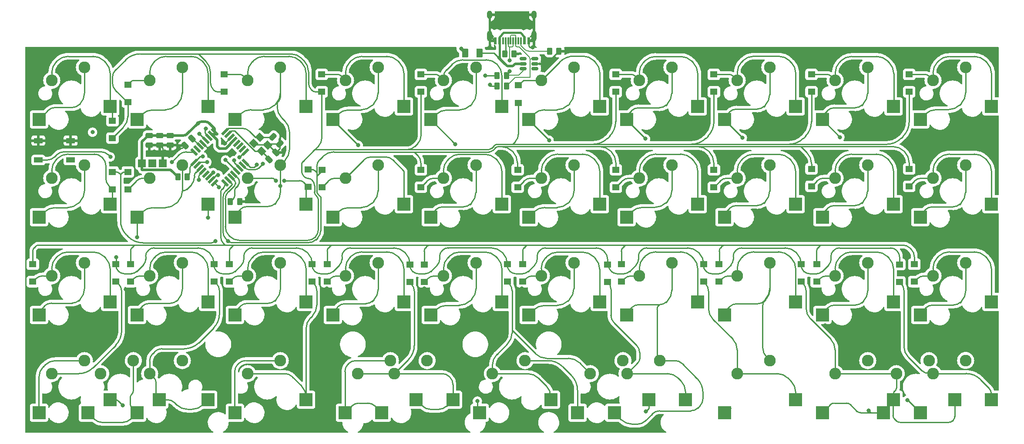
<source format=gbr>
%TF.GenerationSoftware,KiCad,Pcbnew,(6.99.0-222-g367431f825)*%
%TF.CreationDate,2022-01-13T14:33:26+01:00*%
%TF.ProjectId,Endeavour-2,456e6465-6176-46f7-9572-2d322e6b6963,rev?*%
%TF.SameCoordinates,Original*%
%TF.FileFunction,Copper,L2,Bot*%
%TF.FilePolarity,Positive*%
%FSLAX46Y46*%
G04 Gerber Fmt 4.6, Leading zero omitted, Abs format (unit mm)*
G04 Created by KiCad (PCBNEW (6.99.0-222-g367431f825)) date 2022-01-13 14:33:26*
%MOMM*%
%LPD*%
G01*
G04 APERTURE LIST*
G04 Aperture macros list*
%AMRoundRect*
0 Rectangle with rounded corners*
0 $1 Rounding radius*
0 $2 $3 $4 $5 $6 $7 $8 $9 X,Y pos of 4 corners*
0 Add a 4 corners polygon primitive as box body*
4,1,4,$2,$3,$4,$5,$6,$7,$8,$9,$2,$3,0*
0 Add four circle primitives for the rounded corners*
1,1,$1+$1,$2,$3*
1,1,$1+$1,$4,$5*
1,1,$1+$1,$6,$7*
1,1,$1+$1,$8,$9*
0 Add four rect primitives between the rounded corners*
20,1,$1+$1,$2,$3,$4,$5,0*
20,1,$1+$1,$4,$5,$6,$7,0*
20,1,$1+$1,$6,$7,$8,$9,0*
20,1,$1+$1,$8,$9,$2,$3,0*%
%AMRotRect*
0 Rectangle, with rotation*
0 The origin of the aperture is its center*
0 $1 length*
0 $2 width*
0 $3 Rotation angle, in degrees counterclockwise*
0 Add horizontal line*
21,1,$1,$2,0,0,$3*%
G04 Aperture macros list end*
%TA.AperFunction,SMDPad,CuDef*%
%ADD10R,2.550000X2.500000*%
%TD*%
%TA.AperFunction,ComponentPad*%
%ADD11C,2.286000*%
%TD*%
%TA.AperFunction,SMDPad,CuDef*%
%ADD12R,0.600000X1.450000*%
%TD*%
%TA.AperFunction,SMDPad,CuDef*%
%ADD13R,0.300000X1.450000*%
%TD*%
%TA.AperFunction,ComponentPad*%
%ADD14O,1.000000X1.600000*%
%TD*%
%TA.AperFunction,ComponentPad*%
%ADD15O,1.000000X2.100000*%
%TD*%
%TA.AperFunction,SMDPad,CuDef*%
%ADD16R,1.400000X1.200000*%
%TD*%
%TA.AperFunction,SMDPad,CuDef*%
%ADD17RoundRect,0.250000X0.512652X0.159099X0.159099X0.512652X-0.512652X-0.159099X-0.159099X-0.512652X0*%
%TD*%
%TA.AperFunction,SMDPad,CuDef*%
%ADD18RoundRect,0.250000X0.159099X-0.512652X0.512652X-0.159099X-0.159099X0.512652X-0.512652X0.159099X0*%
%TD*%
%TA.AperFunction,SMDPad,CuDef*%
%ADD19RoundRect,0.150000X0.512500X0.150000X-0.512500X0.150000X-0.512500X-0.150000X0.512500X-0.150000X0*%
%TD*%
%TA.AperFunction,SMDPad,CuDef*%
%ADD20R,1.700000X1.000000*%
%TD*%
%TA.AperFunction,SMDPad,CuDef*%
%ADD21RoundRect,0.250000X-0.159099X0.512652X-0.512652X0.159099X0.159099X-0.512652X0.512652X-0.159099X0*%
%TD*%
%TA.AperFunction,SMDPad,CuDef*%
%ADD22RoundRect,0.250000X0.262500X0.450000X-0.262500X0.450000X-0.262500X-0.450000X0.262500X-0.450000X0*%
%TD*%
%TA.AperFunction,SMDPad,CuDef*%
%ADD23RoundRect,0.250000X-0.475000X0.250000X-0.475000X-0.250000X0.475000X-0.250000X0.475000X0.250000X0*%
%TD*%
%TA.AperFunction,SMDPad,CuDef*%
%ADD24RoundRect,0.250000X-0.262500X-0.450000X0.262500X-0.450000X0.262500X0.450000X-0.262500X0.450000X0*%
%TD*%
%TA.AperFunction,SMDPad,CuDef*%
%ADD25RotRect,1.600000X0.550000X225.000000*%
%TD*%
%TA.AperFunction,SMDPad,CuDef*%
%ADD26RotRect,1.600000X0.550000X135.000000*%
%TD*%
%TA.AperFunction,ComponentPad*%
%ADD27C,1.524000*%
%TD*%
%TA.AperFunction,SMDPad,CuDef*%
%ADD28R,1.524000X1.524000*%
%TD*%
%TA.AperFunction,SMDPad,CuDef*%
%ADD29RoundRect,0.250000X0.375000X0.625000X-0.375000X0.625000X-0.375000X-0.625000X0.375000X-0.625000X0*%
%TD*%
%TA.AperFunction,SMDPad,CuDef*%
%ADD30RotRect,1.400000X1.200000X315.000000*%
%TD*%
%TA.AperFunction,ViaPad*%
%ADD31C,0.800000*%
%TD*%
%TA.AperFunction,Conductor*%
%ADD32C,0.250000*%
%TD*%
%TA.AperFunction,Conductor*%
%ADD33C,0.500000*%
%TD*%
%TA.AperFunction,Conductor*%
%ADD34C,0.400000*%
%TD*%
%TA.AperFunction,Conductor*%
%ADD35C,0.200000*%
%TD*%
G04 APERTURE END LIST*
D10*
%TO.P,K0,1*%
%TO.N,col0*%
X54700000Y-40410000D03*
D11*
X63530000Y-30250000D03*
%TO.P,K0,2*%
%TO.N,Net-(D0-A)*%
X57180000Y-32790000D03*
D10*
X68550000Y-37870000D03*
%TD*%
%TO.P,K1,1*%
%TO.N,col1*%
X73750000Y-40410000D03*
D11*
X82580000Y-30250000D03*
%TO.P,K1,2*%
%TO.N,Net-(D1-A)*%
X76230000Y-32790000D03*
D10*
X87600000Y-37870000D03*
%TD*%
%TO.P,K2,1*%
%TO.N,col2*%
X92800000Y-40410000D03*
D11*
X101630000Y-30250000D03*
%TO.P,K2,2*%
%TO.N,Net-(D2-A)*%
X95280000Y-32790000D03*
D10*
X106650000Y-37870000D03*
%TD*%
%TO.P,K3,1*%
%TO.N,col3*%
X111850000Y-40410000D03*
D11*
X120680000Y-30250000D03*
%TO.P,K3,2*%
%TO.N,Net-(D3-A)*%
X114330000Y-32790000D03*
D10*
X125700000Y-37870000D03*
%TD*%
%TO.P,K4,1*%
%TO.N,col4*%
X130900000Y-40410000D03*
D11*
X139730000Y-30250000D03*
%TO.P,K4,2*%
%TO.N,Net-(D4-A)*%
X133380000Y-32790000D03*
D10*
X144750000Y-37870000D03*
%TD*%
%TO.P,K6,1*%
%TO.N,col6*%
X169000000Y-40410000D03*
D11*
X177830000Y-30250000D03*
%TO.P,K6,2*%
%TO.N,Net-(D6-A)*%
X171480000Y-32790000D03*
D10*
X182850000Y-37870000D03*
%TD*%
%TO.P,K7,1*%
%TO.N,col7*%
X188050000Y-40410000D03*
D11*
X196880000Y-30250000D03*
%TO.P,K7,2*%
%TO.N,Net-(D7-A)*%
X190530000Y-32790000D03*
D10*
X201900000Y-37870000D03*
%TD*%
%TO.P,K8,1*%
%TO.N,col8*%
X207100000Y-40410000D03*
D11*
X215930000Y-30250000D03*
%TO.P,K8,2*%
%TO.N,Net-(D8-A)*%
X209580000Y-32790000D03*
D10*
X220950000Y-37870000D03*
%TD*%
%TO.P,K9,1*%
%TO.N,col9*%
X226150000Y-40410000D03*
D11*
X234980000Y-30250000D03*
%TO.P,K9,2*%
%TO.N,Net-(D9-A)*%
X228630000Y-32790000D03*
D10*
X240000000Y-37870000D03*
%TD*%
%TO.P,K10,1*%
%TO.N,col0*%
X54700000Y-59460000D03*
D11*
X63530000Y-49300000D03*
%TO.P,K10,2*%
%TO.N,Net-(D10-A)*%
X57180000Y-51840000D03*
D10*
X68550000Y-56920000D03*
%TD*%
%TO.P,K11,1*%
%TO.N,col1*%
X73750000Y-59460000D03*
D11*
X82580000Y-49300000D03*
%TO.P,K11,2*%
%TO.N,Net-(D11-A)*%
X76230000Y-51840000D03*
D10*
X87600000Y-56920000D03*
%TD*%
%TO.P,K12,1*%
%TO.N,col2*%
X92800000Y-59460000D03*
D11*
X101630000Y-49300000D03*
%TO.P,K12,2*%
%TO.N,Net-(D12-A)*%
X95280000Y-51840000D03*
D10*
X106650000Y-56920000D03*
%TD*%
%TO.P,K13,1*%
%TO.N,col3*%
X111850000Y-59460000D03*
D11*
X120680000Y-49300000D03*
%TO.P,K13,2*%
%TO.N,Net-(D13-A)*%
X114330000Y-51840000D03*
D10*
X125700000Y-56920000D03*
%TD*%
%TO.P,K14,1*%
%TO.N,col4*%
X130900000Y-59460000D03*
D11*
X139730000Y-49300000D03*
%TO.P,K14,2*%
%TO.N,Net-(D14-A)*%
X133380000Y-51840000D03*
D10*
X144750000Y-56920000D03*
%TD*%
%TO.P,K15,1*%
%TO.N,col5*%
X149950000Y-59460000D03*
D11*
X158780000Y-49300000D03*
%TO.P,K15,2*%
%TO.N,Net-(D15-A)*%
X152430000Y-51840000D03*
D10*
X163800000Y-56920000D03*
%TD*%
%TO.P,K16,1*%
%TO.N,col6*%
X169000000Y-59460000D03*
D11*
X177830000Y-49300000D03*
%TO.P,K16,2*%
%TO.N,Net-(D16-A)*%
X171480000Y-51840000D03*
D10*
X182850000Y-56920000D03*
%TD*%
%TO.P,K17,1*%
%TO.N,col7*%
X188050000Y-59460000D03*
D11*
X196880000Y-49300000D03*
%TO.P,K17,2*%
%TO.N,Net-(D17-A)*%
X190530000Y-51840000D03*
D10*
X201900000Y-56920000D03*
%TD*%
%TO.P,K18,1*%
%TO.N,col8*%
X207100000Y-59460000D03*
D11*
X215930000Y-49300000D03*
%TO.P,K18,2*%
%TO.N,Net-(D18-A)*%
X209580000Y-51840000D03*
D10*
X220950000Y-56920000D03*
%TD*%
%TO.P,K19,1*%
%TO.N,col9*%
X226150000Y-59460000D03*
D11*
X234980000Y-49300000D03*
%TO.P,K19,2*%
%TO.N,Net-(D19-A)*%
X228630000Y-51840000D03*
D10*
X240000000Y-56920000D03*
%TD*%
%TO.P,K20,1*%
%TO.N,col0*%
X54700000Y-78510000D03*
D11*
X63530000Y-68350000D03*
%TO.P,K20,2*%
%TO.N,Net-(D20-A)*%
X57180000Y-70890000D03*
D10*
X68550000Y-75970000D03*
%TD*%
%TO.P,K21,1*%
%TO.N,col1*%
X73750000Y-78510000D03*
D11*
X82580000Y-68350000D03*
%TO.P,K21,2*%
%TO.N,Net-(D21-A)*%
X76230000Y-70890000D03*
D10*
X87600000Y-75970000D03*
%TD*%
%TO.P,K22,1*%
%TO.N,col2*%
X92800000Y-78510000D03*
D11*
X101630000Y-68350000D03*
%TO.P,K22,2*%
%TO.N,Net-(D22-A)*%
X95280000Y-70890000D03*
D10*
X106650000Y-75970000D03*
%TD*%
%TO.P,K23,1*%
%TO.N,col3*%
X111850000Y-78510000D03*
D11*
X120680000Y-68350000D03*
%TO.P,K23,2*%
%TO.N,Net-(D23-A)*%
X114330000Y-70890000D03*
D10*
X125700000Y-75970000D03*
%TD*%
%TO.P,K24,1*%
%TO.N,col4*%
X130900000Y-78510000D03*
D11*
X139730000Y-68350000D03*
%TO.P,K24,2*%
%TO.N,Net-(D24-A)*%
X133380000Y-70890000D03*
D10*
X144750000Y-75970000D03*
%TD*%
%TO.P,K25,1*%
%TO.N,col5*%
X149950000Y-78510000D03*
D11*
X158780000Y-68350000D03*
%TO.P,K25,2*%
%TO.N,Net-(D25-A)*%
X152430000Y-70890000D03*
D10*
X163800000Y-75970000D03*
%TD*%
%TO.P,K26,1*%
%TO.N,col6*%
X169000000Y-78510000D03*
D11*
X177830000Y-68350000D03*
%TO.P,K26,2*%
%TO.N,Net-(D26-A)*%
X171480000Y-70890000D03*
D10*
X182850000Y-75970000D03*
%TD*%
%TO.P,K27,1*%
%TO.N,col7*%
X188050000Y-78510000D03*
D11*
X196880000Y-68350000D03*
%TO.P,K27,2*%
%TO.N,Net-(D27-A)*%
X190530000Y-70890000D03*
D10*
X201900000Y-75970000D03*
%TD*%
%TO.P,K28,1*%
%TO.N,col8*%
X207100000Y-78510000D03*
D11*
X215930000Y-68350000D03*
%TO.P,K28,2*%
%TO.N,Net-(D28-A)*%
X209580000Y-70890000D03*
D10*
X220950000Y-75970000D03*
%TD*%
%TO.P,K29,1*%
%TO.N,col9*%
X226150000Y-78510000D03*
D11*
X234980000Y-68350000D03*
%TO.P,K29,2*%
%TO.N,Net-(D29-A)*%
X228630000Y-70890000D03*
D10*
X240000000Y-75970000D03*
%TD*%
%TO.P,1u1,1*%
%TO.N,col0*%
X54700000Y-97560000D03*
D11*
X63530000Y-87400000D03*
%TO.P,1u1,2*%
%TO.N,Net-(D30-A)*%
X57180000Y-89940000D03*
D10*
X68550000Y-95020000D03*
%TD*%
%TO.P,1u2,1*%
%TO.N,col1*%
X73750000Y-97560000D03*
D11*
X82580000Y-87400000D03*
%TO.P,1u2,2*%
%TO.N,Net-(D31-A)*%
X76230000Y-89940000D03*
D10*
X87600000Y-95020000D03*
%TD*%
%TO.P,1u3,1*%
%TO.N,col2*%
X92800000Y-97560000D03*
D11*
X101630000Y-87400000D03*
%TO.P,1u3,2*%
%TO.N,Net-(D32-A)*%
X95280000Y-89940000D03*
D10*
X106650000Y-95020000D03*
%TD*%
%TO.P,1u4,1*%
%TO.N,col3*%
X121375000Y-97560000D03*
D11*
X130205000Y-87400000D03*
%TO.P,1u4,2*%
%TO.N,Net-(D33-A)*%
X123855000Y-89940000D03*
D10*
X135225000Y-95020000D03*
%TD*%
%TO.P,1u5,1*%
%TO.N,col5*%
X159475000Y-97560000D03*
D11*
X168305000Y-87400000D03*
%TO.P,1u5,2*%
%TO.N,Net-(D35-A)*%
X161955000Y-89940000D03*
D10*
X173325000Y-95020000D03*
%TD*%
%TO.P,1u6,1*%
%TO.N,col7*%
X188050000Y-97560000D03*
D11*
X196880000Y-87400000D03*
%TO.P,1u6,2*%
%TO.N,Net-(D37-A)*%
X190530000Y-89940000D03*
D10*
X201900000Y-95020000D03*
%TD*%
%TO.P,1u7,1*%
%TO.N,col8*%
X207100000Y-97560000D03*
D11*
X215930000Y-87400000D03*
%TO.P,1u7,2*%
%TO.N,Net-(D38-A)*%
X209580000Y-89940000D03*
D10*
X220950000Y-95020000D03*
%TD*%
%TO.P,1u8,1*%
%TO.N,col9*%
X226150000Y-97540000D03*
D11*
X234980000Y-87380000D03*
%TO.P,1u8,2*%
%TO.N,Net-(D39-A)*%
X228630000Y-89920000D03*
D10*
X240000000Y-95000000D03*
%TD*%
%TO.P,K5,1*%
%TO.N,col5*%
X149950000Y-40410000D03*
D11*
X158780000Y-30250000D03*
%TO.P,K5,2*%
%TO.N,Net-(D5-A)*%
X152430000Y-32790000D03*
D10*
X163800000Y-37870000D03*
%TD*%
%TO.P,SPACE1,1*%
%TO.N,col5*%
X140425000Y-97560000D03*
D11*
X149255000Y-87400000D03*
%TO.P,SPACE1,2*%
%TO.N,Net-(D35-A)*%
X142905000Y-89940000D03*
D10*
X154275000Y-95020000D03*
%TD*%
%TO.P,1.5u1,1*%
%TO.N,col3*%
X114231250Y-97560000D03*
D11*
X123061250Y-87400000D03*
%TO.P,1.5u1,2*%
%TO.N,Net-(D33-A)*%
X116711250Y-89940000D03*
D10*
X128081250Y-95020000D03*
%TD*%
%TO.P,1.5u2,1*%
%TO.N,col6*%
X166618750Y-97560000D03*
D11*
X175448750Y-87400000D03*
%TO.P,1.5u2,2*%
%TO.N,Net-(D36-A)*%
X169098750Y-89940000D03*
D10*
X180468750Y-95020000D03*
%TD*%
%TO.P,1u_space2,1*%
%TO.N,col8*%
X219006250Y-97560000D03*
D11*
X227836250Y-87400000D03*
%TO.P,1u_space2,2*%
%TO.N,Net-(D38-A)*%
X221486250Y-89940000D03*
D10*
X232856250Y-95020000D03*
%TD*%
%TO.P,1u_space1,1*%
%TO.N,col1*%
X64225000Y-97560000D03*
D11*
X73055000Y-87400000D03*
%TO.P,1u_space1,2*%
%TO.N,Net-(D31-A)*%
X66705000Y-89940000D03*
D10*
X78075000Y-95020000D03*
%TD*%
D12*
%TO.P,J1,A1,GND*%
%TO.N,GND*%
X143465000Y-25087500D03*
%TO.P,J1,A4,VBUS*%
%TO.N,VCC*%
X144265000Y-25087500D03*
D13*
%TO.P,J1,A5,CC1*%
%TO.N,Net-(J1-CC1)*%
X145465000Y-25087500D03*
%TO.P,J1,A6,D+*%
%TO.N,D+*%
X146465000Y-25087500D03*
%TO.P,J1,A7,D-*%
%TO.N,D-*%
X146965000Y-25087500D03*
%TO.P,J1,A8,SBU1*%
%TO.N,unconnected-(J1-SBU1)*%
X147965000Y-25087500D03*
D12*
%TO.P,J1,A9,VBUS*%
%TO.N,VCC*%
X149165000Y-25087500D03*
%TO.P,J1,A12,GND*%
%TO.N,GND*%
X149965000Y-25087500D03*
%TO.P,J1,B1,GND*%
X149965000Y-25087500D03*
%TO.P,J1,B4,VBUS*%
%TO.N,VCC*%
X149165000Y-25087500D03*
D13*
%TO.P,J1,B5,CC2*%
%TO.N,Net-(J1-CC2)*%
X148465000Y-25087500D03*
%TO.P,J1,B6,D+*%
%TO.N,D+*%
X147465000Y-25087500D03*
%TO.P,J1,B7,D-*%
%TO.N,D-*%
X145965000Y-25087500D03*
%TO.P,J1,B8,SBU2*%
%TO.N,unconnected-(J1-SBU2)*%
X144965000Y-25087500D03*
D12*
%TO.P,J1,B9,VBUS*%
%TO.N,VCC*%
X144265000Y-25087500D03*
%TO.P,J1,B12,GND*%
%TO.N,GND*%
X143465000Y-25087500D03*
D14*
%TO.P,J1,S1,SHIELD*%
X142395000Y-19992500D03*
D15*
X142395000Y-24172500D03*
D14*
X151035000Y-19992500D03*
D15*
X151035000Y-24172500D03*
%TD*%
D16*
%TO.P,D11,1,K*%
%TO.N,row1*%
X71990000Y-50630000D03*
%TO.P,D11,2,A*%
%TO.N,Net-(D11-A)*%
X71990000Y-54030000D03*
%TD*%
%TO.P,D9,1,K*%
%TO.N,row0*%
X223990000Y-35030000D03*
%TO.P,D9,2,A*%
%TO.N,Net-(D9-A)*%
X223990000Y-31630000D03*
%TD*%
D17*
%TO.P,C2,1*%
%TO.N,GND*%
X101539751Y-45145751D03*
%TO.P,C2,2*%
%TO.N,Net-(U1-XTAL1)*%
X100196249Y-43802249D03*
%TD*%
D16*
%TO.P,D10,1,K*%
%TO.N,row1*%
X68990000Y-50630000D03*
%TO.P,D10,2,A*%
%TO.N,Net-(D10-A)*%
X68990000Y-54030000D03*
%TD*%
%TO.P,D37,1,K*%
%TO.N,row3*%
X183990000Y-68630000D03*
%TO.P,D37,2,A*%
%TO.N,Net-(D37-A)*%
X183990000Y-72030000D03*
%TD*%
%TO.P,D20,1,K*%
%TO.N,row2*%
X53490000Y-68630000D03*
%TO.P,D20,2,A*%
%TO.N,Net-(D20-A)*%
X53490000Y-72030000D03*
%TD*%
D18*
%TO.P,C3,1*%
%TO.N,Net-(U1-PC0/XTAL2)*%
X99434249Y-48193751D03*
%TO.P,C3,2*%
%TO.N,GND*%
X100777751Y-46850249D03*
%TD*%
D19*
%TO.P,U2,1,IO1*%
%TO.N,D+*%
X151187500Y-28590000D03*
%TO.P,U2,2,VN*%
%TO.N,GND*%
X151187500Y-29540000D03*
%TO.P,U2,3,IO2*%
%TO.N,unconnected-(U2-IO2)*%
X151187500Y-30490000D03*
%TO.P,U2,4,IO3*%
%TO.N,D-*%
X148912500Y-30490000D03*
%TO.P,U2,5,VP*%
%TO.N,VCC*%
X148912500Y-29540000D03*
%TO.P,U2,6,IO4*%
%TO.N,unconnected-(U2-IO4)*%
X148912500Y-28590000D03*
%TD*%
D16*
%TO.P,D3,1,K*%
%TO.N,row0*%
X109690000Y-35030000D03*
%TO.P,D3,2,A*%
%TO.N,Net-(D3-A)*%
X109690000Y-31630000D03*
%TD*%
D20*
%TO.P,SW1,1,1*%
%TO.N,GND*%
X60860000Y-44520000D03*
X54560000Y-44520000D03*
%TO.P,SW1,2,2*%
%TO.N,Net-(U1-PC1/~{RESET})*%
X60860000Y-48320000D03*
X54560000Y-48320000D03*
%TD*%
D16*
%TO.P,D23,1,K*%
%TO.N,row2*%
X110740000Y-68630000D03*
%TO.P,D23,2,A*%
%TO.N,Net-(D23-A)*%
X110740000Y-72030000D03*
%TD*%
D21*
%TO.P,C1,1*%
%TO.N,Net-(U1-UCAP)*%
X84411751Y-44128249D03*
%TO.P,C1,2*%
%TO.N,GND*%
X83068249Y-45471751D03*
%TD*%
D16*
%TO.P,D29,1,K*%
%TO.N,row2*%
X224990000Y-68630000D03*
%TO.P,D29,2,A*%
%TO.N,Net-(D29-A)*%
X224990000Y-72030000D03*
%TD*%
%TO.P,D22,1,K*%
%TO.N,row2*%
X91740000Y-68630000D03*
%TO.P,D22,2,A*%
%TO.N,Net-(D22-A)*%
X91740000Y-72030000D03*
%TD*%
D22*
%TO.P,R1,1*%
%TO.N,D-*%
X145662500Y-31890000D03*
%TO.P,R1,2*%
%TO.N,Net-(U1-D-)*%
X143837500Y-31890000D03*
%TD*%
D16*
%TO.P,D24,1,K*%
%TO.N,row2*%
X129690000Y-68660000D03*
%TO.P,D24,2,A*%
%TO.N,Net-(D24-A)*%
X129690000Y-72060000D03*
%TD*%
%TO.P,D30,1,K*%
%TO.N,row3*%
X69650000Y-68620000D03*
%TO.P,D30,2,A*%
%TO.N,Net-(D30-A)*%
X69650000Y-72020000D03*
%TD*%
D23*
%TO.P,C5,1*%
%TO.N,+5*%
X78140000Y-43530000D03*
%TO.P,C5,2*%
%TO.N,GND*%
X78140000Y-45430000D03*
%TD*%
D16*
%TO.P,D13,1,K*%
%TO.N,row1*%
X109775000Y-50200000D03*
%TO.P,D13,2,A*%
%TO.N,Net-(D13-A)*%
X109775000Y-53600000D03*
%TD*%
%TO.P,D28,1,K*%
%TO.N,row2*%
X205990000Y-68630000D03*
%TO.P,D28,2,A*%
%TO.N,Net-(D28-A)*%
X205990000Y-72030000D03*
%TD*%
D22*
%TO.P,R6,1*%
%TO.N,GND*%
X93762500Y-56450000D03*
%TO.P,R6,2*%
%TO.N,Net-(U1-~{HWB}/PD7)*%
X91937500Y-56450000D03*
%TD*%
D24*
%TO.P,R3,1*%
%TO.N,+5*%
X81697500Y-51630000D03*
%TO.P,R3,2*%
%TO.N,Net-(U1-PC1/~{RESET})*%
X83522500Y-51630000D03*
%TD*%
D16*
%TO.P,D16,1,K*%
%TO.N,row1*%
X166925000Y-50225000D03*
%TO.P,D16,2,A*%
%TO.N,Net-(D16-A)*%
X166925000Y-53625000D03*
%TD*%
%TO.P,D18,1,K*%
%TO.N,row1*%
X204990000Y-50030000D03*
%TO.P,D18,2,A*%
%TO.N,Net-(D18-A)*%
X204990000Y-53430000D03*
%TD*%
%TO.P,D12,1,K*%
%TO.N,row1*%
X107030000Y-50140000D03*
%TO.P,D12,2,A*%
%TO.N,Net-(D12-A)*%
X107030000Y-53540000D03*
%TD*%
%TO.P,D2,1,K*%
%TO.N,row0*%
X90690000Y-35030000D03*
%TO.P,D2,2,A*%
%TO.N,Net-(D2-A)*%
X90690000Y-31630000D03*
%TD*%
%TO.P,D7,1,K*%
%TO.N,row0*%
X185990000Y-35030000D03*
%TO.P,D7,2,A*%
%TO.N,Net-(D7-A)*%
X185990000Y-31630000D03*
%TD*%
%TO.P,D35,1,K*%
%TO.N,row3*%
X145820000Y-68590000D03*
%TO.P,D35,2,A*%
%TO.N,Net-(D35-A)*%
X145820000Y-71990000D03*
%TD*%
D22*
%TO.P,R4,1*%
%TO.N,GND*%
X147132500Y-27590000D03*
%TO.P,R4,2*%
%TO.N,Net-(J1-CC1)*%
X145307500Y-27590000D03*
%TD*%
D16*
%TO.P,D15,1,K*%
%TO.N,row1*%
X147825000Y-50225000D03*
%TO.P,D15,2,A*%
%TO.N,Net-(D15-A)*%
X147825000Y-53625000D03*
%TD*%
D24*
%TO.P,R2,1*%
%TO.N,Net-(U1-D+)*%
X143837500Y-33860000D03*
%TO.P,R2,2*%
%TO.N,D+*%
X145662500Y-33860000D03*
%TD*%
D16*
%TO.P,D8,1,K*%
%TO.N,row0*%
X204990000Y-35030000D03*
%TO.P,D8,2,A*%
%TO.N,Net-(D8-A)*%
X204990000Y-31630000D03*
%TD*%
%TO.P,D31,1,K*%
%TO.N,row3*%
X88750000Y-68625000D03*
%TO.P,D31,2,A*%
%TO.N,Net-(D31-A)*%
X88750000Y-72025000D03*
%TD*%
%TO.P,D39,1,K*%
%TO.N,row3*%
X222100000Y-68650000D03*
%TO.P,D39,2,A*%
%TO.N,Net-(D39-A)*%
X222100000Y-72050000D03*
%TD*%
D23*
%TO.P,C6,1*%
%TO.N,+5*%
X76140000Y-43530000D03*
%TO.P,C6,2*%
%TO.N,GND*%
X76140000Y-45430000D03*
%TD*%
D16*
%TO.P,D38,1,K*%
%TO.N,row3*%
X202990000Y-68630000D03*
%TO.P,D38,2,A*%
%TO.N,Net-(D38-A)*%
X202990000Y-72030000D03*
%TD*%
%TO.P,D33,1,K*%
%TO.N,row3*%
X126850000Y-68650000D03*
%TO.P,D33,2,A*%
%TO.N,Net-(D33-A)*%
X126850000Y-72050000D03*
%TD*%
%TO.P,D19,1,K*%
%TO.N,row1*%
X223990000Y-50030000D03*
%TO.P,D19,2,A*%
%TO.N,Net-(D19-A)*%
X223990000Y-53430000D03*
%TD*%
%TO.P,D32,1,K*%
%TO.N,row3*%
X107850000Y-68625000D03*
%TO.P,D32,2,A*%
%TO.N,Net-(D32-A)*%
X107850000Y-72025000D03*
%TD*%
%TO.P,D26,1,K*%
%TO.N,row2*%
X167990000Y-68630000D03*
%TO.P,D26,2,A*%
%TO.N,Net-(D26-A)*%
X167990000Y-72030000D03*
%TD*%
%TO.P,D21,1,K*%
%TO.N,row2*%
X72490000Y-68630000D03*
%TO.P,D21,2,A*%
%TO.N,Net-(D21-A)*%
X72490000Y-72030000D03*
%TD*%
%TO.P,D14,1,K*%
%TO.N,row1*%
X128990000Y-50200000D03*
%TO.P,D14,2,A*%
%TO.N,Net-(D14-A)*%
X128990000Y-53600000D03*
%TD*%
%TO.P,D4,1,K*%
%TO.N,row0*%
X128990000Y-35030000D03*
%TO.P,D4,2,A*%
%TO.N,Net-(D4-A)*%
X128990000Y-31630000D03*
%TD*%
%TO.P,D5,1,K*%
%TO.N,row0*%
X147970000Y-37160000D03*
%TO.P,D5,2,A*%
%TO.N,Net-(D5-A)*%
X147970000Y-33760000D03*
%TD*%
%TO.P,D0,1,K*%
%TO.N,row0*%
X68990000Y-44030000D03*
%TO.P,D0,2,A*%
%TO.N,Net-(D0-A)*%
X68990000Y-40630000D03*
%TD*%
%TO.P,D17,1,K*%
%TO.N,row1*%
X185990000Y-50230000D03*
%TO.P,D17,2,A*%
%TO.N,Net-(D17-A)*%
X185990000Y-53630000D03*
%TD*%
D23*
%TO.P,C4,1*%
%TO.N,+5*%
X80200000Y-43530000D03*
%TO.P,C4,2*%
%TO.N,GND*%
X80200000Y-45430000D03*
%TD*%
D25*
%TO.P,U1,1,XTAL1*%
%TO.N,Net-(U1-XTAL1)*%
X90905305Y-42764897D03*
%TO.P,U1,2,PC0/XTAL2*%
%TO.N,Net-(U1-PC0/XTAL2)*%
X91470990Y-43330583D03*
%TO.P,U1,3,GND*%
%TO.N,GND*%
X92036676Y-43896268D03*
%TO.P,U1,4,VCC*%
%TO.N,+5*%
X92602361Y-44461953D03*
%TO.P,U1,5,PC2*%
%TO.N,unconnected-(U1-PC2)*%
X93168047Y-45027639D03*
%TO.P,U1,6,PD0*%
%TO.N,unconnected-(U1-PD0)*%
X93733732Y-45593324D03*
%TO.P,U1,7,PD1*%
%TO.N,unconnected-(U1-PD1)*%
X94299417Y-46159010D03*
%TO.P,U1,8,PD2*%
%TO.N,col7*%
X94865103Y-46724695D03*
D26*
%TO.P,U1,9,PD3*%
%TO.N,col6*%
X94865103Y-48775305D03*
%TO.P,U1,10,PD4*%
%TO.N,col5*%
X94299417Y-49340990D03*
%TO.P,U1,11,PD5*%
%TO.N,col8*%
X93733732Y-49906676D03*
%TO.P,U1,12,PD6*%
%TO.N,col9*%
X93168047Y-50472361D03*
%TO.P,U1,13,~{HWB}/PD7*%
%TO.N,Net-(U1-~{HWB}/PD7)*%
X92602361Y-51038047D03*
%TO.P,U1,14,PB0*%
%TO.N,row0*%
X92036676Y-51603732D03*
%TO.P,U1,15,PB1*%
%TO.N,row1*%
X91470990Y-52169417D03*
%TO.P,U1,16,PB2*%
%TO.N,row2*%
X90905305Y-52735103D03*
D25*
%TO.P,U1,17,PB3*%
%TO.N,row3*%
X88854695Y-52735103D03*
%TO.P,U1,18,PB4*%
%TO.N,col3*%
X88289010Y-52169417D03*
%TO.P,U1,19,PB5*%
%TO.N,col2*%
X87723324Y-51603732D03*
%TO.P,U1,20,PB6*%
%TO.N,unconnected-(U1-PB6)*%
X87157639Y-51038047D03*
%TO.P,U1,21,PB7*%
%TO.N,col0*%
X86591953Y-50472361D03*
%TO.P,U1,22,PC7*%
%TO.N,col1*%
X86026268Y-49906676D03*
%TO.P,U1,23,PC6*%
%TO.N,col4*%
X85460583Y-49340990D03*
%TO.P,U1,24,PC1/~{RESET}*%
%TO.N,Net-(U1-PC1/~{RESET})*%
X84894897Y-48775305D03*
D26*
%TO.P,U1,25,PC5*%
%TO.N,LED-CTRL*%
X84894897Y-46724695D03*
%TO.P,U1,26,PC4*%
%TO.N,unconnected-(U1-PC4)*%
X85460583Y-46159010D03*
%TO.P,U1,27,UCAP*%
%TO.N,Net-(U1-UCAP)*%
X86026268Y-45593324D03*
%TO.P,U1,28,UGND*%
%TO.N,GND*%
X86591953Y-45027639D03*
%TO.P,U1,29,D+*%
%TO.N,Net-(U1-D+)*%
X87157639Y-44461953D03*
%TO.P,U1,30,D-*%
%TO.N,Net-(U1-D-)*%
X87723324Y-43896268D03*
%TO.P,U1,31,UVCC*%
%TO.N,+5*%
X88289010Y-43330583D03*
%TO.P,U1,32,AVCC*%
X88854695Y-42764897D03*
%TD*%
D27*
%TO.P,JP1,1,A*%
%TO.N,+5*%
X74725000Y-48939000D03*
D28*
X74735000Y-48949000D03*
D27*
%TO.P,JP1,2,C*%
%TO.N,LED-CTRL*%
X76725000Y-48939000D03*
D28*
X76735000Y-48949000D03*
%TO.P,JP1,3,B*%
%TO.N,GND*%
X78735000Y-48949000D03*
D27*
X78735000Y-48959000D03*
%TD*%
D16*
%TO.P,D1,1,K*%
%TO.N,row0*%
X71990000Y-37030000D03*
%TO.P,D1,2,A*%
%TO.N,Net-(D1-A)*%
X71990000Y-33630000D03*
%TD*%
%TO.P,D6,1,K*%
%TO.N,row0*%
X166890000Y-35030000D03*
%TO.P,D6,2,A*%
%TO.N,Net-(D6-A)*%
X166890000Y-31630000D03*
%TD*%
D29*
%TO.P,F1,1*%
%TO.N,VCC*%
X140380000Y-27460000D03*
%TO.P,F1,2*%
%TO.N,+5*%
X137580000Y-27460000D03*
%TD*%
D16*
%TO.P,D25,1,K*%
%TO.N,row2*%
X148800000Y-68630000D03*
%TO.P,D25,2,A*%
%TO.N,Net-(D25-A)*%
X148800000Y-72030000D03*
%TD*%
D30*
%TO.P,Y1,1,1*%
%TO.N,Net-(U1-XTAL1)*%
X97643223Y-43857142D03*
%TO.P,Y1,2,2*%
%TO.N,GND*%
X99198858Y-45412777D03*
%TO.P,Y1,3,3*%
%TO.N,Net-(U1-PC0/XTAL2)*%
X97996777Y-46614858D03*
%TO.P,Y1,4,4*%
%TO.N,GND*%
X96441142Y-45059223D03*
%TD*%
D16*
%TO.P,D36,1,K*%
%TO.N,row3*%
X165300000Y-68650000D03*
%TO.P,D36,2,A*%
%TO.N,Net-(D36-A)*%
X165300000Y-72050000D03*
%TD*%
D22*
%TO.P,R5,1*%
%TO.N,GND*%
X155862500Y-27080000D03*
%TO.P,R5,2*%
%TO.N,Net-(J1-CC2)*%
X154037500Y-27080000D03*
%TD*%
D16*
%TO.P,D27,1,K*%
%TO.N,row2*%
X186990000Y-68630000D03*
%TO.P,D27,2,A*%
%TO.N,Net-(D27-A)*%
X186990000Y-72030000D03*
%TD*%
D31*
%TO.N,GND*%
X81930000Y-46000000D03*
X148610000Y-73350000D03*
X212420000Y-43800000D03*
X129640000Y-73360000D03*
X208890000Y-75040000D03*
X110730000Y-73330000D03*
X224280000Y-73510000D03*
X150770000Y-26340000D03*
X90850000Y-45070000D03*
X207600000Y-80530000D03*
X87750000Y-46090000D03*
X98720000Y-45290000D03*
X71600000Y-73530000D03*
%TO.N,Net-(D30-A)*%
X70980000Y-96120000D03*
%TO.N,+5*%
X136830000Y-26610000D03*
X85607107Y-41142893D03*
%TO.N,Net-(D35-A)*%
X172790000Y-97270000D03*
%TO.N,row1*%
X89040000Y-64100000D03*
X91470000Y-64100000D03*
%TO.N,Net-(D11-A)*%
X87600000Y-59550000D03*
%TO.N,Net-(D12-A)*%
X102420000Y-52320000D03*
X100800000Y-52320000D03*
%TO.N,row3*%
X69690000Y-67280000D03*
X89680000Y-53590000D03*
%TO.N,D-*%
X146230000Y-28910000D03*
X146230000Y-31020000D03*
%TO.N,col0*%
X85770000Y-52190000D03*
%TO.N,col1*%
X73790000Y-63380000D03*
%TO.N,col2*%
X101650000Y-53380000D03*
X88575000Y-50755000D03*
%TO.N,col3*%
X116795000Y-45415000D03*
X89560000Y-51240000D03*
%TO.N,col4*%
X87370000Y-48720000D03*
X135700000Y-45270000D03*
%TO.N,col5*%
X139980000Y-95290000D03*
X98280000Y-49050000D03*
X153935000Y-44455000D03*
%TO.N,col6*%
X97070000Y-49230000D03*
X172680000Y-44150000D03*
%TO.N,col7*%
X93700000Y-47750000D03*
X189050000Y-96700000D03*
X191540000Y-43960000D03*
%TO.N,col8*%
X216100000Y-97120000D03*
X92660000Y-48400000D03*
X210500000Y-43850000D03*
%TO.N,col9*%
X90985000Y-48295000D03*
X223640000Y-95090000D03*
%TO.N,Net-(U1-D-)*%
X87190000Y-42220000D03*
X141520000Y-31890000D03*
%TO.N,Net-(U1-D+)*%
X142440000Y-33670000D03*
X85880000Y-43200000D03*
%TO.N,Net-(U1-PC1/~{RESET})*%
X65120000Y-42880000D03*
X68580000Y-47700000D03*
X86540000Y-47640000D03*
%TO.N,LED-CTRL*%
X80565000Y-48685000D03*
%TD*%
D32*
%TO.N,GND*%
X149965000Y-26095000D02*
X150210000Y-26340000D01*
X98720000Y-45290000D02*
X96671919Y-45290000D01*
X99340279Y-45412777D02*
X100777751Y-46850249D01*
X92036676Y-43896268D02*
X92023732Y-43896268D01*
X101539751Y-46088249D02*
X100777751Y-46850249D01*
X90850000Y-45070000D02*
X90590000Y-45330000D01*
X151035000Y-24172500D02*
X151035000Y-19992500D01*
X96671919Y-45290000D02*
X96441142Y-45059223D01*
X81930000Y-46000000D02*
X82540000Y-46000000D01*
X149965000Y-25087500D02*
X150120000Y-25087500D01*
X153988287Y-28954213D02*
X155862500Y-27080000D01*
X83026498Y-45430000D02*
X83068249Y-45471751D01*
X78735000Y-46025000D02*
X78140000Y-45430000D01*
X150120000Y-25087500D02*
X151035000Y-24172500D01*
X142395000Y-19992500D02*
X151035000Y-19992500D01*
X54560000Y-44520000D02*
X60860000Y-44520000D01*
X78735000Y-48949000D02*
X78735000Y-46025000D01*
X80200000Y-45430000D02*
X81360000Y-45430000D01*
X87654314Y-46090000D02*
X86591953Y-45027639D01*
X80200000Y-45430000D02*
X83026498Y-45430000D01*
X87750000Y-46090000D02*
X87654314Y-46090000D01*
X142395000Y-24172500D02*
X142550000Y-24172500D01*
X101539751Y-45145751D02*
X99465884Y-45145751D01*
X99198858Y-45412777D02*
X99340279Y-45412777D01*
X142395000Y-19992500D02*
X142395000Y-24172500D01*
X82540000Y-46000000D02*
X83068249Y-45471751D01*
X99465884Y-45145751D02*
X99198858Y-45412777D01*
X76140000Y-45430000D02*
X81400000Y-45430000D01*
X149965000Y-25087500D02*
X149965000Y-26095000D01*
X151187500Y-29540000D02*
X152574073Y-29540000D01*
X92023732Y-43896268D02*
X90850000Y-45070000D01*
X150210000Y-26340000D02*
X150770000Y-26340000D01*
X142550000Y-24172500D02*
X143465000Y-25087500D01*
X101539751Y-45145751D02*
X101539751Y-46088249D01*
X153988287Y-28954213D02*
G75*
G02*
X152574073Y-29540000I-1414214J1414213D01*
G01*
%TO.N,Net-(D33-A)*%
X135225000Y-95020000D02*
X135225000Y-92053427D01*
X127710000Y-73878427D02*
X127710000Y-84428146D01*
X126840000Y-72180000D02*
X127124214Y-72464214D01*
X133111573Y-89940000D02*
X123855000Y-89940000D01*
X116711250Y-89940000D02*
X123855000Y-89940000D01*
X135225000Y-95020000D02*
X133936265Y-96308735D01*
X129369984Y-96308734D02*
X128081250Y-95020000D01*
X134639213Y-90639213D02*
X134525786Y-90525786D01*
X126538427Y-87256573D02*
X123855000Y-89940000D01*
X132522052Y-96894521D02*
X130784198Y-96894521D01*
X134639213Y-90639213D02*
G75*
G02*
X135225000Y-92053427I-1414213J-1414214D01*
G01*
X132522052Y-96894520D02*
G75*
G03*
X133936264Y-96308734I0J1999999D01*
G01*
X127124214Y-72464214D02*
G75*
G02*
X127710000Y-73878427I-1414214J-1414213D01*
G01*
X126538427Y-87256573D02*
G75*
G03*
X127710000Y-84428146I-2828426J2828427D01*
G01*
X129369984Y-96308734D02*
G75*
G03*
X130784198Y-96894521I1414214J1414213D01*
G01*
X134525786Y-90525786D02*
G75*
G03*
X133111573Y-89940000I-1414213J-1414214D01*
G01*
%TO.N,Net-(D36-A)*%
X179590070Y-91350070D02*
X179058679Y-90818679D01*
X166545787Y-79995787D02*
X170964214Y-84414214D01*
X180468750Y-95020000D02*
X180468750Y-93471391D01*
X171550000Y-85828427D02*
X171550000Y-87074536D01*
X171257107Y-87781643D02*
X169098750Y-89940000D01*
X165960000Y-73515786D02*
X165960000Y-78581573D01*
X176937359Y-89940000D02*
X169098750Y-89940000D01*
X166545787Y-79995787D02*
G75*
G02*
X165960000Y-78581573I1414213J1414214D01*
G01*
X165959999Y-73515786D02*
G75*
G03*
X165374212Y-72101573I-1999999J0D01*
G01*
X176937359Y-89940000D02*
G75*
G02*
X179058679Y-90818679I1J-2999998D01*
G01*
X179590070Y-91350070D02*
G75*
G02*
X180468750Y-93471391I-2121325J-2121323D01*
G01*
X170964214Y-84414214D02*
G75*
G02*
X171550000Y-85828427I-1414214J-1414213D01*
G01*
X171257107Y-87781643D02*
G75*
G03*
X171550000Y-87074536I-707101J707104D01*
G01*
%TO.N,Net-(D30-A)*%
X62413146Y-89940000D02*
X57180000Y-89940000D01*
X69650000Y-72020000D02*
X69730000Y-72020000D01*
X69598427Y-84411573D02*
X65241573Y-88768427D01*
X70172893Y-95312893D02*
X70980000Y-96120000D01*
X70770000Y-73888427D02*
X70770000Y-81583146D01*
X69730000Y-72020000D02*
X70184214Y-72474214D01*
X68550000Y-95020000D02*
X69465786Y-95020000D01*
X69598427Y-84411573D02*
G75*
G03*
X70770000Y-81583146I-2828426J2828427D01*
G01*
X70184214Y-72474214D02*
G75*
G02*
X70770000Y-73888427I-1414214J-1414213D01*
G01*
X69465786Y-95020001D02*
G75*
G02*
X70172892Y-95312894I3J-999993D01*
G01*
X65241573Y-88768427D02*
G75*
G02*
X62413146Y-89940000I-2828427J2828426D01*
G01*
D33*
%TO.N,+5*%
X136830000Y-26610000D02*
X136830000Y-26710000D01*
X91923553Y-45166447D02*
X91923553Y-45197838D01*
X74735000Y-50211000D02*
X80278500Y-50211000D01*
X88854695Y-42804695D02*
X88854695Y-42764897D01*
X92602361Y-44461953D02*
X92602361Y-44487639D01*
X80278500Y-50211000D02*
X81697500Y-51630000D01*
X88854695Y-42184695D02*
X87812893Y-41142893D01*
X88854695Y-42764897D02*
X88854695Y-42184695D01*
X88289010Y-43330583D02*
X89380583Y-43330583D01*
X76140000Y-43530000D02*
X82267500Y-43530000D01*
X75946708Y-43530000D02*
X76140000Y-43530000D01*
X92602361Y-44487639D02*
X91923553Y-45166447D01*
X74735000Y-48949000D02*
X74735000Y-50211000D01*
X82267500Y-43530000D02*
X82270000Y-43527500D01*
X91923553Y-45197838D02*
X91011391Y-46110000D01*
X136830000Y-26710000D02*
X137580000Y-27460000D01*
X74725000Y-44751708D02*
X75946708Y-43530000D01*
X89810000Y-46110000D02*
X89330000Y-45630000D01*
X85607107Y-41142893D02*
X83515393Y-43234607D01*
X91011391Y-46110000D02*
X89810000Y-46110000D01*
X89330000Y-45630000D02*
X89330000Y-44371573D01*
X87105786Y-40850000D02*
X86314214Y-40850000D01*
X74725000Y-48939000D02*
X74725000Y-44751708D01*
X89330000Y-44371573D02*
X88289010Y-43330583D01*
X82808286Y-43527500D02*
X82270000Y-43527500D01*
X85607107Y-41142893D02*
G75*
G02*
X86314214Y-40850000I707106J-707106D01*
G01*
X82808286Y-43527499D02*
G75*
G03*
X83515392Y-43234606I1J999998D01*
G01*
X87812893Y-41142893D02*
G75*
G03*
X87105786Y-40850000I-707106J-707106D01*
G01*
D32*
%TO.N,row0*%
X223990000Y-40853146D02*
X223990000Y-35030000D01*
X105821190Y-28518680D02*
X106240841Y-28938331D01*
X147970000Y-43271573D02*
X147970000Y-37160000D01*
X88751627Y-34737107D02*
X88630306Y-34615786D01*
X71890000Y-37030000D02*
X69580306Y-34720306D01*
X91848247Y-63228247D02*
X91672233Y-63052233D01*
X108493734Y-35030000D02*
X109690000Y-35030000D01*
X152085000Y-45245480D02*
X162477666Y-45245480D01*
X107065786Y-51890000D02*
X107044214Y-51890000D01*
X184431093Y-44073907D02*
X184828427Y-43676573D01*
X181602666Y-45245480D02*
X143943016Y-45245480D01*
X109104213Y-45555787D02*
X108280000Y-46380000D01*
X107119520Y-31059651D02*
X107119520Y-33241573D01*
X108290480Y-54521984D02*
X108290480Y-53321800D01*
X209195000Y-45245480D02*
X209200000Y-45250480D01*
X126365613Y-46285960D02*
X142074108Y-46285960D01*
X128414213Y-45065787D02*
X127779826Y-45700174D01*
X126365613Y-46285960D02*
X108374040Y-46285960D01*
X85730000Y-27640000D02*
X86125000Y-28035000D01*
X74366854Y-27640000D02*
X84980000Y-27640000D01*
X71111320Y-41908680D02*
X68990000Y-44030000D01*
X69580307Y-30769693D02*
X71538427Y-28811573D01*
X92900000Y-52914167D02*
X92900000Y-52674163D01*
X88044520Y-33201573D02*
X88044520Y-31197161D01*
X106072893Y-48587107D02*
X108280000Y-46380000D01*
X209200000Y-45250480D02*
X219592666Y-45250480D01*
X143943016Y-45245480D02*
X219587666Y-45245480D01*
X71990000Y-37030000D02*
X71990000Y-39787359D01*
X186000000Y-35025000D02*
X186000000Y-40848146D01*
X219587666Y-45245480D02*
X219592666Y-45250480D01*
X68994520Y-33306093D02*
X68994520Y-32183907D01*
X71990000Y-37030000D02*
X71890000Y-37030000D01*
X84980000Y-27640000D02*
X103699869Y-27640000D01*
X92753553Y-52320609D02*
X92036676Y-51603732D01*
X84980000Y-27640000D02*
X85730000Y-27640000D01*
X146824520Y-45245480D02*
X143943016Y-45245480D01*
X108374040Y-46285960D02*
X108280000Y-46380000D01*
X106975375Y-63960480D02*
X93616014Y-63960480D01*
X165306093Y-44073907D02*
X165703427Y-43676573D01*
X109042141Y-61322141D02*
X109042141Y-56102073D01*
X107851140Y-52261140D02*
X107772893Y-52182893D01*
X129000000Y-35025000D02*
X129000000Y-43651573D01*
X91525787Y-54495487D02*
X92753554Y-53267720D01*
X222421093Y-44078907D02*
X222818427Y-43681573D01*
X146824520Y-45245480D02*
X209195000Y-45245480D01*
X106337107Y-51597107D02*
X106219340Y-51479340D01*
X109690000Y-35030000D02*
X109690000Y-40570000D01*
X109690000Y-40570000D02*
X109690000Y-44141573D01*
X109690000Y-40570000D02*
X109690000Y-41208319D01*
X109042141Y-61477859D02*
X109042141Y-61322141D01*
X90690000Y-35030000D02*
X89458734Y-35030000D01*
X87165840Y-29075840D02*
X86125000Y-28035000D01*
X147371547Y-44698453D02*
X146824520Y-45245480D01*
X147957334Y-43284239D02*
X147970000Y-43271573D01*
X203403427Y-44078427D02*
X203800761Y-43681093D01*
X143235909Y-45538373D02*
X142781215Y-45993067D01*
X109042141Y-61322141D02*
X109042141Y-61893714D01*
X166875000Y-35025000D02*
X166875000Y-40848146D01*
X204972334Y-35029520D02*
X204972334Y-40852666D01*
X108749248Y-55394966D02*
X108583373Y-55229091D01*
X90940000Y-61284466D02*
X90940000Y-55909701D01*
X105780000Y-50418680D02*
X105780000Y-49294214D01*
X108456354Y-63307928D02*
X108389588Y-63374694D01*
X107705307Y-34655787D02*
X107786627Y-34737107D01*
X91848247Y-63228247D02*
G75*
G03*
X93616014Y-63960480I1767765J1767764D01*
G01*
X147371547Y-44698453D02*
G75*
G03*
X147957334Y-43284239I-1414213J1414214D01*
G01*
X108456354Y-63307928D02*
G75*
G03*
X109042141Y-61893714I-1414213J1414214D01*
G01*
X223990000Y-40853146D02*
G75*
G02*
X222818427Y-43681573I-3999999J0D01*
G01*
X200575000Y-45250000D02*
G75*
G03*
X203403427Y-44078427I0J3999999D01*
G01*
X69580306Y-34720306D02*
G75*
G02*
X68994520Y-33306093I1414214J1414213D01*
G01*
X87165840Y-29075840D02*
G75*
G02*
X88044520Y-31197161I-2121325J-2121323D01*
G01*
X71989999Y-39787359D02*
G75*
G02*
X71111319Y-41908679I-2999993J-3D01*
G01*
X142074108Y-46285959D02*
G75*
G03*
X142781214Y-45993066I3J999993D01*
G01*
X68994521Y-32183907D02*
G75*
G02*
X69580308Y-30769694I1999999J0D01*
G01*
X162477666Y-45245480D02*
G75*
G03*
X165306093Y-44073907I0J3999999D01*
G01*
X106337107Y-51597107D02*
G75*
G03*
X107044214Y-51890000I707106J707106D01*
G01*
X184828427Y-43676573D02*
G75*
G03*
X186000000Y-40848146I-2828426J2828427D01*
G01*
X107119520Y-31059651D02*
G75*
G03*
X106240841Y-28938331I-2999998J1D01*
G01*
X106072893Y-48587107D02*
G75*
G03*
X105780000Y-49294214I707101J-707104D01*
G01*
X126365613Y-46285959D02*
G75*
G03*
X127779825Y-45700173I0J1999999D01*
G01*
X203800761Y-43681093D02*
G75*
G03*
X204972334Y-40852666I-2828426J2828427D01*
G01*
X107065786Y-51890001D02*
G75*
G02*
X107772892Y-52182894I1J-999998D01*
G01*
X106975375Y-63960479D02*
G75*
G03*
X108389587Y-63374693I0J1999999D01*
G01*
X105780001Y-50418680D02*
G75*
G03*
X106219341Y-51479339I1500001J1D01*
G01*
X88751627Y-34737107D02*
G75*
G03*
X89458734Y-35030000I707106J707106D01*
G01*
X109042140Y-56102073D02*
G75*
G03*
X108749247Y-55394967I-999993J3D01*
G01*
X107851140Y-52261140D02*
G75*
G02*
X108290480Y-53321800I-1060662J-1060661D01*
G01*
X103699869Y-27640001D02*
G75*
G02*
X105821189Y-28518681I3J-2999993D01*
G01*
X108290481Y-54521984D02*
G75*
G03*
X108583374Y-55229090I999993J-3D01*
G01*
X90940001Y-55909701D02*
G75*
G02*
X91525788Y-54495488I1999999J0D01*
G01*
X74366854Y-27640000D02*
G75*
G03*
X71538427Y-28811573I0J-3999999D01*
G01*
X88044521Y-33201573D02*
G75*
G03*
X88630307Y-34615785I1999999J0D01*
G01*
X165703427Y-43676573D02*
G75*
G03*
X166875000Y-40848146I-2828426J2828427D01*
G01*
X92900000Y-52674163D02*
G75*
G03*
X92753553Y-52320609I-499997J1D01*
G01*
X107705307Y-34655787D02*
G75*
G02*
X107119520Y-33241573I1414213J1414214D01*
G01*
X143235909Y-45538373D02*
G75*
G02*
X143943016Y-45245480I707106J-707106D01*
G01*
X92899999Y-52914167D02*
G75*
G02*
X92753554Y-53267720I-500001J0D01*
G01*
X108493734Y-35029999D02*
G75*
G02*
X107786628Y-34737106I-3J999993D01*
G01*
X181602666Y-45245480D02*
G75*
G03*
X184431093Y-44073907I0J3999999D01*
G01*
X222421093Y-44078907D02*
G75*
G02*
X219592666Y-45250480I-2828427J2828426D01*
G01*
X109689999Y-44141573D02*
G75*
G02*
X109104212Y-45555786I-1999999J0D01*
G01*
X90940001Y-61284466D02*
G75*
G03*
X91672233Y-63052233I2499996J-2D01*
G01*
X128999999Y-43651573D02*
G75*
G02*
X128414212Y-45065786I-1999999J0D01*
G01*
%TO.N,Net-(D31-A)*%
X81465841Y-96015841D02*
X81055786Y-95605786D01*
X76230000Y-87448427D02*
X76230000Y-89940000D01*
X77174213Y-85675787D02*
X76815786Y-86034214D01*
X88750000Y-72025000D02*
X88865000Y-72025000D01*
X82963146Y-85090000D02*
X78588427Y-85090000D01*
X77450000Y-94395000D02*
X78075000Y-95020000D01*
X89810000Y-73798427D02*
X89810000Y-78243146D01*
X88638427Y-81071573D02*
X85791573Y-83918427D01*
X84482838Y-96894521D02*
X83587162Y-96894521D01*
X77450000Y-91574214D02*
X77450000Y-94395000D01*
X88865000Y-72025000D02*
X89224214Y-72384214D01*
X78075000Y-95020000D02*
X79641573Y-95020000D01*
X76230000Y-89940000D02*
X77157107Y-90867107D01*
X87600000Y-95020000D02*
X86604158Y-96015842D01*
X77174213Y-85675787D02*
G75*
G02*
X78588427Y-85090000I1414214J-1414213D01*
G01*
X76815786Y-86034214D02*
G75*
G03*
X76230000Y-87448427I1414214J-1414213D01*
G01*
X81465841Y-96015841D02*
G75*
G03*
X83587162Y-96894521I2121323J2121325D01*
G01*
X81055786Y-95605786D02*
G75*
G03*
X79641573Y-95020000I-1414213J-1414214D01*
G01*
X85791573Y-83918427D02*
G75*
G02*
X82963146Y-85090000I-2828427J2828426D01*
G01*
X77449999Y-91574214D02*
G75*
G03*
X77157106Y-90867108I-999993J3D01*
G01*
X88638427Y-81071573D02*
G75*
G03*
X89810000Y-78243146I-2828426J2828427D01*
G01*
X84482838Y-96894521D02*
G75*
G03*
X86604158Y-96015842I1J2999998D01*
G01*
X89809999Y-73798427D02*
G75*
G03*
X89224213Y-72384215I-1999999J0D01*
G01*
%TO.N,Net-(D32-A)*%
X107528680Y-79051320D02*
X107861321Y-78718679D01*
X106650000Y-95020000D02*
X106650000Y-94469633D01*
X108154213Y-72329213D02*
X107850000Y-72025000D01*
X102534581Y-89940000D02*
X95280000Y-89940000D01*
X105771320Y-92348312D02*
X103948794Y-90525786D01*
X106650000Y-95020000D02*
X106650000Y-81172641D01*
X108740000Y-76597359D02*
X108740000Y-73743427D01*
X106649999Y-94469633D02*
G75*
G03*
X105771319Y-92348313I-2999993J3D01*
G01*
X107528680Y-79051320D02*
G75*
G03*
X106650000Y-81172641I2121325J-2121323D01*
G01*
X107861321Y-78718679D02*
G75*
G03*
X108740000Y-76597359I-2121319J2121319D01*
G01*
X102534581Y-89940001D02*
G75*
G02*
X103948793Y-90525787I0J-1999999D01*
G01*
X108154213Y-72329213D02*
G75*
G02*
X108740000Y-73743427I-1414213J-1414214D01*
G01*
%TO.N,Net-(D35-A)*%
X154275000Y-95202359D02*
X154275000Y-95020000D01*
X173325000Y-96735000D02*
X172790000Y-97270000D01*
X145860000Y-72100000D02*
X146144214Y-72384214D01*
X159844160Y-87829160D02*
X161955000Y-89940000D01*
X146730000Y-80280000D02*
X146730000Y-82007359D01*
X142905000Y-88317641D02*
X142905000Y-89940000D01*
X153413121Y-86950480D02*
X157722839Y-86950480D01*
X145851320Y-84128680D02*
X143783679Y-86196321D01*
X146730000Y-81510000D02*
X151291801Y-86071801D01*
X173325000Y-95020000D02*
X173325000Y-96735000D01*
X154275000Y-95020000D02*
X154275000Y-94469633D01*
X146730000Y-80280000D02*
X146730000Y-81510000D01*
X153396320Y-92348312D02*
X151866687Y-90818679D01*
X149745367Y-89940000D02*
X142905000Y-89940000D01*
X146730000Y-73798427D02*
X146730000Y-80280000D01*
X146729999Y-73798427D02*
G75*
G03*
X146144213Y-72384215I-1999999J0D01*
G01*
X153413121Y-86950480D02*
G75*
G02*
X151291801Y-86071801I-1J2999998D01*
G01*
X153396320Y-92348312D02*
G75*
G02*
X154275000Y-94469633I-2121325J-2121323D01*
G01*
X146729999Y-82007359D02*
G75*
G02*
X145851319Y-84128679I-2999993J-3D01*
G01*
X149745367Y-89940000D02*
G75*
G02*
X151866687Y-90818679I1J-2999998D01*
G01*
X142905000Y-88317641D02*
G75*
G02*
X143783679Y-86196321I2999998J1D01*
G01*
X157722839Y-86950481D02*
G75*
G02*
X159844159Y-87829161I3J-2999993D01*
G01*
%TO.N,Net-(D37-A)*%
X184940000Y-77237359D02*
X184940000Y-73828427D01*
X184354213Y-72414213D02*
X184070000Y-72130000D01*
X201021320Y-91431320D02*
X200408679Y-90818679D01*
X190530000Y-89940000D02*
X190530000Y-85312641D01*
X198287359Y-89940000D02*
X190530000Y-89940000D01*
X189651320Y-83191320D02*
X185818679Y-79358679D01*
X201900000Y-95020000D02*
X201900000Y-93552641D01*
X201899999Y-93552641D02*
G75*
G03*
X201021319Y-91431321I-2999993J3D01*
G01*
X184939999Y-73828427D02*
G75*
G03*
X184354212Y-72414214I-1999999J0D01*
G01*
X184940000Y-77237359D02*
G75*
G03*
X185818679Y-79358679I2999998J-1D01*
G01*
X189651320Y-83191320D02*
G75*
G02*
X190530000Y-85312641I-2121325J-2121323D01*
G01*
X198287359Y-89940000D02*
G75*
G02*
X200408679Y-90818679I1J-2999998D01*
G01*
%TO.N,Net-(D38-A)*%
X209580000Y-89940000D02*
X209580000Y-85322641D01*
X220830000Y-98075786D02*
X220830000Y-95140000D01*
X221481628Y-99141628D02*
X221122893Y-98782893D01*
X221530000Y-89983750D02*
X221486250Y-89940000D01*
X232563357Y-98996643D02*
X232418372Y-99141628D01*
X203344213Y-72364213D02*
X203060000Y-72080000D01*
X208701320Y-83201320D02*
X204808679Y-79308679D01*
X231711265Y-99434521D02*
X222188735Y-99434521D01*
X221476250Y-89950000D02*
X221486250Y-89940000D01*
X203930000Y-77187359D02*
X203930000Y-73778427D01*
X210240000Y-89280000D02*
X209580000Y-89940000D01*
X220950000Y-95020000D02*
X220950000Y-93727107D01*
X232856250Y-95020000D02*
X232856250Y-98289536D01*
X221096447Y-93373553D02*
X221383554Y-93086446D01*
X220830000Y-95140000D02*
X220950000Y-95020000D01*
X221530000Y-92732893D02*
X221530000Y-89983750D01*
X209580000Y-89940000D02*
X221486250Y-89940000D01*
X203929999Y-73778427D02*
G75*
G03*
X203344212Y-72364214I-1999999J0D01*
G01*
X221481628Y-99141628D02*
G75*
G03*
X222188735Y-99434521I707106J707106D01*
G01*
X220830001Y-98075786D02*
G75*
G03*
X221122894Y-98782892I999993J-3D01*
G01*
X232418372Y-99141628D02*
G75*
G02*
X231711265Y-99434521I-707106J707106D01*
G01*
X221096447Y-93373553D02*
G75*
G03*
X220950000Y-93727107I353550J-353553D01*
G01*
X204808679Y-79308679D02*
G75*
G02*
X203930000Y-77187359I2121319J2121319D01*
G01*
X209579999Y-85322641D02*
G75*
G03*
X208701319Y-83201321I-2999993J3D01*
G01*
X221383554Y-93086446D02*
G75*
G03*
X221530000Y-92732893I-353556J353553D01*
G01*
X232856249Y-98289536D02*
G75*
G02*
X232563356Y-98996642I-999993J-3D01*
G01*
%TO.N,Net-(D39-A)*%
X240000000Y-95000000D02*
X240000000Y-94035419D01*
X239414213Y-92621205D02*
X237884581Y-91091573D01*
X222384213Y-72334213D02*
X222100000Y-72050000D01*
X228630000Y-89920000D02*
X227841981Y-89920000D01*
X222970000Y-84633805D02*
X222970000Y-73748427D01*
X235056154Y-89920000D02*
X228630000Y-89920000D01*
X226427767Y-89334213D02*
X223848679Y-86755125D01*
X237884581Y-91091573D02*
G75*
G03*
X235056154Y-89920000I-2828427J-2828426D01*
G01*
X223848679Y-86755125D02*
G75*
G02*
X222970000Y-84633805I2121319J2121319D01*
G01*
X222384213Y-72334213D02*
G75*
G02*
X222970000Y-73748427I-1414213J-1414214D01*
G01*
X227841981Y-89919999D02*
G75*
G02*
X226427768Y-89334212I0J1999999D01*
G01*
X239999999Y-94035419D02*
G75*
G03*
X239414212Y-92621206I-1999999J0D01*
G01*
%TO.N,Net-(U1-UCAP)*%
X84561193Y-44128249D02*
X86026268Y-45593324D01*
X84411751Y-44128249D02*
X84561193Y-44128249D01*
%TO.N,Net-(U1-XTAL1)*%
X96794695Y-43857142D02*
X95663339Y-42725786D01*
X94249126Y-42140000D02*
X91540000Y-42140000D01*
X90905305Y-42764897D02*
X90915103Y-42764897D01*
X97643223Y-43857142D02*
X100141356Y-43857142D01*
X97643223Y-43857142D02*
X96794695Y-43857142D01*
X90915103Y-42764897D02*
X91540000Y-42140000D01*
X100141356Y-43857142D02*
X100196249Y-43802249D01*
X94249126Y-42140001D02*
G75*
G02*
X95663338Y-42725787I0J-1999999D01*
G01*
%TO.N,Net-(U1-PC0/XTAL2)*%
X99434249Y-48052330D02*
X97996777Y-46614858D01*
X92704451Y-42630000D02*
X96689309Y-46614858D01*
X92170000Y-42630000D02*
X92704451Y-42630000D01*
X99434249Y-48193751D02*
X99434249Y-48052330D01*
X96689309Y-46614858D02*
X97996777Y-46614858D01*
X91470990Y-43329010D02*
X92170000Y-42630000D01*
X97996777Y-46614858D02*
X97996777Y-46756279D01*
X91470990Y-43330583D02*
X91470990Y-43329010D01*
%TO.N,Net-(D0-A)*%
X58241320Y-28988680D02*
X58053679Y-29176321D01*
X68545000Y-37855000D02*
X68545000Y-31427641D01*
X68990000Y-38310000D02*
X68550000Y-37870000D01*
X67666320Y-29306320D02*
X67348679Y-28988679D01*
X57175000Y-31297641D02*
X57175000Y-32775000D01*
X68990000Y-40630000D02*
X68990000Y-38310000D01*
X65227359Y-28110000D02*
X60362641Y-28110000D01*
X67348679Y-28988679D02*
G75*
G03*
X65227359Y-28110000I-2121319J-2121319D01*
G01*
X68544999Y-31427641D02*
G75*
G03*
X67666319Y-29306321I-2999993J3D01*
G01*
X57175000Y-31297641D02*
G75*
G02*
X58053679Y-29176321I2999998J1D01*
G01*
X58241320Y-28988680D02*
G75*
G02*
X60362641Y-28110000I2121323J-2121325D01*
G01*
%TO.N,row1*%
X171620000Y-45700000D02*
X152480000Y-45700000D01*
X128389213Y-47430173D02*
X127694520Y-46735480D01*
X108392893Y-50432893D02*
X108740000Y-50780000D01*
X204990000Y-50030000D02*
X204990000Y-49006641D01*
X185975000Y-50025000D02*
X185975000Y-48827641D01*
X109491660Y-56191660D02*
X109491661Y-61058339D01*
X142967413Y-46442587D02*
X143422107Y-45987893D01*
X70767107Y-50922893D02*
X70560000Y-51130000D01*
X204111320Y-46885320D02*
X202926000Y-45700000D01*
X182842359Y-45695000D02*
X171305000Y-45695000D01*
X91470990Y-52180990D02*
X91470990Y-52169417D01*
X220857359Y-45700000D02*
X209320000Y-45700000D01*
X91076267Y-54263733D02*
X92260000Y-53080000D01*
X109775000Y-50415000D02*
X108740000Y-51450000D01*
X130484520Y-46735480D02*
X127694520Y-46735480D01*
X146896320Y-46706320D02*
X146763679Y-46573679D01*
X90490480Y-62292053D02*
X90490480Y-55677947D01*
X166925000Y-48827641D02*
X166925000Y-50025000D01*
X70560000Y-51130000D02*
X70352893Y-50922893D01*
X109775000Y-50200000D02*
X109775000Y-50415000D01*
X74887334Y-64440480D02*
X88230000Y-64440480D01*
X209320000Y-45700000D02*
X202926000Y-45700000D01*
X109491660Y-55495874D02*
X109491660Y-56191660D01*
X130484520Y-46735480D02*
X123775480Y-46735480D01*
X109032893Y-55042893D02*
X109491660Y-55501660D01*
X107030000Y-50140000D02*
X107685786Y-50140000D01*
X109925840Y-47614160D02*
X109325786Y-48214214D01*
X70560000Y-51130000D02*
X70560000Y-60113146D01*
X147775000Y-50025000D02*
X147775000Y-48827641D01*
X108740000Y-50780000D02*
X108740000Y-51450000D01*
X127694520Y-46735480D02*
X112047161Y-46735480D01*
X91470000Y-64100000D02*
X91487107Y-64117107D01*
X92260000Y-53080000D02*
X92260000Y-52970000D01*
X144129214Y-45695000D02*
X163792359Y-45695000D01*
X69645786Y-50630000D02*
X68990000Y-50630000D01*
X88992413Y-64147587D02*
X89040000Y-64100000D01*
X108575786Y-63824214D02*
X108905874Y-63494126D01*
X109491660Y-55501660D02*
X109491660Y-56191660D01*
X109491661Y-62079912D02*
X109491661Y-61058339D01*
X202926000Y-45700000D02*
X190520000Y-45700000D01*
X91470000Y-64100000D02*
X91076267Y-63706267D01*
X88230000Y-64440480D02*
X88285306Y-64440480D01*
X190520000Y-45700000D02*
X171620000Y-45700000D01*
X130484520Y-46735480D02*
X142260306Y-46735480D01*
X223111320Y-46711320D02*
X222978679Y-46578679D01*
X71731573Y-62941573D02*
X72058907Y-63268907D01*
X71990000Y-50630000D02*
X71474214Y-50630000D01*
X92194214Y-64410000D02*
X107161573Y-64410000D01*
X108740000Y-49628427D02*
X108740000Y-50780000D01*
X128975000Y-50025000D02*
X128975000Y-48844387D01*
X109491661Y-61058339D02*
X109491661Y-61130000D01*
X185096320Y-46706320D02*
X184963679Y-46573679D01*
X108740000Y-51450000D02*
X108740000Y-54335786D01*
X165913679Y-46573679D02*
X166046320Y-46706320D01*
X92260000Y-52970000D02*
X91470990Y-52180990D01*
X91470990Y-52169417D02*
X91470990Y-52190990D01*
X223990000Y-50030000D02*
X223990000Y-48832641D01*
X71731573Y-62941573D02*
G75*
G02*
X70560000Y-60113146I2828426J2828427D01*
G01*
X92194214Y-64409999D02*
G75*
G02*
X91487108Y-64117106I-3J999993D01*
G01*
X185096320Y-46706320D02*
G75*
G02*
X185975000Y-48827641I-2121325J-2121323D01*
G01*
X109491660Y-62079912D02*
G75*
G02*
X108905873Y-63494125I-1999999J0D01*
G01*
X204989999Y-49006641D02*
G75*
G03*
X204111319Y-46885321I-2999993J3D01*
G01*
X220857359Y-45700000D02*
G75*
G02*
X222978679Y-46578679I1J-2999998D01*
G01*
X88285306Y-64440479D02*
G75*
G03*
X88992412Y-64147586I3J999993D01*
G01*
X112047161Y-46735481D02*
G75*
G03*
X109925841Y-47614161I-3J-2999993D01*
G01*
X146896320Y-46706320D02*
G75*
G02*
X147775000Y-48827641I-2121325J-2121323D01*
G01*
X144642359Y-45695000D02*
G75*
G02*
X146763679Y-46573679I1J-2999998D01*
G01*
X108392893Y-50432893D02*
G75*
G03*
X107685786Y-50140000I-707106J-707106D01*
G01*
X108575786Y-63824214D02*
G75*
G02*
X107161573Y-64410000I-1414213J1414214D01*
G01*
X90490481Y-62292053D02*
G75*
G03*
X91076268Y-63706266I1999999J0D01*
G01*
X143422107Y-45987893D02*
G75*
G02*
X144129214Y-45695000I707106J-707106D01*
G01*
X108740001Y-49628427D02*
G75*
G02*
X109325787Y-48214215I1999999J0D01*
G01*
X91076267Y-54263733D02*
G75*
G03*
X90490480Y-55677947I1414213J-1414214D01*
G01*
X165913679Y-46573679D02*
G75*
G03*
X163792359Y-45695000I-2121319J-2121319D01*
G01*
X166925000Y-48827641D02*
G75*
G03*
X166046320Y-46706320I-3000005J-2D01*
G01*
X182842359Y-45695000D02*
G75*
G02*
X184963679Y-46573679I1J-2999998D01*
G01*
X223111320Y-46711320D02*
G75*
G02*
X223990000Y-48832641I-2121325J-2121323D01*
G01*
X128974999Y-48844387D02*
G75*
G03*
X128389212Y-47430174I-1999999J0D01*
G01*
X69645786Y-50630001D02*
G75*
G02*
X70352892Y-50922894I3J-999993D01*
G01*
X74887334Y-64440480D02*
G75*
G02*
X72058907Y-63268907I0J3999999D01*
G01*
X108740001Y-54335786D02*
G75*
G03*
X109032894Y-55042892I999993J-3D01*
G01*
X71474214Y-50630001D02*
G75*
G03*
X70767108Y-50922894I-3J-999993D01*
G01*
X142260306Y-46735479D02*
G75*
G03*
X142967412Y-46442586I3J999993D01*
G01*
%TO.N,Net-(D1-A)*%
X84277359Y-28110000D02*
X79412641Y-28110000D01*
X77291320Y-28988680D02*
X77103679Y-29176321D01*
X87595000Y-37855000D02*
X87595000Y-31427641D01*
X76225000Y-31297641D02*
X76225000Y-32775000D01*
X72537107Y-33082893D02*
X71990000Y-33630000D01*
X86716320Y-29306320D02*
X86398679Y-28988679D01*
X76230000Y-32790000D02*
X73244214Y-32790000D01*
X77291320Y-28988680D02*
G75*
G02*
X79412641Y-28110000I2121323J-2121325D01*
G01*
X86398679Y-28988679D02*
G75*
G03*
X84277359Y-28110000I-2121319J-2121319D01*
G01*
X73244214Y-32790001D02*
G75*
G03*
X72537108Y-33082894I-3J-999993D01*
G01*
X87594999Y-31427641D02*
G75*
G03*
X86716319Y-29306321I-2999993J3D01*
G01*
X76225000Y-31297641D02*
G75*
G02*
X77103679Y-29176321I2999998J1D01*
G01*
%TO.N,Net-(D2-A)*%
X103352359Y-28110000D02*
X98487641Y-28110000D01*
X94412893Y-31922893D02*
X95280000Y-32790000D01*
X96366320Y-28988680D02*
X96178679Y-29176321D01*
X90690000Y-31630000D02*
X93705786Y-31630000D01*
X106670000Y-37855000D02*
X106670000Y-31427641D01*
X105791320Y-29306320D02*
X105473679Y-28988679D01*
X95300000Y-31297641D02*
X95300000Y-32775000D01*
X95300000Y-31297641D02*
G75*
G02*
X96178679Y-29176321I2999998J1D01*
G01*
X94412893Y-31922893D02*
G75*
G03*
X93705786Y-31630000I-707106J-707106D01*
G01*
X96366320Y-28988680D02*
G75*
G02*
X98487641Y-28110000I2121323J-2121325D01*
G01*
X105473679Y-28988679D02*
G75*
G03*
X103352359Y-28110000I-2121319J-2121319D01*
G01*
X106669999Y-31427641D02*
G75*
G03*
X105791319Y-29306321I-2999993J3D01*
G01*
%TO.N,Net-(D3-A)*%
X109690000Y-31630000D02*
X112755786Y-31630000D01*
X122377359Y-28110000D02*
X117512641Y-28110000D01*
X114325000Y-31297641D02*
X114325000Y-32775000D01*
X125695000Y-37855000D02*
X125695000Y-31427641D01*
X124816320Y-29306320D02*
X124498679Y-28988679D01*
X115391320Y-28988680D02*
X115203679Y-29176321D01*
X113462893Y-31922893D02*
X114330000Y-32790000D01*
X113462893Y-31922893D02*
G75*
G03*
X112755786Y-31630000I-707106J-707106D01*
G01*
X124498679Y-28988679D02*
G75*
G03*
X122377359Y-28110000I-2121319J-2121319D01*
G01*
X115391320Y-28988680D02*
G75*
G02*
X117512641Y-28110000I2121323J-2121325D01*
G01*
X125694999Y-31427641D02*
G75*
G03*
X124816319Y-29306321I-2999993J3D01*
G01*
X114325000Y-31297641D02*
G75*
G02*
X115203679Y-29176321I2999998J1D01*
G01*
%TO.N,Net-(D4-A)*%
X143866320Y-29716320D02*
X143808679Y-29658679D01*
X141687359Y-28780000D02*
X137160282Y-28780000D01*
X132512893Y-31922893D02*
X133380000Y-32790000D01*
X135038961Y-29658680D02*
X133960786Y-30736855D01*
X133375000Y-32151068D02*
X133375000Y-32800000D01*
X128990000Y-31630000D02*
X131805786Y-31630000D01*
X144745000Y-37880000D02*
X144745000Y-31837641D01*
X133960786Y-30736855D02*
G75*
G03*
X133375000Y-32151068I1414214J-1414213D01*
G01*
X143808679Y-29658679D02*
G75*
G03*
X141687359Y-28780000I-2121319J-2121319D01*
G01*
X132512893Y-31922893D02*
G75*
G03*
X131805786Y-31630000I-707106J-707106D01*
G01*
X143866320Y-29716320D02*
G75*
G02*
X144745000Y-31837641I-2121325J-2121323D01*
G01*
X135038961Y-29658680D02*
G75*
G02*
X137160282Y-28780000I2121323J-2121325D01*
G01*
%TO.N,Net-(D5-A)*%
X163820000Y-37805000D02*
X163820000Y-31377641D01*
X162941320Y-29256320D02*
X162623679Y-28938679D01*
X148940000Y-32790000D02*
X147970000Y-33760000D01*
X152430000Y-32790000D02*
X148940000Y-32790000D01*
X152430000Y-32790000D02*
X155988427Y-29231573D01*
X158816854Y-28060000D02*
X160502359Y-28060000D01*
X151982893Y-32342893D02*
X152430000Y-32790000D01*
X163819999Y-31377641D02*
G75*
G03*
X162941319Y-29256321I-2999993J3D01*
G01*
X158816854Y-28060000D02*
G75*
G03*
X155988427Y-29231573I0J-3999999D01*
G01*
X162623679Y-28938679D02*
G75*
G03*
X160502359Y-28060000I-2121319J-2121319D01*
G01*
%TO.N,Net-(D6-A)*%
X182845000Y-37880000D02*
X182845000Y-31452641D01*
X171475000Y-31322641D02*
X171475000Y-32800000D01*
X181966320Y-29331320D02*
X181648679Y-29013679D01*
X170612893Y-31922893D02*
X171480000Y-32790000D01*
X172541320Y-29013680D02*
X172353679Y-29201321D01*
X179527359Y-28135000D02*
X174662641Y-28135000D01*
X166890000Y-31630000D02*
X169905786Y-31630000D01*
X182844999Y-31452641D02*
G75*
G03*
X181966319Y-29331321I-2999993J3D01*
G01*
X171475000Y-31322641D02*
G75*
G02*
X172353679Y-29201321I2999998J1D01*
G01*
X172541320Y-29013680D02*
G75*
G02*
X174662641Y-28135000I2121323J-2121325D01*
G01*
X169905786Y-31630001D02*
G75*
G02*
X170612892Y-31922894I3J-999993D01*
G01*
X181648679Y-29013679D02*
G75*
G03*
X179527359Y-28135000I-2121319J-2121319D01*
G01*
%TO.N,Net-(D7-A)*%
X189662893Y-31922893D02*
X190530000Y-32790000D01*
X185990000Y-31630000D02*
X188955786Y-31630000D01*
X201920000Y-37830000D02*
X201920000Y-31402641D01*
X191616320Y-28963680D02*
X191428679Y-29151321D01*
X198602359Y-28085000D02*
X193737641Y-28085000D01*
X190550000Y-31272641D02*
X190550000Y-32750000D01*
X201041320Y-29281320D02*
X200723679Y-28963679D01*
X200723679Y-28963679D02*
G75*
G03*
X198602359Y-28085000I-2121319J-2121319D01*
G01*
X190550000Y-31272641D02*
G75*
G02*
X191428679Y-29151321I2999998J1D01*
G01*
X191616320Y-28963680D02*
G75*
G02*
X193737641Y-28085000I2121323J-2121325D01*
G01*
X201919999Y-31402641D02*
G75*
G03*
X201041319Y-29281321I-2999993J3D01*
G01*
X189662893Y-31922893D02*
G75*
G03*
X188955786Y-31630000I-707106J-707106D01*
G01*
%TO.N,Net-(D8-A)*%
X210678677Y-29003675D02*
X210491036Y-29191316D01*
X208712893Y-31922893D02*
X209580000Y-32790000D01*
X220103677Y-29321315D02*
X219786036Y-29003674D01*
X204990000Y-31630000D02*
X208005786Y-31630000D01*
X220982357Y-37869995D02*
X220982357Y-31442636D01*
X209612357Y-31312636D02*
X209612357Y-32789995D01*
X217664716Y-28124995D02*
X212799998Y-28124995D01*
X219786036Y-29003674D02*
G75*
G03*
X217664716Y-28124995I-2121319J-2121319D01*
G01*
X220982356Y-31442636D02*
G75*
G03*
X220103676Y-29321316I-2999993J3D01*
G01*
X210678677Y-29003675D02*
G75*
G02*
X212799998Y-28124995I2121323J-2121325D01*
G01*
X209612357Y-31312636D02*
G75*
G02*
X210491036Y-29191316I2999998J1D01*
G01*
X208005786Y-31630001D02*
G75*
G02*
X208712892Y-31922894I3J-999993D01*
G01*
%TO.N,Net-(D9-A)*%
X240000000Y-37870000D02*
X240000000Y-31442641D01*
X236682359Y-28125000D02*
X231817641Y-28125000D01*
X229696320Y-29003680D02*
X229508679Y-29191321D01*
X227762893Y-31922893D02*
X228630000Y-32790000D01*
X228630000Y-31312641D02*
X228630000Y-32790000D01*
X223990000Y-31630000D02*
X227055786Y-31630000D01*
X239121320Y-29321320D02*
X238803679Y-29003679D01*
X227762893Y-31922893D02*
G75*
G03*
X227055786Y-31630000I-707106J-707106D01*
G01*
X238803679Y-29003679D02*
G75*
G03*
X236682359Y-28125000I-2121319J-2121319D01*
G01*
X239999999Y-31442641D02*
G75*
G03*
X239121319Y-29321321I-2999993J3D01*
G01*
X229696320Y-29003680D02*
G75*
G02*
X231817641Y-28125000I2121323J-2121325D01*
G01*
X228630000Y-31312641D02*
G75*
G02*
X229508679Y-29191321I2999998J1D01*
G01*
%TO.N,Net-(D10-A)*%
X68990000Y-56480000D02*
X68550000Y-56920000D01*
X58053679Y-48226321D02*
X58241320Y-48038680D01*
X57175000Y-51825000D02*
X57175000Y-50347641D01*
X67700000Y-49378427D02*
X67700000Y-51911573D01*
X68990000Y-54030000D02*
X68990000Y-56480000D01*
X60362641Y-47160000D02*
X65481573Y-47160000D01*
X68285787Y-53325787D02*
X68990000Y-54030000D01*
X66895787Y-47745787D02*
X67114214Y-47964214D01*
X67699999Y-49378427D02*
G75*
G03*
X67114213Y-47964215I-1999999J0D01*
G01*
X58053679Y-48226321D02*
G75*
G03*
X57175000Y-50347641I2121319J-2121319D01*
G01*
X68285787Y-53325787D02*
G75*
G02*
X67700000Y-51911573I1414213J1414214D01*
G01*
X65481573Y-47160001D02*
G75*
G02*
X66895786Y-47745788I0J-1999999D01*
G01*
X60362641Y-47160000D02*
G75*
G03*
X58241320Y-48038680I2J-3000005D01*
G01*
%TO.N,row2*%
X205985786Y-68630000D02*
X205985786Y-66084214D01*
X91755786Y-68630000D02*
X91755786Y-66084214D01*
X72505786Y-68630000D02*
X72505786Y-66084214D01*
X129635786Y-68630000D02*
X129635786Y-66084214D01*
X167995786Y-68630000D02*
X167995786Y-66084214D01*
X149098679Y-65377107D02*
X149292893Y-65182893D01*
X111058679Y-65377107D02*
X111252893Y-65182893D01*
X90333853Y-53960761D02*
X90612412Y-53682202D01*
X222741573Y-64890000D02*
X95360000Y-64890000D01*
X72798679Y-65377107D02*
X72992893Y-65182893D01*
X206278679Y-65377107D02*
X206472893Y-65182893D01*
X53782893Y-65377107D02*
X53977107Y-65182893D01*
X92048679Y-65377107D02*
X92242893Y-65182893D01*
X110765786Y-68630000D02*
X110765786Y-66084214D01*
X224404213Y-65724213D02*
X224155786Y-65475786D01*
X224990000Y-68630000D02*
X224990000Y-67138427D01*
X53490000Y-68630000D02*
X53490000Y-66084214D01*
X90860000Y-64890000D02*
X54684214Y-64890000D01*
X129928679Y-65377107D02*
X130122893Y-65182893D01*
X168288679Y-65377107D02*
X168482893Y-65182893D01*
X90860000Y-64890000D02*
X90626747Y-64656747D01*
X148805786Y-68630000D02*
X148805786Y-66084214D01*
X90905305Y-52735103D02*
X90985103Y-52735103D01*
X90905305Y-52975095D02*
X90905305Y-52735103D01*
X90040960Y-63242533D02*
X90040960Y-54667868D01*
X95360000Y-64890000D02*
X90860000Y-64890000D01*
X187328679Y-65377107D02*
X187522893Y-65182893D01*
X187035786Y-68630000D02*
X187035786Y-66084214D01*
X149098679Y-65377107D02*
G75*
G03*
X148805786Y-66084214I707106J-707106D01*
G01*
X92048679Y-65377107D02*
G75*
G03*
X91755786Y-66084214I707106J-707106D01*
G01*
X90333853Y-53960761D02*
G75*
G03*
X90040960Y-54667868I707106J-707106D01*
G01*
X188230000Y-64890001D02*
G75*
G03*
X187522894Y-65182894I-3J-999993D01*
G01*
X168288679Y-65377107D02*
G75*
G03*
X167995786Y-66084214I707106J-707106D01*
G01*
X90612412Y-53682202D02*
G75*
G03*
X90905305Y-52975095I-707106J707106D01*
G01*
X92950000Y-64890001D02*
G75*
G03*
X92242894Y-65182894I-3J-999993D01*
G01*
X150000000Y-64890001D02*
G75*
G03*
X149292894Y-65182894I-3J-999993D01*
G01*
X187328679Y-65377107D02*
G75*
G03*
X187035786Y-66084214I707106J-707106D01*
G01*
X169190000Y-64890001D02*
G75*
G03*
X168482894Y-65182894I-3J-999993D01*
G01*
X130830000Y-64890001D02*
G75*
G03*
X130122894Y-65182894I-3J-999993D01*
G01*
X207180000Y-64890001D02*
G75*
G03*
X206472894Y-65182894I-3J-999993D01*
G01*
X73700000Y-64890001D02*
G75*
G03*
X72992894Y-65182894I-3J-999993D01*
G01*
X111058679Y-65377107D02*
G75*
G03*
X110765786Y-66084214I707106J-707106D01*
G01*
X222741573Y-64890001D02*
G75*
G02*
X224155785Y-65475787I0J-1999999D01*
G01*
X224989999Y-67138427D02*
G75*
G03*
X224404212Y-65724214I-1999999J0D01*
G01*
X129928679Y-65377107D02*
G75*
G03*
X129635786Y-66084214I707106J-707106D01*
G01*
X90040961Y-63242533D02*
G75*
G03*
X90626748Y-64656746I1999999J0D01*
G01*
X72798679Y-65377107D02*
G75*
G03*
X72505786Y-66084214I707106J-707106D01*
G01*
X111960000Y-64890001D02*
G75*
G03*
X111252894Y-65182894I-3J-999993D01*
G01*
X53782893Y-65377107D02*
G75*
G03*
X53490000Y-66084214I707106J-707106D01*
G01*
X54684214Y-64890001D02*
G75*
G03*
X53977108Y-65182894I-3J-999993D01*
G01*
X206278679Y-65377107D02*
G75*
G03*
X205985786Y-66084214I707106J-707106D01*
G01*
%TO.N,Net-(D11-A)*%
X87600000Y-59550000D02*
X87600000Y-56920000D01*
X73594213Y-52425787D02*
X71990000Y-54030000D01*
X76230000Y-51840000D02*
X75008427Y-51840000D01*
X75008427Y-51840001D02*
G75*
G03*
X73594214Y-52425788I0J-1999999D01*
G01*
%TO.N,Net-(D12-A)*%
X106102893Y-52612893D02*
X107030000Y-53540000D01*
X100612893Y-52132893D02*
X100800000Y-52320000D01*
X106650000Y-56920000D02*
X106650000Y-53920000D01*
X106650000Y-53920000D02*
X107030000Y-53540000D01*
X95280000Y-51840000D02*
X99905786Y-51840000D01*
X102420000Y-52320000D02*
X105395786Y-52320000D01*
X99905786Y-51840001D02*
G75*
G02*
X100612892Y-52132894I3J-999993D01*
G01*
X105395786Y-52320001D02*
G75*
G02*
X106102892Y-52612894I3J-999993D01*
G01*
%TO.N,Net-(D13-A)*%
X122133932Y-47720000D02*
X119278427Y-47720000D01*
X110949213Y-52425787D02*
X109775000Y-53600000D01*
X114330000Y-51840000D02*
X112363427Y-51840000D01*
X125720000Y-56905000D02*
X125720000Y-50477641D01*
X117864213Y-48305787D02*
X114330000Y-51840000D01*
X125720000Y-50477641D02*
X123548145Y-48305786D01*
X112363427Y-51840001D02*
G75*
G03*
X110949214Y-52425788I0J-1999999D01*
G01*
X123548145Y-48305786D02*
G75*
G03*
X122133932Y-47720000I-1414213J-1414214D01*
G01*
X119278427Y-47720001D02*
G75*
G03*
X117864214Y-48305788I0J-1999999D01*
G01*
%TO.N,Net-(D14-A)*%
X133380000Y-51840000D02*
X131578427Y-51840000D01*
X134441320Y-48063680D02*
X134253679Y-48251321D01*
X144745000Y-56930000D02*
X144745000Y-50502641D01*
X130164213Y-52425787D02*
X128990000Y-53600000D01*
X133375000Y-50372641D02*
X133375000Y-51850000D01*
X143866320Y-48381320D02*
X143548679Y-48063679D01*
X141427359Y-47185000D02*
X136562641Y-47185000D01*
X143548679Y-48063679D02*
G75*
G03*
X141427359Y-47185000I-2121319J-2121319D01*
G01*
X144744999Y-50502641D02*
G75*
G03*
X143866319Y-48381321I-2999993J3D01*
G01*
X133375000Y-50372641D02*
G75*
G02*
X134253679Y-48251321I2999998J1D01*
G01*
X130164213Y-52425787D02*
G75*
G02*
X131578427Y-51840000I1414214J-1414213D01*
G01*
X134441320Y-48063680D02*
G75*
G02*
X136562641Y-47185000I2121323J-2121325D01*
G01*
%TO.N,Net-(D15-A)*%
X152430000Y-51840000D02*
X150438427Y-51840000D01*
X149024213Y-52425787D02*
X147825000Y-53625000D01*
X163795000Y-56905000D02*
X163795000Y-50477641D01*
X152425000Y-50347641D02*
X152425000Y-51825000D01*
X162916320Y-48356320D02*
X162598679Y-48038679D01*
X153491320Y-48038680D02*
X153303679Y-48226321D01*
X160477359Y-47160000D02*
X155612641Y-47160000D01*
X153491320Y-48038680D02*
G75*
G02*
X155612641Y-47160000I2121323J-2121325D01*
G01*
X163794999Y-50477641D02*
G75*
G03*
X162916319Y-48356321I-2999993J3D01*
G01*
X152425000Y-50347641D02*
G75*
G02*
X153303679Y-48226321I2999998J1D01*
G01*
X162598679Y-48038679D02*
G75*
G03*
X160477359Y-47160000I-2121319J-2121319D01*
G01*
X149024213Y-52425787D02*
G75*
G02*
X150438427Y-51840000I1414214J-1414213D01*
G01*
%TO.N,Net-(D16-A)*%
X181991320Y-48356320D02*
X181673679Y-48038679D01*
X171480000Y-51840000D02*
X169538427Y-51840000D01*
X168124213Y-52425787D02*
X166925000Y-53625000D01*
X179552359Y-47160000D02*
X174687641Y-47160000D01*
X182870000Y-56905000D02*
X182870000Y-50477641D01*
X172566320Y-48038680D02*
X172378679Y-48226321D01*
X171500000Y-50347641D02*
X171500000Y-51825000D01*
X171500000Y-50347641D02*
G75*
G02*
X172378679Y-48226321I2999998J1D01*
G01*
X182869999Y-50477641D02*
G75*
G03*
X181991319Y-48356321I-2999993J3D01*
G01*
X172566320Y-48038680D02*
G75*
G02*
X174687641Y-47160000I2121323J-2121325D01*
G01*
X168124213Y-52425787D02*
G75*
G02*
X169538427Y-51840000I1414214J-1414213D01*
G01*
X181673679Y-48038679D02*
G75*
G03*
X179552359Y-47160000I-2121319J-2121319D01*
G01*
%TO.N,Net-(D17-A)*%
X201016320Y-48381320D02*
X200698679Y-48063679D01*
X187194213Y-52425787D02*
X185990000Y-53630000D01*
X198577359Y-47185000D02*
X193712641Y-47185000D01*
X190525000Y-50372641D02*
X190525000Y-51850000D01*
X191591320Y-48063680D02*
X191403679Y-48251321D01*
X190530000Y-51840000D02*
X188608427Y-51840000D01*
X201895000Y-56930000D02*
X201895000Y-50502641D01*
X201894999Y-50502641D02*
G75*
G03*
X201016319Y-48381321I-2999993J3D01*
G01*
X188608427Y-51840001D02*
G75*
G03*
X187194214Y-52425788I0J-1999999D01*
G01*
X191591320Y-48063680D02*
G75*
G02*
X193712641Y-47185000I2121323J-2121325D01*
G01*
X200698679Y-48063679D02*
G75*
G03*
X198577359Y-47185000I-2121319J-2121319D01*
G01*
X190525000Y-50372641D02*
G75*
G02*
X191403679Y-48251321I2999998J1D01*
G01*
%TO.N,Net-(D18-A)*%
X210641320Y-48038680D02*
X210453679Y-48226321D01*
X220066320Y-48356320D02*
X219748679Y-48038679D01*
X205994213Y-52425787D02*
X204990000Y-53430000D01*
X209575000Y-50347641D02*
X209575000Y-51825000D01*
X220945000Y-56905000D02*
X220945000Y-50477641D01*
X209580000Y-51840000D02*
X207408427Y-51840000D01*
X217627359Y-47160000D02*
X212762641Y-47160000D01*
X207408427Y-51840001D02*
G75*
G03*
X205994214Y-52425788I0J-1999999D01*
G01*
X220944999Y-50477641D02*
G75*
G03*
X220066319Y-48356321I-2999993J3D01*
G01*
X209575000Y-50347641D02*
G75*
G02*
X210453679Y-48226321I2999998J1D01*
G01*
X210641320Y-48038680D02*
G75*
G02*
X212762641Y-47160000I2121323J-2121325D01*
G01*
X219748679Y-48038679D02*
G75*
G03*
X217627359Y-47160000I-2121319J-2121319D01*
G01*
%TO.N,Net-(D19-A)*%
X228630000Y-51840000D02*
X226408427Y-51840000D01*
X224994213Y-52425787D02*
X223990000Y-53430000D01*
X228625000Y-50347641D02*
X228625000Y-51825000D01*
X236677359Y-47160000D02*
X231812641Y-47160000D01*
X239116320Y-48356320D02*
X238798679Y-48038679D01*
X239995000Y-56905000D02*
X239995000Y-50477641D01*
X229691320Y-48038680D02*
X229503679Y-48226321D01*
X238798679Y-48038679D02*
G75*
G03*
X236677359Y-47160000I-2121319J-2121319D01*
G01*
X228625000Y-50347641D02*
G75*
G02*
X229503679Y-48226321I2999998J1D01*
G01*
X224994213Y-52425787D02*
G75*
G02*
X226408427Y-51840000I1414214J-1414213D01*
G01*
X229691320Y-48038680D02*
G75*
G02*
X231812641Y-47160000I2121323J-2121325D01*
G01*
X239994999Y-50477641D02*
G75*
G03*
X239116319Y-48356321I-2999993J3D01*
G01*
%TO.N,Net-(D20-A)*%
X68545000Y-75980000D02*
X68545000Y-69552641D01*
X54044213Y-71475787D02*
X53490000Y-72030000D01*
X57180000Y-70890000D02*
X55458427Y-70890000D01*
X65227359Y-66235000D02*
X60362641Y-66235000D01*
X57175000Y-69422641D02*
X57175000Y-70900000D01*
X58241320Y-67113680D02*
X58053679Y-67301321D01*
X67666320Y-67431320D02*
X67348679Y-67113679D01*
X68544999Y-69552641D02*
G75*
G03*
X67666319Y-67431321I-2999993J3D01*
G01*
X57175000Y-69422641D02*
G75*
G02*
X58053679Y-67301321I2999998J1D01*
G01*
X58241320Y-67113680D02*
G75*
G02*
X60362641Y-66235000I2121323J-2121325D01*
G01*
X55458427Y-70890001D02*
G75*
G03*
X54044214Y-71475788I0J-1999999D01*
G01*
X67348679Y-67113679D02*
G75*
G03*
X65227359Y-66235000I-2121319J-2121319D01*
G01*
%TO.N,row3*%
X147410000Y-70460000D02*
X148817360Y-70460000D01*
X167115660Y-70460000D02*
X168523020Y-70460000D01*
X71250000Y-70460000D02*
X72657360Y-70460000D01*
X171314340Y-67668680D02*
X171314340Y-67061320D01*
X191375660Y-65450000D02*
X191610000Y-65450000D01*
X188023680Y-70030660D02*
X189315000Y-68739340D01*
X204581320Y-70470000D02*
X205988680Y-70470000D01*
X191610000Y-65450000D02*
X199867359Y-65450000D01*
X184403680Y-69939340D02*
X184495000Y-70030660D01*
X165963680Y-69929340D02*
X166055000Y-70020660D01*
X190193680Y-66010660D02*
X190315000Y-65889340D01*
X132648680Y-67668680D02*
X132648680Y-67061320D01*
X70098020Y-69929340D02*
X70189340Y-70020660D01*
X115250000Y-65450000D02*
X123750000Y-65450000D01*
X133088020Y-66000660D02*
X133209340Y-65879340D01*
X96170000Y-65440000D02*
X104750000Y-65440000D01*
X209219340Y-66010660D02*
X209340660Y-65889340D01*
X74834340Y-68904340D02*
X75009340Y-68729340D01*
X202990000Y-68630000D02*
X202990000Y-68878680D01*
X220418680Y-65450000D02*
X211530000Y-65450000D01*
X208780000Y-67678680D02*
X208780000Y-67071320D01*
X152048020Y-66000660D02*
X152169340Y-65879340D01*
X144923961Y-66431320D02*
X144801320Y-66308679D01*
X149878020Y-70020660D02*
X151169340Y-68729340D01*
X165300000Y-68650000D02*
X165300000Y-67609747D01*
X113628680Y-67678680D02*
X113628680Y-67071320D01*
X191600000Y-65440000D02*
X191610000Y-65450000D01*
X202111320Y-66451320D02*
X201988679Y-66328679D01*
X146258020Y-69929340D02*
X146349340Y-70020660D01*
X203429340Y-69939340D02*
X203520660Y-70030660D01*
X114068020Y-66010660D02*
X114189340Y-65889340D01*
X222100000Y-68650000D02*
X222100000Y-67131320D01*
X125993961Y-66451320D02*
X125871320Y-66328679D01*
X109430000Y-70470000D02*
X110837360Y-70470000D01*
X153230000Y-65440000D02*
X163130253Y-65440000D01*
X169583680Y-70020660D02*
X170875000Y-68729340D01*
X210401320Y-65450000D02*
X211530000Y-65450000D01*
X164714213Y-66195533D02*
X164544466Y-66025786D01*
X111898020Y-70030660D02*
X113189340Y-68739340D01*
X69690000Y-67280000D02*
X69690000Y-68580000D01*
X172935660Y-65440000D02*
X180880000Y-65440000D01*
X88854695Y-52735103D02*
X89680000Y-53560408D01*
X75448680Y-67668680D02*
X75448680Y-67061320D01*
X89198020Y-69929340D02*
X89289340Y-70020660D01*
X127298020Y-69929340D02*
X127389340Y-70020660D01*
X75888020Y-66000660D02*
X76009340Y-65879340D01*
X108278020Y-69939340D02*
X108369340Y-70030660D01*
X207049340Y-70030660D02*
X208340660Y-68739340D01*
X142680000Y-65430000D02*
X134280000Y-65430000D01*
X90350000Y-70460000D02*
X91757360Y-70460000D01*
X202990000Y-68630000D02*
X202990000Y-68572641D01*
X89680000Y-53560408D02*
X89680000Y-53590000D01*
X87883961Y-66441320D02*
X87761320Y-66318679D01*
X94548680Y-67668680D02*
X94548680Y-67061320D01*
X92818020Y-70020660D02*
X94109340Y-68729340D01*
X189754340Y-67678680D02*
X189754340Y-67071320D01*
X94988020Y-66000660D02*
X95109340Y-65879340D01*
X77070000Y-65440000D02*
X85640000Y-65440000D01*
X221660660Y-66070660D02*
X221479340Y-65889340D01*
X151608680Y-67668680D02*
X151608680Y-67061320D01*
X73718020Y-70020660D02*
X74834340Y-68904340D01*
X128450000Y-70460000D02*
X129857360Y-70460000D01*
X185555660Y-70470000D02*
X186963020Y-70470000D01*
X171753680Y-66000660D02*
X171875000Y-65879340D01*
X106993961Y-66441320D02*
X106871320Y-66318679D01*
X130918020Y-70020660D02*
X132209340Y-68729340D01*
X69690000Y-68580000D02*
X69650000Y-68620000D01*
X183001320Y-66318679D02*
X183123961Y-66441320D01*
X134280000Y-65430000D02*
X134270000Y-65440000D01*
X108278020Y-69939340D02*
G75*
G02*
X107838680Y-68878680I1060662J1060661D01*
G01*
X172935660Y-65440001D02*
G75*
G03*
X171875001Y-65879341I1J-1500001D01*
G01*
X188023680Y-70030660D02*
G75*
G02*
X186963020Y-70470000I-1060661J1060662D01*
G01*
X191375660Y-65450001D02*
G75*
G03*
X190315001Y-65889341I1J-1500001D01*
G01*
X75448679Y-67668680D02*
G75*
G02*
X75009339Y-68729339I-1500001J1D01*
G01*
X106993961Y-66441320D02*
G75*
G02*
X107872641Y-68562641I-2121325J-2121323D01*
G01*
X125993961Y-66451320D02*
G75*
G02*
X126872641Y-68572641I-2121325J-2121323D01*
G01*
X133088020Y-66000660D02*
G75*
G03*
X132648680Y-67061320I1060662J-1060661D01*
G01*
X189754339Y-67678680D02*
G75*
G02*
X189314999Y-68739339I-1500001J1D01*
G01*
X153230000Y-65440001D02*
G75*
G03*
X152169341Y-65879341I1J-1500001D01*
G01*
X113628679Y-67678680D02*
G75*
G02*
X113189339Y-68739339I-1500001J1D01*
G01*
X169583680Y-70020660D02*
G75*
G02*
X168523020Y-70460000I-1060661J1060662D01*
G01*
X130918020Y-70020660D02*
G75*
G02*
X129857360Y-70460000I-1060661J1060662D01*
G01*
X109430000Y-70469999D02*
G75*
G02*
X108369341Y-70030659I1J1500001D01*
G01*
X221660660Y-66070660D02*
G75*
G02*
X222100000Y-67131320I-1060662J-1060661D01*
G01*
X70098020Y-69929340D02*
G75*
G02*
X69658680Y-68868680I1060662J1060661D01*
G01*
X96170000Y-65440001D02*
G75*
G03*
X95109341Y-65879341I1J-1500001D01*
G01*
X146258020Y-69929340D02*
G75*
G02*
X145818680Y-68868680I1060662J1060661D01*
G01*
X208780001Y-67071320D02*
G75*
G02*
X209219341Y-66010661I1500001J-1D01*
G01*
X202990001Y-68878680D02*
G75*
G03*
X203429341Y-69939339I1500001J1D01*
G01*
X207049340Y-70030660D02*
G75*
G02*
X205988680Y-70470000I-1060661J1060662D01*
G01*
X208779999Y-67678680D02*
G75*
G02*
X208340659Y-68739339I-1500001J1D01*
G01*
X149878020Y-70020660D02*
G75*
G02*
X148817360Y-70460000I-1060661J1060662D01*
G01*
X94548679Y-67668680D02*
G75*
G02*
X94109339Y-68729339I-1500001J1D01*
G01*
X152048020Y-66000660D02*
G75*
G03*
X151608680Y-67061320I1060662J-1060661D01*
G01*
X114068020Y-66010660D02*
G75*
G03*
X113628680Y-67071320I1060662J-1060661D01*
G01*
X185555660Y-70469999D02*
G75*
G02*
X184495001Y-70030659I1J1500001D01*
G01*
X210401320Y-65450001D02*
G75*
G03*
X209340661Y-65889341I1J-1500001D01*
G01*
X144923961Y-66431320D02*
G75*
G02*
X145802641Y-68552641I-2121325J-2121323D01*
G01*
X203520660Y-70030660D02*
G75*
G03*
X204581320Y-70470000I1060661J1060662D01*
G01*
X73718020Y-70020660D02*
G75*
G02*
X72657360Y-70460000I-1060661J1060662D01*
G01*
X183001320Y-66318679D02*
G75*
G03*
X180880000Y-65440000I-2121319J-2121319D01*
G01*
X151608679Y-67668680D02*
G75*
G02*
X151169339Y-68729339I-1500001J1D01*
G01*
X87883961Y-66441320D02*
G75*
G02*
X88762641Y-68562641I-2121325J-2121323D01*
G01*
X125871320Y-66328679D02*
G75*
G03*
X123750000Y-65450000I-2121319J-2121319D01*
G01*
X71250000Y-70459999D02*
G75*
G02*
X70189341Y-70020659I1J1500001D01*
G01*
X94988020Y-66000660D02*
G75*
G03*
X94548680Y-67061320I1060662J-1060661D01*
G01*
X77070000Y-65440001D02*
G75*
G03*
X76009341Y-65879341I1J-1500001D01*
G01*
X87761320Y-66318679D02*
G75*
G03*
X85640000Y-65440000I-2121319J-2121319D01*
G01*
X75888020Y-66000660D02*
G75*
G03*
X75448680Y-67061320I1060662J-1060661D01*
G01*
X89198020Y-69929340D02*
G75*
G02*
X88758680Y-68868680I1060662J1060661D01*
G01*
X171753680Y-66000660D02*
G75*
G03*
X171314340Y-67061320I1060662J-1060661D01*
G01*
X171314339Y-67668680D02*
G75*
G02*
X170874999Y-68729339I-1500001J1D01*
G01*
X92818020Y-70020660D02*
G75*
G02*
X91757360Y-70460000I-1060661J1060662D01*
G01*
X115250000Y-65450001D02*
G75*
G03*
X114189341Y-65889341I1J-1500001D01*
G01*
X167115660Y-70459999D02*
G75*
G02*
X166055001Y-70020659I1J1500001D01*
G01*
X134270000Y-65440001D02*
G75*
G03*
X133209341Y-65879341I1J-1500001D01*
G01*
X184002641Y-68562641D02*
G75*
G03*
X183123961Y-66441320I-3000005J-2D01*
G01*
X201988679Y-66328679D02*
G75*
G03*
X199867359Y-65450000I-2121319J-2121319D01*
G01*
X147410000Y-70459999D02*
G75*
G02*
X146349341Y-70020659I1J1500001D01*
G01*
X164544466Y-66025786D02*
G75*
G03*
X163130253Y-65440000I-1414213J-1414214D01*
G01*
X106871320Y-66318679D02*
G75*
G03*
X104750000Y-65440000I-2121319J-2121319D01*
G01*
X164714213Y-66195533D02*
G75*
G02*
X165300000Y-67609747I-1414213J-1414214D01*
G01*
X184403680Y-69939340D02*
G75*
G02*
X183964340Y-68878680I1060662J1060661D01*
G01*
X202111320Y-66451320D02*
G75*
G02*
X202990000Y-68572641I-2121325J-2121323D01*
G01*
X128450000Y-70459999D02*
G75*
G02*
X127389341Y-70020659I1J1500001D01*
G01*
X127298020Y-69929340D02*
G75*
G02*
X126858680Y-68868680I1060662J1060661D01*
G01*
X190193680Y-66010660D02*
G75*
G03*
X189754340Y-67071320I1060662J-1060661D01*
G01*
X90350000Y-70459999D02*
G75*
G02*
X89289341Y-70020659I1J1500001D01*
G01*
X165963680Y-69929340D02*
G75*
G02*
X165524340Y-68868680I1060662J1060661D01*
G01*
X111898020Y-70030660D02*
G75*
G02*
X110837360Y-70470000I-1060661J1060662D01*
G01*
X144801320Y-66308679D02*
G75*
G03*
X142680000Y-65430000I-2121319J-2121319D01*
G01*
X221479340Y-65889340D02*
G75*
G03*
X220418680Y-65450000I-1060661J-1060662D01*
G01*
X132648679Y-67668680D02*
G75*
G02*
X132209339Y-68729339I-1500001J1D01*
G01*
%TO.N,Net-(D21-A)*%
X86741320Y-67431320D02*
X86423679Y-67113679D01*
X87620000Y-75980000D02*
X87620000Y-69552641D01*
X84302359Y-66235000D02*
X79437641Y-66235000D01*
X77316320Y-67113680D02*
X77128679Y-67301321D01*
X76230000Y-70890000D02*
X74458427Y-70890000D01*
X73044213Y-71475787D02*
X72490000Y-72030000D01*
X76250000Y-69422641D02*
X76250000Y-70900000D01*
X86423679Y-67113679D02*
G75*
G03*
X84302359Y-66235000I-2121319J-2121319D01*
G01*
X77316320Y-67113680D02*
G75*
G02*
X79437641Y-66235000I2121323J-2121325D01*
G01*
X76250000Y-69422641D02*
G75*
G02*
X77128679Y-67301321I2999998J1D01*
G01*
X87619999Y-69552641D02*
G75*
G03*
X86741319Y-67431321I-2999993J3D01*
G01*
X73044213Y-71475787D02*
G75*
G02*
X74458427Y-70890000I1414214J-1414213D01*
G01*
%TO.N,Net-(D22-A)*%
X95280000Y-70890000D02*
X93708427Y-70890000D01*
X95300000Y-69422641D02*
X95300000Y-70900000D01*
X96366320Y-67113680D02*
X96178679Y-67301321D01*
X106670000Y-75980000D02*
X106670000Y-69552641D01*
X103352359Y-66235000D02*
X98487641Y-66235000D01*
X92294213Y-71475787D02*
X91740000Y-72030000D01*
X105791320Y-67431320D02*
X105473679Y-67113679D01*
X105473679Y-67113679D02*
G75*
G03*
X103352359Y-66235000I-2121319J-2121319D01*
G01*
X106669999Y-69552641D02*
G75*
G03*
X105791319Y-67431321I-2999993J3D01*
G01*
X95300000Y-69422641D02*
G75*
G02*
X96178679Y-67301321I2999998J1D01*
G01*
X96366320Y-67113680D02*
G75*
G02*
X98487641Y-66235000I2121323J-2121325D01*
G01*
X92294213Y-71475787D02*
G75*
G02*
X93708427Y-70890000I1414214J-1414213D01*
G01*
%TO.N,Net-(D23-A)*%
X124816320Y-67406320D02*
X124498679Y-67088679D01*
X111294213Y-71475787D02*
X110740000Y-72030000D01*
X125695000Y-75955000D02*
X125695000Y-70095000D01*
X114330000Y-70890000D02*
X112708427Y-70890000D01*
X125695000Y-70095000D02*
X125695000Y-69527641D01*
X122377359Y-66210000D02*
X117512641Y-66210000D01*
X115391320Y-67088680D02*
X115203679Y-67276321D01*
X114325000Y-69397641D02*
X114325000Y-70875000D01*
X124498679Y-67088679D02*
G75*
G03*
X122377359Y-66210000I-2121319J-2121319D01*
G01*
X114325000Y-69397641D02*
G75*
G02*
X115203679Y-67276321I2999998J1D01*
G01*
X115391320Y-67088680D02*
G75*
G02*
X117512641Y-66210000I2121323J-2121325D01*
G01*
X125694999Y-69527641D02*
G75*
G03*
X124816319Y-67406321I-2999993J3D01*
G01*
X111294213Y-71475787D02*
G75*
G02*
X112708427Y-70890000I1414214J-1414213D01*
G01*
%TO.N,Net-(D24-A)*%
X130274213Y-71475787D02*
X129690000Y-72060000D01*
X141452359Y-66235000D02*
X136587641Y-66235000D01*
X133400000Y-69422641D02*
X133400000Y-70900000D01*
X143891320Y-67431320D02*
X143573679Y-67113679D01*
X134466320Y-67113680D02*
X134278679Y-67301321D01*
X144770000Y-75980000D02*
X144770000Y-69552641D01*
X133380000Y-70890000D02*
X131688427Y-70890000D01*
X131688427Y-70890001D02*
G75*
G03*
X130274214Y-71475788I0J-1999999D01*
G01*
X133400000Y-69422641D02*
G75*
G02*
X134278679Y-67301321I2999998J1D01*
G01*
X134466320Y-67113680D02*
G75*
G02*
X136587641Y-66235000I2121323J-2121325D01*
G01*
X143573679Y-67113679D02*
G75*
G03*
X141452359Y-66235000I-2121319J-2121319D01*
G01*
X144769999Y-69552641D02*
G75*
G03*
X143891319Y-67431321I-2999993J3D01*
G01*
%TO.N,Net-(D25-A)*%
X160452359Y-66260000D02*
X155587641Y-66260000D01*
X163770000Y-76005000D02*
X163770000Y-69577641D01*
X153466320Y-67138680D02*
X153278679Y-67326321D01*
X149354213Y-71475787D02*
X148800000Y-72030000D01*
X152400000Y-69447641D02*
X152400000Y-70925000D01*
X152430000Y-70890000D02*
X150768427Y-70890000D01*
X162891320Y-67456320D02*
X162573679Y-67138679D01*
X150768427Y-70890001D02*
G75*
G03*
X149354214Y-71475788I0J-1999999D01*
G01*
X163769999Y-69577641D02*
G75*
G03*
X162891319Y-67456321I-2999993J3D01*
G01*
X152400000Y-69447641D02*
G75*
G02*
X153278679Y-67326321I2999998J1D01*
G01*
X162573679Y-67138679D02*
G75*
G03*
X160452359Y-66260000I-2121319J-2121319D01*
G01*
X153466320Y-67138680D02*
G75*
G02*
X155587641Y-66260000I2121323J-2121325D01*
G01*
%TO.N,Net-(D27-A)*%
X201920000Y-75955000D02*
X201920000Y-69527641D01*
X190550000Y-69397641D02*
X190550000Y-70875000D01*
X201041320Y-67406320D02*
X200723679Y-67088679D01*
X187544213Y-71475787D02*
X186990000Y-72030000D01*
X190530000Y-70890000D02*
X188958427Y-70890000D01*
X191616320Y-67088680D02*
X191428679Y-67276321D01*
X198602359Y-66210000D02*
X193737641Y-66210000D01*
X201919999Y-69527641D02*
G75*
G03*
X201041319Y-67406321I-2999993J3D01*
G01*
X200723679Y-67088679D02*
G75*
G03*
X198602359Y-66210000I-2121319J-2121319D01*
G01*
X188958427Y-70890001D02*
G75*
G03*
X187544214Y-71475788I0J-1999999D01*
G01*
X191616320Y-67088680D02*
G75*
G02*
X193737641Y-66210000I2121323J-2121325D01*
G01*
X190550000Y-69397641D02*
G75*
G02*
X191428679Y-67276321I2999998J1D01*
G01*
%TO.N,Net-(D28-A)*%
X220066320Y-67431320D02*
X219748679Y-67113679D01*
X209575000Y-69422641D02*
X209575000Y-70900000D01*
X206544213Y-71475787D02*
X205990000Y-72030000D01*
X220945000Y-75980000D02*
X220945000Y-69552641D01*
X209580000Y-70890000D02*
X207958427Y-70890000D01*
X210641320Y-67113680D02*
X210453679Y-67301321D01*
X217627359Y-66235000D02*
X212762641Y-66235000D01*
X220944999Y-69552641D02*
G75*
G03*
X220066319Y-67431321I-2999993J3D01*
G01*
X209575000Y-69422641D02*
G75*
G02*
X210453679Y-67301321I2999998J1D01*
G01*
X210641320Y-67113680D02*
G75*
G02*
X212762641Y-66235000I2121323J-2121325D01*
G01*
X207958427Y-70890001D02*
G75*
G03*
X206544214Y-71475788I0J-1999999D01*
G01*
X219748679Y-67113679D02*
G75*
G03*
X217627359Y-66235000I-2121319J-2121319D01*
G01*
%TO.N,Net-(D29-A)*%
X236677359Y-66210000D02*
X231812641Y-66210000D01*
X225544213Y-71475787D02*
X224990000Y-72030000D01*
X228630000Y-70890000D02*
X226958427Y-70890000D01*
X229691320Y-67088680D02*
X229503679Y-67276321D01*
X228625000Y-69397641D02*
X228625000Y-70875000D01*
X239116320Y-67406320D02*
X238798679Y-67088679D01*
X239995000Y-75955000D02*
X239995000Y-69527641D01*
X228625000Y-69397641D02*
G75*
G02*
X229503679Y-67276321I2999998J1D01*
G01*
X238798679Y-67088679D02*
G75*
G03*
X236677359Y-66210000I-2121319J-2121319D01*
G01*
X226958427Y-70890001D02*
G75*
G03*
X225544214Y-71475788I0J-1999999D01*
G01*
X239994999Y-69527641D02*
G75*
G03*
X239116319Y-67406321I-2999993J3D01*
G01*
X229691320Y-67088680D02*
G75*
G02*
X231812641Y-66210000I2121323J-2121325D01*
G01*
D33*
%TO.N,VCC*%
X146880000Y-30040000D02*
X145810000Y-30040000D01*
D32*
X143230000Y-27460000D02*
X144070000Y-28300000D01*
D34*
X144307839Y-25044661D02*
X144307839Y-28537839D01*
D33*
X144850000Y-29080000D02*
X144265000Y-28495000D01*
D32*
X140380000Y-27460000D02*
X143230000Y-27460000D01*
D33*
X145310000Y-29540000D02*
X144070000Y-28300000D01*
D34*
X144265000Y-24297839D02*
X145057359Y-23505480D01*
X145057359Y-23505480D02*
X148372641Y-23505480D01*
X148372641Y-23505480D02*
X149165000Y-24297839D01*
D33*
X145810000Y-30040000D02*
X145310000Y-29540000D01*
D34*
X144265000Y-25087500D02*
X144307839Y-25044661D01*
D33*
X144070000Y-28300000D02*
X144265000Y-28495000D01*
D34*
X144307839Y-28537839D02*
X145310000Y-29540000D01*
X144265000Y-25087500D02*
X144265000Y-24297839D01*
D33*
X147380000Y-29540000D02*
X146880000Y-30040000D01*
X148912500Y-29540000D02*
X147380000Y-29540000D01*
D34*
X149165000Y-24297839D02*
X149165000Y-25087500D01*
D32*
%TO.N,Net-(J1-CC1)*%
X145465000Y-27432500D02*
X145307500Y-27590000D01*
X145465000Y-27127500D02*
X145747500Y-27410000D01*
X145465000Y-25087500D02*
X145465000Y-27432500D01*
D35*
%TO.N,D-*%
X145965000Y-26061522D02*
X146230000Y-26326522D01*
X148912500Y-30490000D02*
X148912500Y-30917500D01*
X145965000Y-26061522D02*
X145965000Y-25087500D01*
X145752500Y-31800000D02*
X145662500Y-31890000D01*
X148030000Y-31800000D02*
X145752500Y-31800000D01*
X146965000Y-25087500D02*
X146965000Y-26061522D01*
X146183478Y-26280000D02*
X145965000Y-26061522D01*
X146230000Y-26326522D02*
X146230000Y-28910000D01*
X145662500Y-31587500D02*
X146230000Y-31020000D01*
X148912500Y-30917500D02*
X148030000Y-31800000D01*
X145662500Y-31890000D02*
X145662500Y-31587500D01*
X146746522Y-26280000D02*
X146440000Y-26280000D01*
X146440000Y-26280000D02*
X146183478Y-26280000D01*
X146965000Y-26061522D02*
X146746522Y-26280000D01*
X145640000Y-31805000D02*
X145365000Y-32080000D01*
%TO.N,D+*%
X148158255Y-26263261D02*
X147666739Y-26263261D01*
X146465000Y-24113478D02*
X146573478Y-24005000D01*
X148158255Y-26263261D02*
X149927107Y-28032113D01*
X146465000Y-25087500D02*
X146465000Y-24113478D01*
X147465000Y-24113478D02*
X147465000Y-25087500D01*
X145662500Y-33860000D02*
X147322500Y-32200000D01*
X150220000Y-32200000D02*
X150220000Y-29280000D01*
X147356522Y-24005000D02*
X147465000Y-24113478D01*
X147465000Y-25087500D02*
X147465000Y-26061522D01*
X147465000Y-26061522D02*
X147666739Y-26263261D01*
X150369220Y-28590000D02*
X150220000Y-28739220D01*
X150220000Y-28739220D02*
X150220000Y-29280000D01*
X151187500Y-28590000D02*
X150369220Y-28590000D01*
X147322500Y-32200000D02*
X150220000Y-32200000D01*
X146573478Y-24005000D02*
X147356522Y-24005000D01*
X149927107Y-28032113D02*
G75*
G02*
X150220000Y-28739220I-707106J-707106D01*
G01*
%TO.N,Net-(J1-CC2)*%
X150180000Y-27080000D02*
X149954214Y-27080000D01*
X150180000Y-27080000D02*
X154037500Y-27080000D01*
X148465000Y-26005000D02*
X148465000Y-25087500D01*
X149247107Y-26787107D02*
X148465000Y-26005000D01*
X149247107Y-26787107D02*
G75*
G03*
X149954214Y-27080000I707106J707106D01*
G01*
D32*
%TO.N,col0*%
X62671320Y-75492706D02*
X62382226Y-75781800D01*
X86587639Y-50472361D02*
X86062893Y-50997107D01*
X54684579Y-97544579D02*
X54700000Y-97560000D01*
X60260906Y-57585479D02*
X57837162Y-57585479D01*
X62671320Y-75492706D02*
X62549812Y-75614214D01*
X86591953Y-50472361D02*
X86587639Y-50472361D01*
X55715841Y-58464159D02*
X54720000Y-59460000D01*
X86591953Y-50472361D02*
X86591953Y-50628047D01*
X63550000Y-49300000D02*
X63550000Y-54296385D01*
X56454213Y-38655787D02*
X54700000Y-40410000D01*
X55715841Y-77539159D02*
X54720000Y-78535000D01*
X85770000Y-51704214D02*
X85770000Y-52190000D01*
X63530000Y-87400000D02*
X57962641Y-87400000D01*
X62671320Y-56417706D02*
X62382226Y-56706800D01*
X54684579Y-90678062D02*
X54684579Y-97544579D01*
X63550000Y-68375000D02*
X63550000Y-73371385D01*
X61165599Y-38070000D02*
X57868427Y-38070000D01*
X55715841Y-39439159D02*
X54720000Y-40435000D01*
X55841320Y-88278680D02*
X55563258Y-88556742D01*
X55704213Y-76785787D02*
X54700000Y-77790000D01*
X62671320Y-37392706D02*
X62579812Y-37484214D01*
X63550000Y-30275000D02*
X63550000Y-35271385D01*
X54700000Y-77790000D02*
X54700000Y-78510000D01*
X61135599Y-76200000D02*
X57118427Y-76200000D01*
X60260906Y-57585479D02*
G75*
G03*
X62382226Y-56706800I1J2999998D01*
G01*
X85770001Y-51704214D02*
G75*
G02*
X86062894Y-50997108I999993J3D01*
G01*
X62579812Y-37484214D02*
G75*
G02*
X61165599Y-38070000I-1414213J1414214D01*
G01*
X62671320Y-37392706D02*
G75*
G03*
X63550000Y-35271385I-2121325J2121323D01*
G01*
X56454213Y-38655787D02*
G75*
G02*
X57868427Y-38070000I1414214J-1414213D01*
G01*
X62671320Y-75492706D02*
G75*
G03*
X63550000Y-73371385I-2121325J2121323D01*
G01*
X57962641Y-87400001D02*
G75*
G03*
X55841321Y-88278681I-3J-2999993D01*
G01*
X57837162Y-57585480D02*
G75*
G03*
X55715842Y-58464160I-3J-2999993D01*
G01*
X54684579Y-90678062D02*
G75*
G02*
X55563258Y-88556742I2999998J1D01*
G01*
X57118427Y-76200001D02*
G75*
G03*
X55704214Y-76785788I0J-1999999D01*
G01*
X62671320Y-56417706D02*
G75*
G03*
X63550000Y-54296385I-2121325J2121323D01*
G01*
X61135599Y-76199999D02*
G75*
G03*
X62549811Y-75614213I0J1999999D01*
G01*
%TO.N,col1*%
X73750000Y-63340000D02*
X73790000Y-63380000D01*
X74765841Y-58464159D02*
X73770000Y-59460000D01*
X72743372Y-96553372D02*
X73750000Y-97560000D01*
X86026268Y-49906676D02*
X86183324Y-49906676D01*
X74740841Y-39414159D02*
X73745000Y-40410000D01*
X72450479Y-94657761D02*
X72450479Y-95846265D01*
X82575000Y-30250000D02*
X82575000Y-35246385D01*
X65513734Y-98848734D02*
X64225000Y-97560000D01*
X82600000Y-68430000D02*
X82600000Y-73426385D01*
X84920000Y-51427158D02*
X84920000Y-51711573D01*
X81721320Y-75547706D02*
X81432226Y-75836800D01*
X73055000Y-87400000D02*
X73055000Y-93224812D01*
X79310906Y-57585479D02*
X76887162Y-57585479D01*
X84334213Y-53125787D02*
X83456508Y-54003492D01*
X81721320Y-56417706D02*
X81432226Y-56706800D01*
X73750000Y-59460000D02*
X73950000Y-59460000D01*
X86026268Y-49906676D02*
X86026268Y-49933732D01*
X82580000Y-50140000D02*
X82580000Y-49300000D01*
X74765841Y-77539159D02*
X73770000Y-78535000D01*
X82749401Y-54296385D02*
X82600000Y-54296385D01*
X72762107Y-93931919D02*
X72743372Y-93950654D01*
X73750000Y-59460000D02*
X73750000Y-63340000D01*
X80185599Y-76255000D02*
X76168427Y-76255000D01*
X71047052Y-99434521D02*
X66927948Y-99434521D01*
X74754213Y-76840787D02*
X73750000Y-77845000D01*
X81696320Y-37367706D02*
X81407226Y-37656800D01*
X73750000Y-97560000D02*
X72461265Y-98848735D01*
X82600000Y-49300000D02*
X82600000Y-54296385D01*
X79285906Y-38535479D02*
X76862162Y-38535479D01*
X82600000Y-68375000D02*
X82600000Y-73371385D01*
X86026268Y-49906676D02*
X85212893Y-50720051D01*
X72461265Y-98848735D02*
G75*
G02*
X71047052Y-99434521I-1414213J1414214D01*
G01*
X72450480Y-95846265D02*
G75*
G03*
X72743373Y-96553371I999993J-3D01*
G01*
X76168427Y-76255001D02*
G75*
G03*
X74754214Y-76840788I0J-1999999D01*
G01*
X84334213Y-53125787D02*
G75*
G03*
X84920000Y-51711573I-1414213J1414214D01*
G01*
X81696320Y-37367706D02*
G75*
G03*
X82575000Y-35246385I-2121325J2121323D01*
G01*
X80185599Y-76254999D02*
G75*
G03*
X81599811Y-75669213I0J1999999D01*
G01*
X79310906Y-57585479D02*
G75*
G03*
X81432226Y-56706800I1J2999998D01*
G01*
X81721320Y-75547706D02*
G75*
G03*
X82600000Y-73426385I-2121325J2121323D01*
G01*
X81721320Y-56417706D02*
G75*
G03*
X82600000Y-54296385I-2121325J2121323D01*
G01*
X84920001Y-51427158D02*
G75*
G02*
X85212894Y-50720052I999993J3D01*
G01*
X76887162Y-57585480D02*
G75*
G03*
X74765842Y-58464160I-3J-2999993D01*
G01*
X72450480Y-94657761D02*
G75*
G02*
X72743373Y-93950655I999993J3D01*
G01*
X76862162Y-38535480D02*
G75*
G03*
X74740842Y-39414160I-3J-2999993D01*
G01*
X79285906Y-38535479D02*
G75*
G03*
X81407226Y-37656800I1J2999998D01*
G01*
X72762107Y-93931919D02*
G75*
G03*
X73055000Y-93224812I-707106J707106D01*
G01*
X82749401Y-54296384D02*
G75*
G03*
X83456507Y-54003491I3J999993D01*
G01*
X65513734Y-98848734D02*
G75*
G03*
X66927948Y-99434521I1414214J1414213D01*
G01*
%TO.N,col2*%
X100771320Y-37342706D02*
X100482226Y-37631800D01*
X87723324Y-51603732D02*
X87726268Y-51603732D01*
X101670000Y-49210000D02*
X101670000Y-54206385D01*
X93819213Y-57950787D02*
X92815000Y-58955000D01*
X101650000Y-49325000D02*
X101650000Y-53380000D01*
X100791320Y-75537706D02*
X100502226Y-75826800D01*
X101650000Y-53420000D02*
X101650000Y-53610000D01*
X93815841Y-39389159D02*
X92820000Y-40385000D01*
X101650000Y-35221385D02*
X101650000Y-36054812D01*
X101650000Y-30225000D02*
X101650000Y-35221385D01*
X99250599Y-57365000D02*
X95233427Y-57365000D01*
X93494213Y-87985787D02*
X93370365Y-88109635D01*
X102551320Y-48378680D02*
X101630000Y-49300000D01*
X99255599Y-76245000D02*
X95238427Y-76245000D01*
X87726268Y-51603732D02*
X88575000Y-50755000D01*
X98360906Y-38510479D02*
X95937162Y-38510479D01*
X100786320Y-56657706D02*
X100497226Y-56946800D01*
X101630000Y-87400000D02*
X94908427Y-87400000D01*
X103430000Y-42842641D02*
X103430000Y-46257359D01*
X92784579Y-97544579D02*
X92800000Y-97560000D01*
X93824213Y-76830787D02*
X92820000Y-77835000D01*
X101025479Y-37507761D02*
X101025479Y-37952838D01*
X101650000Y-53380000D02*
X101650000Y-53420000D01*
X92784579Y-89523848D02*
X92784579Y-97544579D01*
X101904159Y-40074159D02*
X102551321Y-40721321D01*
X93815841Y-77539159D02*
X92820000Y-78535000D01*
X101670000Y-68420000D02*
X101670000Y-73416385D01*
X101665000Y-49540000D02*
X101665000Y-54536385D01*
X101357107Y-36761919D02*
X101318372Y-36800654D01*
X98360906Y-38510479D02*
G75*
G03*
X100482226Y-37631800I1J2999998D01*
G01*
X100771320Y-37342706D02*
G75*
G03*
X101650000Y-35221385I-2121325J2121323D01*
G01*
X95937162Y-38510480D02*
G75*
G03*
X93815842Y-39389160I-3J-2999993D01*
G01*
X92784580Y-89523848D02*
G75*
G02*
X93370366Y-88109636I1999999J0D01*
G01*
X100786320Y-56657706D02*
G75*
G03*
X101665000Y-54536385I-2121325J2121323D01*
G01*
X99250599Y-57364999D02*
G75*
G03*
X100664811Y-56779213I0J1999999D01*
G01*
X101025480Y-37952838D02*
G75*
G03*
X101904160Y-40074158I2999993J-3D01*
G01*
X94908427Y-87400001D02*
G75*
G03*
X93494214Y-87985788I0J-1999999D01*
G01*
X101025480Y-37507761D02*
G75*
G02*
X101318373Y-36800655I999993J3D01*
G01*
X100791320Y-75537706D02*
G75*
G03*
X101670000Y-73416385I-2121325J2121323D01*
G01*
X101357107Y-36761919D02*
G75*
G03*
X101650000Y-36054812I-707106J707106D01*
G01*
X102551320Y-48378680D02*
G75*
G03*
X103430000Y-46257359I-2121325J2121323D01*
G01*
X95233427Y-57365001D02*
G75*
G03*
X93819214Y-57950788I0J-1999999D01*
G01*
X95238427Y-76245001D02*
G75*
G03*
X93824214Y-76830788I0J-1999999D01*
G01*
X99255599Y-76244999D02*
G75*
G03*
X100669811Y-75659213I0J1999999D01*
G01*
X102551321Y-40721321D02*
G75*
G02*
X103430000Y-42842641I-2121319J-2121319D01*
G01*
%TO.N,col3*%
X120675000Y-49300000D02*
X120675000Y-54296385D01*
X112844213Y-76890787D02*
X111840000Y-77895000D01*
X114924213Y-87985787D02*
X114801615Y-88108385D01*
X121375000Y-97560000D02*
X120086265Y-96271265D01*
X120690000Y-68480000D02*
X120690000Y-73476385D01*
X119811320Y-75597706D02*
X119522226Y-75886800D01*
X117385906Y-57585479D02*
X114962162Y-57585479D01*
X112840841Y-58464159D02*
X111845000Y-59460000D01*
X114215829Y-97544579D02*
X114231250Y-97560000D01*
X123061250Y-87400000D02*
X116338427Y-87400000D01*
X112840841Y-39414159D02*
X111845000Y-40410000D01*
X89218427Y-51240000D02*
X89560000Y-51240000D01*
X88289010Y-52169417D02*
X88300583Y-52169417D01*
X114215829Y-89522598D02*
X114215829Y-97544579D01*
X118275599Y-76305000D02*
X114258427Y-76305000D01*
X120700000Y-68350000D02*
X120700000Y-73346385D01*
X115519984Y-96271266D02*
X114231250Y-97560000D01*
X117385906Y-38535479D02*
X114962162Y-38535479D01*
X118672052Y-95685479D02*
X116934198Y-95685479D01*
X88289010Y-52169417D02*
X89218427Y-51240000D01*
X119796320Y-37367706D02*
X119507226Y-37656800D01*
X119796320Y-56417706D02*
X119507226Y-56706800D01*
X111850000Y-40470000D02*
X111850000Y-40410000D01*
X112865841Y-77514159D02*
X111870000Y-78510000D01*
X116795000Y-45415000D02*
X111850000Y-40470000D01*
X120675000Y-30250000D02*
X120675000Y-35246385D01*
X119796320Y-56417706D02*
G75*
G03*
X120675000Y-54296385I-2121325J2121323D01*
G01*
X114962162Y-57585480D02*
G75*
G03*
X112840842Y-58464160I-3J-2999993D01*
G01*
X118672052Y-95685480D02*
G75*
G02*
X120086264Y-96271266I0J-1999999D01*
G01*
X119796320Y-37367706D02*
G75*
G03*
X120675000Y-35246385I-2121325J2121323D01*
G01*
X117385906Y-57585479D02*
G75*
G03*
X119507226Y-56706800I1J2999998D01*
G01*
X114215830Y-89522598D02*
G75*
G02*
X114801616Y-88108386I1999999J0D01*
G01*
X119811320Y-75597706D02*
G75*
G03*
X120690000Y-73476385I-2121325J2121323D01*
G01*
X117385906Y-38535479D02*
G75*
G03*
X119507226Y-37656800I1J2999998D01*
G01*
X114962162Y-38535480D02*
G75*
G03*
X112840842Y-39414160I-3J-2999993D01*
G01*
X114924213Y-87985787D02*
G75*
G02*
X116338427Y-87400000I1414214J-1414213D01*
G01*
X115519984Y-96271266D02*
G75*
G02*
X116934198Y-95685479I1414214J-1414213D01*
G01*
X114258427Y-76305001D02*
G75*
G03*
X112844214Y-76890788I0J-1999999D01*
G01*
X118275599Y-76304999D02*
G75*
G03*
X119689811Y-75719213I0J1999999D01*
G01*
%TO.N,col4*%
X86081573Y-48720000D02*
X85460583Y-49340990D01*
X135700000Y-45270000D02*
X135700000Y-45210000D01*
X131895841Y-77514159D02*
X130900000Y-78510000D01*
X139700000Y-49276000D02*
X139700000Y-54272385D01*
X139775000Y-30275000D02*
X139775000Y-35271385D01*
X138896320Y-37392706D02*
X138607226Y-37681800D01*
X136440906Y-76635479D02*
X134017162Y-76635479D01*
X85460583Y-49340990D02*
X85499010Y-49340990D01*
X137280599Y-57431000D02*
X133263427Y-57431000D01*
X135700000Y-45210000D02*
X130900000Y-40410000D01*
X138851320Y-75467706D02*
X138562226Y-75756800D01*
X139730000Y-68350000D02*
X139730000Y-73346385D01*
X87370000Y-48720000D02*
X86081573Y-48720000D01*
X139695000Y-49606000D02*
X139695000Y-54602385D01*
X131940841Y-39439159D02*
X130945000Y-40435000D01*
X136485906Y-38560479D02*
X134062162Y-38560479D01*
X131849213Y-58016787D02*
X130845000Y-59021000D01*
X138816320Y-56723706D02*
X138527226Y-57012800D01*
X138816320Y-56723706D02*
G75*
G03*
X139695000Y-54602385I-2121325J2121323D01*
G01*
X138896320Y-37392706D02*
G75*
G03*
X139775000Y-35271385I-2121325J2121323D01*
G01*
X134062162Y-38560480D02*
G75*
G03*
X131940842Y-39439160I-3J-2999993D01*
G01*
X137280599Y-57430999D02*
G75*
G03*
X138694811Y-56845213I0J1999999D01*
G01*
X133263427Y-57431001D02*
G75*
G03*
X131849214Y-58016788I0J-1999999D01*
G01*
X134017162Y-76635480D02*
G75*
G03*
X131895842Y-77514160I-3J-2999993D01*
G01*
X138851320Y-75467706D02*
G75*
G03*
X139730000Y-73346385I-2121325J2121323D01*
G01*
X136485906Y-38560479D02*
G75*
G03*
X138607226Y-37681800I1J2999998D01*
G01*
X136440906Y-76635479D02*
G75*
G03*
X138562226Y-75756800I1J2999998D01*
G01*
%TO.N,col5*%
X157921320Y-56394513D02*
X157632226Y-56683607D01*
X158750000Y-68375000D02*
X158750000Y-73371385D01*
X157871320Y-75492706D02*
X157582226Y-75781800D01*
X158288006Y-90308006D02*
X156551573Y-88571573D01*
X149950000Y-40470000D02*
X153935000Y-44455000D01*
X139980000Y-95290000D02*
X139980000Y-97115000D01*
X95552161Y-50179520D02*
X96736266Y-50179520D01*
X150915841Y-77539159D02*
X149920000Y-78535000D01*
X159475000Y-97560000D02*
X159459579Y-97544579D01*
X155460906Y-76660479D02*
X153037162Y-76660479D01*
X155485906Y-38510479D02*
X153062162Y-38510479D01*
X97443373Y-49886627D02*
X98280000Y-49050000D01*
X139980000Y-97115000D02*
X140425000Y-97560000D01*
X159459579Y-97544579D02*
X159459579Y-93136433D01*
X158800000Y-49276807D02*
X158800000Y-54273192D01*
X153723146Y-87400000D02*
X149255000Y-87400000D01*
X150965841Y-58440966D02*
X149970000Y-59436807D01*
X155510906Y-57562286D02*
X153087162Y-57562286D01*
X158775000Y-30225000D02*
X158775000Y-35221385D01*
X94299417Y-49340990D02*
X94845054Y-49886627D01*
X157896320Y-37342706D02*
X157607226Y-37631800D01*
X149950000Y-40410000D02*
X149950000Y-40470000D01*
X150940841Y-39389159D02*
X149945000Y-40385000D01*
X97443373Y-49886627D02*
G75*
G02*
X96736266Y-50179520I-707106J707106D01*
G01*
X155460906Y-76660479D02*
G75*
G03*
X157582226Y-75781800I1J2999998D01*
G01*
X157921320Y-56394513D02*
G75*
G03*
X158800000Y-54273192I-2121325J2121323D01*
G01*
X155510906Y-57562286D02*
G75*
G03*
X157632226Y-56683607I1J2999998D01*
G01*
X157896320Y-37342706D02*
G75*
G03*
X158775000Y-35221385I-2121325J2121323D01*
G01*
X153087162Y-57562287D02*
G75*
G03*
X150965842Y-58440967I-3J-2999993D01*
G01*
X153062162Y-38510480D02*
G75*
G03*
X150940842Y-39389160I-3J-2999993D01*
G01*
X94845054Y-49886627D02*
G75*
G03*
X95552161Y-50179520I707106J707106D01*
G01*
X157871320Y-75492706D02*
G75*
G03*
X158750000Y-73371385I-2121325J2121323D01*
G01*
X153037162Y-76660480D02*
G75*
G03*
X150915842Y-77539160I-3J-2999993D01*
G01*
X153723146Y-87400000D02*
G75*
G02*
X156551573Y-88571573I0J-3999999D01*
G01*
X155485906Y-38510479D02*
G75*
G03*
X157607226Y-37631800I1J2999998D01*
G01*
X158288006Y-90308006D02*
G75*
G02*
X159459579Y-93136433I-2828426J-2828427D01*
G01*
%TO.N,col6*%
X94865103Y-48775305D02*
X95819798Y-49730000D01*
X181511573Y-97190000D02*
X175428427Y-97190000D01*
X175448750Y-87400000D02*
X178411573Y-87400000D01*
X171171573Y-99790000D02*
X170091391Y-99790000D01*
X169974213Y-77090787D02*
X168970000Y-78095000D01*
X176946320Y-56367706D02*
X176657226Y-56656800D01*
X169949213Y-38712787D02*
X168945000Y-39717000D01*
X174014214Y-97775786D02*
X172585787Y-99204213D01*
X175380599Y-38127000D02*
X171363427Y-38127000D01*
X175448750Y-87400000D02*
X175242893Y-87194143D01*
X174950000Y-86487036D02*
X174950000Y-77374813D01*
X183284214Y-96245786D02*
X182925787Y-96604213D01*
X174535906Y-57535479D02*
X172112162Y-57535479D01*
X176941320Y-75797706D02*
X176652226Y-76086800D01*
X169000000Y-40410000D02*
X169000000Y-40470000D01*
X175405599Y-76505000D02*
X171388427Y-76505000D01*
X169990841Y-77514159D02*
X168995000Y-78510000D01*
X95819798Y-49730000D02*
X96570000Y-49730000D01*
X169990841Y-39464159D02*
X168995000Y-40460000D01*
X179825787Y-87985787D02*
X182698427Y-90858427D01*
X177795000Y-30302000D02*
X177795000Y-35298385D01*
X96570000Y-49730000D02*
X97070000Y-49230000D01*
X167970071Y-98911321D02*
X166618750Y-97560000D01*
X169000000Y-40470000D02*
X172680000Y-44150000D01*
X177820000Y-68680000D02*
X177820000Y-73676385D01*
X183870000Y-93686854D02*
X183870000Y-94831573D01*
X175242893Y-76667706D02*
X175405599Y-76505000D01*
X176916320Y-37419706D02*
X176627226Y-37708800D01*
X177825000Y-68350000D02*
X177825000Y-73346385D01*
X177825000Y-49250000D02*
X177825000Y-54246385D01*
X177800000Y-29972000D02*
X177800000Y-34968385D01*
X169990841Y-58414159D02*
X168995000Y-59410000D01*
X94865103Y-48775305D02*
X94865103Y-48785103D01*
X174950001Y-86487036D02*
G75*
G03*
X175242894Y-87194142I999993J-3D01*
G01*
X176946320Y-56367706D02*
G75*
G03*
X177825000Y-54246385I-2121325J2121323D01*
G01*
X181511573Y-97189999D02*
G75*
G03*
X182925786Y-96604212I0J1999999D01*
G01*
X171388427Y-76505001D02*
G75*
G03*
X169974214Y-77090788I0J-1999999D01*
G01*
X179825787Y-87985787D02*
G75*
G03*
X178411573Y-87400000I-1414214J-1414213D01*
G01*
X171363427Y-38127001D02*
G75*
G03*
X169949214Y-38712788I0J-1999999D01*
G01*
X176941320Y-75797706D02*
G75*
G03*
X177820000Y-73676385I-2121325J2121323D01*
G01*
X174014214Y-97775786D02*
G75*
G02*
X175428427Y-97190000I1414213J-1414214D01*
G01*
X175405599Y-76504999D02*
G75*
G03*
X176819811Y-75919213I0J1999999D01*
G01*
X183870000Y-93686854D02*
G75*
G03*
X182698427Y-90858427I-3999999J0D01*
G01*
X176916320Y-37419706D02*
G75*
G03*
X177795000Y-35298385I-2121325J2121323D01*
G01*
X175242893Y-76667706D02*
G75*
G03*
X174950000Y-77374813I707106J-707106D01*
G01*
X171171573Y-99789999D02*
G75*
G03*
X172585786Y-99204212I0J1999999D01*
G01*
X167970071Y-98911321D02*
G75*
G03*
X170091391Y-99790000I2121319J2121319D01*
G01*
X174535906Y-57535479D02*
G75*
G03*
X176657226Y-56656800I1J2999998D01*
G01*
X175380599Y-38126999D02*
G75*
G03*
X176794811Y-37541213I0J1999999D01*
G01*
X172112162Y-57535480D02*
G75*
G03*
X169990842Y-58414160I-3J-2999993D01*
G01*
X183284214Y-96245786D02*
G75*
G03*
X183870000Y-94831573I-1414214J1414213D01*
G01*
%TO.N,col7*%
X195470000Y-76827453D02*
X195470000Y-84747359D01*
X196875000Y-73346385D02*
X196875000Y-73765599D01*
X196880000Y-68510000D02*
X196880000Y-73506385D01*
X189090841Y-39364159D02*
X188095000Y-40360000D01*
X189040841Y-77514159D02*
X188045000Y-78510000D01*
X196348680Y-86868680D02*
X196880000Y-87400000D01*
X196850000Y-49022000D02*
X196850000Y-54018385D01*
X194430599Y-38381000D02*
X190413427Y-38381000D01*
X189034213Y-76920787D02*
X188030000Y-77925000D01*
X187970000Y-97480000D02*
X188050000Y-97560000D01*
X196875000Y-68350000D02*
X196875000Y-73346385D01*
X195966320Y-56469706D02*
X195677226Y-56758800D01*
X196001320Y-75627706D02*
X195712226Y-75916800D01*
X94725305Y-46724695D02*
X93700000Y-47750000D01*
X196850000Y-30226000D02*
X196850000Y-35222385D01*
X188050000Y-97452641D02*
X188050000Y-97560000D01*
X188999213Y-57762787D02*
X187995000Y-58767000D01*
X196845000Y-49352000D02*
X196845000Y-54348385D01*
X188999213Y-38966787D02*
X187995000Y-39971000D01*
X196845000Y-30556000D02*
X196845000Y-35552385D01*
X194430599Y-57177000D02*
X190413427Y-57177000D01*
X195966320Y-37673706D02*
X195677226Y-37962800D01*
X196289213Y-75179813D02*
X196055786Y-75413240D01*
X93700000Y-47750000D02*
X93650000Y-47800000D01*
X194465599Y-76335000D02*
X190448427Y-76335000D01*
X188050000Y-40470000D02*
X191540000Y-43960000D01*
X94865103Y-46724695D02*
X94725305Y-46724695D01*
X188050000Y-40410000D02*
X188050000Y-40470000D01*
X196001320Y-75627706D02*
G75*
G03*
X196880000Y-73506385I-2121325J2121323D01*
G01*
X195966320Y-56469706D02*
G75*
G03*
X196845000Y-54348385I-2121325J2121323D01*
G01*
X190413427Y-57177001D02*
G75*
G03*
X188999214Y-57762788I0J-1999999D01*
G01*
X194430599Y-38380999D02*
G75*
G03*
X195844811Y-37795213I0J1999999D01*
G01*
X196348680Y-86868680D02*
G75*
G02*
X195470000Y-84747359I2121325J2121323D01*
G01*
X196289213Y-75179813D02*
G75*
G03*
X196875000Y-73765599I-1414213J1414214D01*
G01*
X195996320Y-75467706D02*
G75*
G03*
X196875000Y-73346385I-2121325J2121323D01*
G01*
X195470001Y-76827453D02*
G75*
G02*
X196055787Y-75413241I1999999J0D01*
G01*
X195966320Y-37673706D02*
G75*
G03*
X196845000Y-35552385I-2121325J2121323D01*
G01*
X190448427Y-76335001D02*
G75*
G03*
X189034214Y-76920788I0J-1999999D01*
G01*
X194430599Y-57176999D02*
G75*
G03*
X195844811Y-56591213I0J1999999D01*
G01*
X190413427Y-38381001D02*
G75*
G03*
X188999214Y-38966788I0J-1999999D01*
G01*
X194465599Y-76334999D02*
G75*
G03*
X195879811Y-75749213I0J1999999D01*
G01*
%TO.N,col8*%
X215895000Y-49352000D02*
X215895000Y-54348385D01*
X215900000Y-49022000D02*
X215900000Y-54018385D01*
X215950000Y-68325000D02*
X215950000Y-73321385D01*
X207100000Y-40410000D02*
X207100000Y-40450000D01*
X208094213Y-77160787D02*
X207090000Y-78165000D01*
X208049213Y-57762787D02*
X207045000Y-58767000D01*
X208115841Y-39414159D02*
X207120000Y-40410000D01*
X215016320Y-56469706D02*
X214727226Y-56758800D01*
X208115841Y-77489159D02*
X207120000Y-78485000D01*
X211831265Y-95685479D02*
X209388735Y-95685479D01*
X92660000Y-48830000D02*
X92660000Y-48400000D01*
X208049213Y-38712787D02*
X207045000Y-39717000D01*
X219006250Y-97560000D02*
X216540000Y-97560000D01*
X215940000Y-68750000D02*
X215940000Y-73746385D01*
X213480599Y-38127000D02*
X209463427Y-38127000D01*
X207100000Y-40450000D02*
X210500000Y-43850000D01*
X219006250Y-97560000D02*
X214534214Y-97560000D01*
X213827107Y-97267107D02*
X212538372Y-95978372D01*
X93733732Y-49906676D02*
X93733732Y-49903732D01*
X213480599Y-57177000D02*
X209463427Y-57177000D01*
X216540000Y-97560000D02*
X216100000Y-97120000D01*
X215895000Y-30302000D02*
X215895000Y-35298385D01*
X208681628Y-95978372D02*
X207100000Y-97560000D01*
X92660000Y-48400000D02*
X92660000Y-48260000D01*
X215900000Y-29972000D02*
X215900000Y-34968385D01*
X93733732Y-49903732D02*
X92660000Y-48830000D01*
X215061320Y-75867706D02*
X214772226Y-76156800D01*
X213525599Y-76575000D02*
X209508427Y-76575000D01*
X215016320Y-37419706D02*
X214727226Y-37708800D01*
X213480599Y-38126999D02*
G75*
G03*
X214894811Y-37541213I0J1999999D01*
G01*
X209388735Y-95685480D02*
G75*
G03*
X208681629Y-95978373I-3J-999993D01*
G01*
X215061320Y-75867706D02*
G75*
G03*
X215940000Y-73746385I-2121325J2121323D01*
G01*
X209463427Y-57177001D02*
G75*
G03*
X208049214Y-57762788I0J-1999999D01*
G01*
X209508427Y-76575001D02*
G75*
G03*
X208094214Y-77160788I0J-1999999D01*
G01*
X213827107Y-97267107D02*
G75*
G03*
X214534214Y-97560000I707106J707106D01*
G01*
X212538372Y-95978372D02*
G75*
G03*
X211831265Y-95685479I-707106J-707106D01*
G01*
X213480599Y-57176999D02*
G75*
G03*
X214894811Y-56591213I0J1999999D01*
G01*
X215016320Y-56469706D02*
G75*
G03*
X215895000Y-54348385I-2121325J2121323D01*
G01*
X209463427Y-38127001D02*
G75*
G03*
X208049214Y-38712788I0J-1999999D01*
G01*
X215016320Y-37419706D02*
G75*
G03*
X215895000Y-35298385I-2121325J2121323D01*
G01*
X213525599Y-76574999D02*
G75*
G03*
X214939811Y-75989213I0J1999999D01*
G01*
%TO.N,col9*%
X227140841Y-39364159D02*
X226145000Y-40360000D01*
X234975000Y-49325000D02*
X234975000Y-54321385D01*
X231685906Y-38485479D02*
X229262162Y-38485479D01*
X232530599Y-57431000D02*
X228513427Y-57431000D01*
X227190841Y-77489159D02*
X226195000Y-78485000D01*
X232595599Y-76575000D02*
X228578427Y-76575000D01*
X234950000Y-49276000D02*
X234950000Y-54272385D01*
X227099213Y-58016787D02*
X226095000Y-59021000D01*
X91760000Y-49070000D02*
X90985000Y-48295000D01*
X235025000Y-68325000D02*
X235025000Y-73321385D01*
X234096320Y-37317706D02*
X233807226Y-37606800D01*
X93162361Y-50472361D02*
X91760000Y-49070000D01*
X227164213Y-77160787D02*
X226160000Y-78165000D01*
X93168047Y-50472361D02*
X93162361Y-50472361D01*
X234131320Y-75867706D02*
X233842226Y-76156800D01*
X234945000Y-49606000D02*
X234945000Y-54602385D01*
X223640000Y-95090000D02*
X223700000Y-95090000D01*
X227140841Y-58489159D02*
X226145000Y-59485000D01*
X234066320Y-56723706D02*
X233777226Y-57012800D01*
X235010000Y-68750000D02*
X235010000Y-73746385D01*
X234975000Y-30200000D02*
X234975000Y-35196385D01*
X223700000Y-95090000D02*
X226150000Y-97540000D01*
X234096320Y-37317706D02*
G75*
G03*
X234975000Y-35196385I-2121325J2121323D01*
G01*
X232530599Y-57430999D02*
G75*
G03*
X233944811Y-56845213I0J1999999D01*
G01*
X234066320Y-56723706D02*
G75*
G03*
X234945000Y-54602385I-2121325J2121323D01*
G01*
X228578427Y-76575001D02*
G75*
G03*
X227164214Y-77160788I0J-1999999D01*
G01*
X229262162Y-38485480D02*
G75*
G03*
X227140842Y-39364160I-3J-2999993D01*
G01*
X232595599Y-76574999D02*
G75*
G03*
X234009811Y-75989213I0J1999999D01*
G01*
X231685906Y-38485479D02*
G75*
G03*
X233807226Y-37606800I1J2999998D01*
G01*
X228513427Y-57431001D02*
G75*
G03*
X227099214Y-58016788I0J-1999999D01*
G01*
X234131320Y-75867706D02*
G75*
G03*
X235010000Y-73746385I-2121325J2121323D01*
G01*
%TO.N,Net-(U1-D-)*%
X143837500Y-31890000D02*
X141520000Y-31890000D01*
X86950000Y-42460000D02*
X87190000Y-42220000D01*
X86950000Y-43070000D02*
X86950000Y-42460000D01*
X87723324Y-43843324D02*
X86950000Y-43070000D01*
X87723324Y-43896268D02*
X87723324Y-43843324D01*
X143837500Y-31890000D02*
X143050000Y-31890000D01*
%TO.N,Net-(U1-D+)*%
X142630000Y-33860000D02*
X142440000Y-33670000D01*
X143837500Y-33860000D02*
X142630000Y-33860000D01*
X87141953Y-44461953D02*
X85880000Y-43200000D01*
X87157639Y-44461953D02*
X87141953Y-44461953D01*
%TO.N,Net-(U1-PC1/~{RESET})*%
X86030000Y-47640000D02*
X86540000Y-47640000D01*
X68580000Y-47700000D02*
X68590000Y-47710000D01*
X84894897Y-48775305D02*
X84340404Y-49329798D01*
X59557947Y-46710480D02*
X66762053Y-46710480D01*
X68176267Y-47296267D02*
X68580000Y-47700000D01*
X54560000Y-48320000D02*
X56291573Y-48320000D01*
X84894897Y-48775103D02*
X86030000Y-47640000D01*
X84894897Y-48775305D02*
X84894897Y-48775103D01*
X83754618Y-51397882D02*
X83522500Y-51630000D01*
X57705787Y-47734213D02*
X58143734Y-47296266D01*
X84047511Y-50036905D02*
X84047511Y-50690775D01*
X86540000Y-47640000D02*
X86770000Y-47640000D01*
X84839588Y-48775305D02*
X84894897Y-48775305D01*
X83754618Y-51397882D02*
G75*
G03*
X84047511Y-50690775I-707106J707106D01*
G01*
X58143734Y-47296266D02*
G75*
G02*
X59557947Y-46710480I1414213J-1414214D01*
G01*
X57705787Y-47734213D02*
G75*
G02*
X56291573Y-48320000I-1414214J1414213D01*
G01*
X84340404Y-49329798D02*
G75*
G03*
X84047511Y-50036905I707106J-707106D01*
G01*
X66762053Y-46710481D02*
G75*
G02*
X68176266Y-47296268I0J-1999999D01*
G01*
%TO.N,Net-(U1-~{HWB}/PD7)*%
X92491686Y-55895814D02*
X91937500Y-56450000D01*
X92784579Y-54286627D02*
X92784579Y-55188707D01*
X93387107Y-53269885D02*
X93077472Y-53579520D01*
X92602361Y-51038047D02*
X93387107Y-51822793D01*
X93680000Y-52529900D02*
X93680000Y-52562778D01*
X93679999Y-52562778D02*
G75*
G02*
X93387106Y-53269884I-999993J-3D01*
G01*
X92491686Y-55895814D02*
G75*
G03*
X92784579Y-55188707I-707106J707106D01*
G01*
X92784580Y-54286627D02*
G75*
G02*
X93077473Y-53579521I999998J1D01*
G01*
X93679999Y-52529900D02*
G75*
G03*
X93387106Y-51822794I-999993J3D01*
G01*
%TO.N,LED-CTRL*%
X83353732Y-46724695D02*
X84894897Y-46724695D01*
X80565000Y-48685000D02*
X81939519Y-47310481D01*
X81939519Y-47310481D02*
G75*
G02*
X83353732Y-46724695I1414213J-1414214D01*
G01*
%TO.N,Net-(D26-A)*%
X168544213Y-71475787D02*
X167990000Y-72030000D01*
X181991320Y-67406320D02*
X181673679Y-67088679D01*
X182870000Y-75955000D02*
X182870000Y-69527641D01*
X171500000Y-69397641D02*
X171500000Y-70875000D01*
X171480000Y-70890000D02*
X169958427Y-70890000D01*
X172566320Y-67088680D02*
X172378679Y-67276321D01*
X179552359Y-66210000D02*
X174687641Y-66210000D01*
X182869999Y-69527641D02*
G75*
G03*
X181991319Y-67406321I-2999993J3D01*
G01*
X172566320Y-67088680D02*
G75*
G02*
X174687641Y-66210000I2121323J-2121325D01*
G01*
X181673679Y-67088679D02*
G75*
G03*
X179552359Y-66210000I-2121319J-2121319D01*
G01*
X171500000Y-69397641D02*
G75*
G02*
X172378679Y-67276321I2999998J1D01*
G01*
X169958427Y-70890001D02*
G75*
G03*
X168544214Y-71475788I0J-1999999D01*
G01*
%TD*%
%TA.AperFunction,Conductor*%
%TO.N,GND*%
G36*
X138648269Y-66888502D02*
G01*
X138694762Y-66942158D01*
X138704866Y-67012432D01*
X138675372Y-67077012D01*
X138661980Y-67090309D01*
X138558602Y-67178602D01*
X138555389Y-67182364D01*
X138407345Y-67355702D01*
X138389777Y-67376271D01*
X138253952Y-67597916D01*
X138252059Y-67602486D01*
X138252058Y-67602488D01*
X138156894Y-67832235D01*
X138154473Y-67838080D01*
X138140379Y-67896785D01*
X138096270Y-68080516D01*
X138093789Y-68090850D01*
X138073393Y-68350000D01*
X138093789Y-68609150D01*
X138094943Y-68613957D01*
X138094944Y-68613963D01*
X138123103Y-68731254D01*
X138154473Y-68861920D01*
X138156366Y-68866491D01*
X138156367Y-68866493D01*
X138235701Y-69058021D01*
X138253952Y-69102084D01*
X138389777Y-69323729D01*
X138392994Y-69327496D01*
X138392995Y-69327497D01*
X138465214Y-69412055D01*
X138558602Y-69521398D01*
X138576377Y-69536579D01*
X138728534Y-69666533D01*
X138756271Y-69690223D01*
X138977916Y-69826048D01*
X139018719Y-69842949D01*
X139073999Y-69887498D01*
X139096500Y-69959358D01*
X139096500Y-71491724D01*
X139076498Y-71559845D01*
X139022842Y-71606338D01*
X138952568Y-71616442D01*
X138890185Y-71588809D01*
X138782829Y-71499997D01*
X138663782Y-71401513D01*
X138397924Y-71232794D01*
X138394345Y-71231110D01*
X138394338Y-71231106D01*
X138116606Y-71100416D01*
X138116602Y-71100414D01*
X138113016Y-71098727D01*
X138109028Y-71097431D01*
X137944202Y-71043876D01*
X137813552Y-71001425D01*
X137504254Y-70942423D01*
X137410700Y-70936537D01*
X137270642Y-70927725D01*
X137270626Y-70927724D01*
X137268647Y-70927600D01*
X137111353Y-70927600D01*
X137109374Y-70927724D01*
X137109358Y-70927725D01*
X136969300Y-70936537D01*
X136875746Y-70942423D01*
X136566448Y-71001425D01*
X136435798Y-71043876D01*
X136270973Y-71097431D01*
X136266984Y-71098727D01*
X136263398Y-71100414D01*
X136263394Y-71100416D01*
X135985662Y-71231106D01*
X135985655Y-71231110D01*
X135982076Y-71232794D01*
X135716218Y-71401513D01*
X135473602Y-71602222D01*
X135258055Y-71831756D01*
X135072976Y-72086496D01*
X135071069Y-72089965D01*
X135071067Y-72089968D01*
X134925167Y-72355359D01*
X134921284Y-72362423D01*
X134805370Y-72655187D01*
X134727064Y-72960170D01*
X134687600Y-73272562D01*
X134687600Y-73587438D01*
X134727064Y-73899830D01*
X134805370Y-74204813D01*
X134806823Y-74208482D01*
X134806823Y-74208483D01*
X134813953Y-74226491D01*
X134921284Y-74497577D01*
X134923186Y-74501036D01*
X134923187Y-74501039D01*
X135062769Y-74754937D01*
X135072976Y-74773504D01*
X135258055Y-75028244D01*
X135473602Y-75257778D01*
X135716218Y-75458487D01*
X135834914Y-75533814D01*
X135951132Y-75607568D01*
X135982076Y-75627206D01*
X135985655Y-75628890D01*
X135985662Y-75628894D01*
X136266984Y-75761273D01*
X136266348Y-75762624D01*
X136317456Y-75802500D01*
X136340932Y-75869503D01*
X136324458Y-75938562D01*
X136273263Y-75987751D01*
X136215099Y-76001979D01*
X134071158Y-76001979D01*
X134053404Y-76000722D01*
X134050685Y-76000335D01*
X134030527Y-75997466D01*
X134024240Y-75997400D01*
X134021294Y-75997369D01*
X134021290Y-75997369D01*
X134017163Y-75997326D01*
X134013924Y-75997718D01*
X134013369Y-75997588D01*
X134013379Y-75997784D01*
X133663677Y-76014963D01*
X133663672Y-76014964D01*
X133660588Y-76015115D01*
X133307447Y-76067498D01*
X133304452Y-76068248D01*
X133304453Y-76068248D01*
X133017376Y-76140157D01*
X132961141Y-76154243D01*
X132625005Y-76274515D01*
X132622215Y-76275835D01*
X132622214Y-76275835D01*
X132306731Y-76425047D01*
X132302276Y-76427154D01*
X132299634Y-76428737D01*
X132299635Y-76428737D01*
X131998713Y-76609102D01*
X131998704Y-76609108D01*
X131996063Y-76610691D01*
X131862757Y-76709558D01*
X131839638Y-76726704D01*
X131773008Y-76751218D01*
X131764580Y-76751500D01*
X129576866Y-76751500D01*
X129514684Y-76758255D01*
X129378295Y-76809385D01*
X129261739Y-76896739D01*
X129174385Y-77013295D01*
X129123255Y-77149684D01*
X129116500Y-77211866D01*
X129116500Y-79808134D01*
X129123255Y-79870316D01*
X129174385Y-80006705D01*
X129261739Y-80123261D01*
X129378295Y-80210615D01*
X129514684Y-80261745D01*
X129576866Y-80268500D01*
X132223134Y-80268500D01*
X132285316Y-80261745D01*
X132421705Y-80210615D01*
X132538261Y-80123261D01*
X132625615Y-80006705D01*
X132676745Y-79870316D01*
X132683500Y-79808134D01*
X132683500Y-79598456D01*
X132703502Y-79530335D01*
X132757158Y-79483842D01*
X132827432Y-79473738D01*
X132892012Y-79503232D01*
X132913959Y-79527998D01*
X132920056Y-79537037D01*
X133063415Y-79749576D01*
X133066360Y-79752847D01*
X133066361Y-79752848D01*
X133103870Y-79794506D01*
X133251371Y-79958322D01*
X133466550Y-80138879D01*
X133704764Y-80287731D01*
X133838484Y-80347267D01*
X133952070Y-80397839D01*
X133961375Y-80401982D01*
X133965603Y-80403194D01*
X133965602Y-80403194D01*
X134220555Y-80476300D01*
X134231390Y-80479407D01*
X134235740Y-80480018D01*
X134235743Y-80480019D01*
X134338690Y-80494487D01*
X134509552Y-80518500D01*
X134720146Y-80518500D01*
X134722332Y-80518347D01*
X134722336Y-80518347D01*
X134925827Y-80504118D01*
X134925832Y-80504117D01*
X134930212Y-80503811D01*
X135204970Y-80445409D01*
X135209099Y-80443906D01*
X135209103Y-80443905D01*
X135464781Y-80350846D01*
X135464785Y-80350844D01*
X135468926Y-80349337D01*
X135716942Y-80217464D01*
X135726369Y-80210615D01*
X135940629Y-80054947D01*
X135940632Y-80054944D01*
X135944192Y-80052358D01*
X135985473Y-80012494D01*
X136044947Y-79955060D01*
X136146252Y-79857231D01*
X136319188Y-79635882D01*
X136321384Y-79632078D01*
X136321389Y-79632071D01*
X136444026Y-79419656D01*
X136459636Y-79392619D01*
X136564862Y-79132176D01*
X136585722Y-79048511D01*
X136631753Y-78863893D01*
X136631754Y-78863888D01*
X136632817Y-78859624D01*
X136642444Y-78768035D01*
X136661719Y-78584636D01*
X136661719Y-78584633D01*
X136662178Y-78580267D01*
X136662025Y-78575873D01*
X136652529Y-78303939D01*
X136652528Y-78303933D01*
X136652375Y-78299542D01*
X136651289Y-78293380D01*
X136604360Y-78027236D01*
X136603598Y-78022913D01*
X136516797Y-77755765D01*
X136513750Y-77749516D01*
X136451581Y-77622054D01*
X136393660Y-77503298D01*
X136371234Y-77470050D01*
X136370066Y-77468318D01*
X136348557Y-77400658D01*
X136367042Y-77332110D01*
X136419652Y-77284438D01*
X136468343Y-77272013D01*
X136640670Y-77263548D01*
X136794392Y-77255996D01*
X136794397Y-77255996D01*
X136797481Y-77255844D01*
X137150621Y-77203460D01*
X137224066Y-77185063D01*
X137493926Y-77117467D01*
X137493931Y-77117465D01*
X137496927Y-77116715D01*
X137499826Y-77115678D01*
X137499835Y-77115675D01*
X137694079Y-77046173D01*
X137833063Y-76996444D01*
X137835846Y-76995128D01*
X137835855Y-76995124D01*
X138153009Y-76845121D01*
X138153012Y-76845119D01*
X138155791Y-76843805D01*
X138202947Y-76815541D01*
X138459355Y-76661857D01*
X138459365Y-76661851D01*
X138462005Y-76660268D01*
X138503182Y-76629729D01*
X138746264Y-76449447D01*
X138746268Y-76449444D01*
X138748754Y-76447600D01*
X138834869Y-76369550D01*
X138898775Y-76338624D01*
X138969257Y-76347157D01*
X139023937Y-76392441D01*
X139043571Y-76441031D01*
X139046402Y-76457087D01*
X139047763Y-76461275D01*
X139047763Y-76461276D01*
X139052351Y-76475396D01*
X139133203Y-76724235D01*
X139135129Y-76728184D01*
X139135133Y-76728193D01*
X139177736Y-76815541D01*
X139256340Y-76976702D01*
X139258795Y-76980341D01*
X139258798Y-76980347D01*
X139324065Y-77077109D01*
X139413415Y-77209576D01*
X139416360Y-77212847D01*
X139416361Y-77212848D01*
X139465250Y-77267145D01*
X139601371Y-77418322D01*
X139816550Y-77598879D01*
X140054764Y-77747731D01*
X140174711Y-77801135D01*
X140240812Y-77830565D01*
X140311375Y-77861982D01*
X140315603Y-77863194D01*
X140315602Y-77863194D01*
X140539562Y-77927413D01*
X140581390Y-77939407D01*
X140585740Y-77940018D01*
X140585743Y-77940019D01*
X140657247Y-77950068D01*
X140859552Y-77978500D01*
X141070146Y-77978500D01*
X141072332Y-77978347D01*
X141072336Y-77978347D01*
X141275827Y-77964118D01*
X141275832Y-77964117D01*
X141280212Y-77963811D01*
X141554970Y-77905409D01*
X141559099Y-77903906D01*
X141559103Y-77903905D01*
X141814781Y-77810846D01*
X141814785Y-77810844D01*
X141818926Y-77809337D01*
X142066942Y-77677464D01*
X142095512Y-77656707D01*
X142290629Y-77514947D01*
X142290632Y-77514944D01*
X142294192Y-77512358D01*
X142299482Y-77507250D01*
X142426988Y-77384118D01*
X142496252Y-77317231D01*
X142669188Y-77095882D01*
X142671384Y-77092078D01*
X142671389Y-77092071D01*
X142731381Y-76988161D01*
X142782764Y-76939168D01*
X142852477Y-76925732D01*
X142918388Y-76952118D01*
X142959570Y-77009951D01*
X142966500Y-77051161D01*
X142966500Y-77268134D01*
X142973255Y-77330316D01*
X143024385Y-77466705D01*
X143111739Y-77583261D01*
X143228295Y-77670615D01*
X143364684Y-77721745D01*
X143426866Y-77728500D01*
X145970500Y-77728500D01*
X146038621Y-77748502D01*
X146085114Y-77802158D01*
X146096500Y-77854500D01*
X146096500Y-81431233D01*
X146095973Y-81442416D01*
X146094298Y-81449909D01*
X146094547Y-81457835D01*
X146094547Y-81457836D01*
X146096438Y-81517986D01*
X146096500Y-81521945D01*
X146096500Y-81957342D01*
X146095422Y-81973788D01*
X146093274Y-81990106D01*
X146091882Y-82000677D01*
X146092716Y-82008229D01*
X146094040Y-82020227D01*
X146094603Y-82041117D01*
X146082016Y-82265258D01*
X146080434Y-82279299D01*
X146038351Y-82526979D01*
X146035207Y-82540754D01*
X145965657Y-82782167D01*
X145960990Y-82795504D01*
X145901731Y-82938568D01*
X145875252Y-83002496D01*
X145864850Y-83027608D01*
X145858721Y-83040335D01*
X145845904Y-83063525D01*
X145737196Y-83260217D01*
X145729679Y-83272181D01*
X145584297Y-83477078D01*
X145575487Y-83488124D01*
X145430776Y-83650057D01*
X145413534Y-83666056D01*
X145404828Y-83672736D01*
X145400082Y-83678660D01*
X145400079Y-83678663D01*
X145382843Y-83700178D01*
X145373603Y-83710493D01*
X143373908Y-85710187D01*
X143360465Y-85721853D01*
X143347839Y-85731333D01*
X143341985Y-85735728D01*
X143332437Y-85745079D01*
X143330446Y-85747619D01*
X143329954Y-85747924D01*
X143330102Y-85748058D01*
X143092879Y-86009793D01*
X143091035Y-86012279D01*
X143091032Y-86012283D01*
X142882714Y-86293167D01*
X142880211Y-86296542D01*
X142878628Y-86299182D01*
X142878622Y-86299192D01*
X142750175Y-86513495D01*
X142696674Y-86602756D01*
X142695360Y-86605535D01*
X142695358Y-86605538D01*
X142545355Y-86922692D01*
X142545351Y-86922701D01*
X142544035Y-86925484D01*
X142508331Y-87025270D01*
X142425136Y-87257786D01*
X142423764Y-87261620D01*
X142423014Y-87264616D01*
X142423012Y-87264621D01*
X142358895Y-87520591D01*
X142337019Y-87607926D01*
X142284635Y-87961066D01*
X142284484Y-87964150D01*
X142284483Y-87964155D01*
X142278868Y-88078452D01*
X142268717Y-88285112D01*
X142268476Y-88290012D01*
X142267827Y-88296803D01*
X142267570Y-88300183D01*
X142266987Y-88304277D01*
X142266944Y-88308409D01*
X142266914Y-88311293D01*
X142266847Y-88317641D01*
X142267343Y-88321740D01*
X142267538Y-88325282D01*
X142251308Y-88394399D01*
X142200288Y-88443770D01*
X142189945Y-88448614D01*
X142157492Y-88462056D01*
X142157486Y-88462059D01*
X142152916Y-88463952D01*
X141931271Y-88599777D01*
X141927504Y-88602994D01*
X141927503Y-88602995D01*
X141864315Y-88656963D01*
X141733602Y-88768602D01*
X141730389Y-88772364D01*
X141581859Y-88946271D01*
X141564777Y-88966271D01*
X141428952Y-89187916D01*
X141427060Y-89192484D01*
X141427058Y-89192488D01*
X141346374Y-89387277D01*
X141329473Y-89428080D01*
X141323373Y-89453490D01*
X141273486Y-89661286D01*
X141268789Y-89680850D01*
X141248393Y-89940000D01*
X141268789Y-90199150D01*
X141269943Y-90203957D01*
X141269944Y-90203963D01*
X141296952Y-90316459D01*
X141329473Y-90451920D01*
X141331366Y-90456491D01*
X141331367Y-90456493D01*
X141421820Y-90674865D01*
X141428952Y-90692084D01*
X141564777Y-90913729D01*
X141570959Y-90920967D01*
X141599989Y-90985755D01*
X141589384Y-91055955D01*
X141542509Y-91109278D01*
X141485801Y-91128345D01*
X141458336Y-91130675D01*
X141410438Y-91134739D01*
X141410434Y-91134740D01*
X141405127Y-91135190D01*
X141399972Y-91136528D01*
X141399966Y-91136529D01*
X141186997Y-91191805D01*
X141186993Y-91191806D01*
X141181828Y-91193147D01*
X141176962Y-91195339D01*
X141176959Y-91195340D01*
X140996013Y-91276850D01*
X140971485Y-91287899D01*
X140967065Y-91290875D01*
X140967061Y-91290877D01*
X140946204Y-91304919D01*
X140780115Y-91416738D01*
X140613188Y-91575978D01*
X140610004Y-91580258D01*
X140610000Y-91580263D01*
X140493544Y-91736786D01*
X140475479Y-91761066D01*
X140473064Y-91765816D01*
X140381092Y-91946712D01*
X140370923Y-91966712D01*
X140346072Y-92046744D01*
X140304095Y-92181930D01*
X140304094Y-92181936D01*
X140302511Y-92187033D01*
X140289061Y-92288514D01*
X140273704Y-92404387D01*
X140272200Y-92415732D01*
X140272400Y-92421062D01*
X140272400Y-92421063D01*
X140274521Y-92477562D01*
X140280854Y-92646268D01*
X140328228Y-92872050D01*
X140330186Y-92877009D01*
X140330187Y-92877011D01*
X140358945Y-92949830D01*
X140412967Y-93086622D01*
X140532647Y-93283849D01*
X140536144Y-93287879D01*
X140677136Y-93450358D01*
X140683847Y-93458092D01*
X140707690Y-93477642D01*
X140858115Y-93600984D01*
X140858121Y-93600988D01*
X140862243Y-93604368D01*
X141062735Y-93718494D01*
X141067751Y-93720315D01*
X141067756Y-93720317D01*
X141274575Y-93795389D01*
X141274579Y-93795390D01*
X141279590Y-93797209D01*
X141284839Y-93798158D01*
X141284842Y-93798159D01*
X141502523Y-93837522D01*
X141502530Y-93837523D01*
X141506607Y-93838260D01*
X141524344Y-93839096D01*
X141529292Y-93839330D01*
X141529299Y-93839330D01*
X141530780Y-93839400D01*
X141692925Y-93839400D01*
X141759881Y-93833719D01*
X141859562Y-93825261D01*
X141859566Y-93825260D01*
X141864873Y-93824810D01*
X141870028Y-93823472D01*
X141870034Y-93823471D01*
X142083003Y-93768195D01*
X142083007Y-93768194D01*
X142088172Y-93766853D01*
X142093038Y-93764661D01*
X142093041Y-93764660D01*
X142293649Y-93674293D01*
X142298515Y-93672101D01*
X142302935Y-93669125D01*
X142302939Y-93669123D01*
X142478333Y-93551039D01*
X142489885Y-93543262D01*
X142656812Y-93384022D01*
X142724879Y-93292536D01*
X142791337Y-93203214D01*
X142791339Y-93203211D01*
X142794521Y-93198934D01*
X142835890Y-93117568D01*
X142896658Y-92998046D01*
X142896658Y-92998045D01*
X142899077Y-92993288D01*
X142942933Y-92852050D01*
X142965905Y-92778070D01*
X142965906Y-92778064D01*
X142967489Y-92772967D01*
X142985976Y-92633479D01*
X142997100Y-92549553D01*
X142997100Y-92549548D01*
X142997800Y-92544268D01*
X142995631Y-92486474D01*
X142989346Y-92319063D01*
X142989146Y-92313732D01*
X142941772Y-92087950D01*
X142939482Y-92082150D01*
X142893893Y-91966712D01*
X142857033Y-91873378D01*
X142804972Y-91787584D01*
X142786733Y-91718971D01*
X142808485Y-91651388D01*
X142863321Y-91606294D01*
X142905092Y-91597770D01*
X142905000Y-91596607D01*
X143164150Y-91576211D01*
X143168957Y-91575057D01*
X143168963Y-91575056D01*
X143354594Y-91530490D01*
X143416920Y-91515527D01*
X143435063Y-91508012D01*
X143652512Y-91417942D01*
X143652514Y-91417941D01*
X143657084Y-91416048D01*
X143878729Y-91280223D01*
X143889046Y-91271412D01*
X144072636Y-91114611D01*
X144076398Y-91111398D01*
X144130138Y-91048477D01*
X144242005Y-90917497D01*
X144242006Y-90917496D01*
X144245223Y-90913729D01*
X144381048Y-90692084D01*
X144397949Y-90651281D01*
X144442498Y-90596001D01*
X144514358Y-90573500D01*
X144781358Y-90573500D01*
X144849479Y-90593502D01*
X144895972Y-90647158D01*
X144906076Y-90717432D01*
X144873208Y-90785753D01*
X144783055Y-90881756D01*
X144780728Y-90884958D01*
X144780727Y-90884960D01*
X144757093Y-90917490D01*
X144597976Y-91136496D01*
X144596069Y-91139965D01*
X144596067Y-91139968D01*
X144448187Y-91408961D01*
X144446284Y-91412423D01*
X144330370Y-91705187D01*
X144252064Y-92010170D01*
X144212600Y-92322562D01*
X144212600Y-92637438D01*
X144252064Y-92949830D01*
X144330370Y-93254813D01*
X144446284Y-93547577D01*
X144448186Y-93551036D01*
X144448187Y-93551039D01*
X144587769Y-93804937D01*
X144597976Y-93823504D01*
X144783055Y-94078244D01*
X144998602Y-94307778D01*
X145241218Y-94508487D01*
X145507076Y-94677206D01*
X145510655Y-94678890D01*
X145510662Y-94678894D01*
X145788394Y-94809584D01*
X145788398Y-94809586D01*
X145791984Y-94811273D01*
X146091448Y-94908575D01*
X146400746Y-94967577D01*
X146494300Y-94973463D01*
X146634358Y-94982275D01*
X146634374Y-94982276D01*
X146636353Y-94982400D01*
X146793647Y-94982400D01*
X146795626Y-94982276D01*
X146795642Y-94982275D01*
X146935700Y-94973463D01*
X147029254Y-94967577D01*
X147338552Y-94908575D01*
X147638016Y-94811273D01*
X147641602Y-94809586D01*
X147641606Y-94809584D01*
X147919338Y-94678894D01*
X147919345Y-94678890D01*
X147922924Y-94677206D01*
X148188782Y-94508487D01*
X148389587Y-94342367D01*
X148454824Y-94314357D01*
X148524849Y-94326064D01*
X148577429Y-94373771D01*
X148595869Y-94442331D01*
X148592159Y-94469934D01*
X148545328Y-94657763D01*
X148542183Y-94670376D01*
X148541724Y-94674744D01*
X148541723Y-94674749D01*
X148515680Y-94922540D01*
X148512822Y-94949733D01*
X148512975Y-94954121D01*
X148512975Y-94954127D01*
X148522011Y-95212872D01*
X148522625Y-95230458D01*
X148523387Y-95234781D01*
X148523388Y-95234788D01*
X148550665Y-95389481D01*
X148571402Y-95507087D01*
X148658203Y-95774235D01*
X148660131Y-95778188D01*
X148660133Y-95778193D01*
X148711066Y-95882619D01*
X148781340Y-96026702D01*
X148783795Y-96030341D01*
X148783798Y-96030347D01*
X148848813Y-96126735D01*
X148938415Y-96259576D01*
X148941360Y-96262847D01*
X148941361Y-96262848D01*
X148983752Y-96309928D01*
X149126371Y-96468322D01*
X149341550Y-96648879D01*
X149579764Y-96797731D01*
X149736018Y-96867300D01*
X149826677Y-96907664D01*
X149836375Y-96911982D01*
X149887006Y-96926500D01*
X150038919Y-96970060D01*
X150106390Y-96989407D01*
X150110740Y-96990018D01*
X150110743Y-96990019D01*
X150213690Y-97004487D01*
X150384552Y-97028500D01*
X150595146Y-97028500D01*
X150597332Y-97028347D01*
X150597336Y-97028347D01*
X150800827Y-97014118D01*
X150800832Y-97014117D01*
X150805212Y-97013811D01*
X151079970Y-96955409D01*
X151084099Y-96953906D01*
X151084103Y-96953905D01*
X151339781Y-96860846D01*
X151339785Y-96860844D01*
X151343926Y-96859337D01*
X151591942Y-96727464D01*
X151616626Y-96709530D01*
X151815629Y-96564947D01*
X151815632Y-96564944D01*
X151819192Y-96562358D01*
X151824482Y-96557250D01*
X151930059Y-96455295D01*
X152021252Y-96367231D01*
X152194188Y-96145882D01*
X152196384Y-96142078D01*
X152196389Y-96142071D01*
X152256381Y-96038161D01*
X152307764Y-95989168D01*
X152377477Y-95975732D01*
X152443388Y-96002118D01*
X152484570Y-96059951D01*
X152491500Y-96101161D01*
X152491500Y-96318134D01*
X152498255Y-96380316D01*
X152549385Y-96516705D01*
X152636739Y-96633261D01*
X152753295Y-96720615D01*
X152889684Y-96771745D01*
X152951866Y-96778500D01*
X155598134Y-96778500D01*
X155660316Y-96771745D01*
X155796705Y-96720615D01*
X155913261Y-96633261D01*
X156000615Y-96516705D01*
X156051745Y-96380316D01*
X156058500Y-96318134D01*
X156058500Y-93721866D01*
X156051745Y-93659684D01*
X156000615Y-93523295D01*
X155913261Y-93406739D01*
X155796705Y-93319385D01*
X155660316Y-93268255D01*
X155598134Y-93261500D01*
X154790549Y-93261500D01*
X154722428Y-93241498D01*
X154675935Y-93187842D01*
X154671915Y-93177949D01*
X154637009Y-93080395D01*
X154637005Y-93080385D01*
X154635964Y-93077476D01*
X154510706Y-92812640D01*
X154484641Y-92757529D01*
X154484639Y-92757525D01*
X154483325Y-92754747D01*
X154451703Y-92701989D01*
X154301377Y-92451184D01*
X154301371Y-92451175D01*
X154299788Y-92448534D01*
X154181109Y-92288514D01*
X154088967Y-92164275D01*
X154088964Y-92164271D01*
X154087120Y-92161785D01*
X153865938Y-91917747D01*
X153861571Y-91912458D01*
X153859388Y-91909915D01*
X153856913Y-91906619D01*
X153854037Y-91903682D01*
X153854032Y-91903676D01*
X153850448Y-91900016D01*
X153850445Y-91900013D01*
X153847563Y-91897070D01*
X153823054Y-91877852D01*
X153811707Y-91867794D01*
X152352821Y-90408908D01*
X152341155Y-90395465D01*
X152329758Y-90380285D01*
X152329755Y-90380282D01*
X152327280Y-90376985D01*
X152317929Y-90367437D01*
X152315389Y-90365446D01*
X152315084Y-90364954D01*
X152314950Y-90365102D01*
X152183574Y-90246030D01*
X152053215Y-90127879D01*
X152037219Y-90116015D01*
X151768951Y-89917054D01*
X151766466Y-89915211D01*
X151763826Y-89913628D01*
X151763816Y-89913622D01*
X151462893Y-89733257D01*
X151462894Y-89733257D01*
X151460252Y-89731674D01*
X151431123Y-89717897D01*
X151140316Y-89580355D01*
X151140307Y-89580351D01*
X151137524Y-89579035D01*
X150940766Y-89508634D01*
X150804296Y-89459804D01*
X150804287Y-89459801D01*
X150801388Y-89458764D01*
X150798392Y-89458014D01*
X150798387Y-89458012D01*
X150458076Y-89372769D01*
X150458077Y-89372769D01*
X150455082Y-89372019D01*
X150101942Y-89319635D01*
X150098858Y-89319484D01*
X150098853Y-89319483D01*
X149952139Y-89312276D01*
X149772989Y-89303475D01*
X149766205Y-89302827D01*
X149762825Y-89302570D01*
X149758731Y-89301987D01*
X149751324Y-89301909D01*
X149749487Y-89301890D01*
X149749485Y-89301890D01*
X149745367Y-89301847D01*
X149741277Y-89302342D01*
X149741276Y-89302342D01*
X149735277Y-89303068D01*
X149714460Y-89305587D01*
X149699325Y-89306500D01*
X149286727Y-89306500D01*
X149259213Y-89298421D01*
X149249176Y-89303809D01*
X149223273Y-89306500D01*
X144514358Y-89306500D01*
X144446237Y-89286498D01*
X144397949Y-89228719D01*
X144382940Y-89192484D01*
X144381048Y-89187916D01*
X144245223Y-88966271D01*
X144228142Y-88946271D01*
X144079611Y-88772364D01*
X144076398Y-88768602D01*
X143945685Y-88656963D01*
X143882497Y-88602995D01*
X143882496Y-88602994D01*
X143878729Y-88599777D01*
X143657084Y-88463952D01*
X143652514Y-88462059D01*
X143652512Y-88462058D01*
X143631111Y-88453194D01*
X143619912Y-88448555D01*
X143564631Y-88404007D01*
X143542225Y-88331110D01*
X143543118Y-88324324D01*
X143540959Y-88304768D01*
X143540396Y-88283876D01*
X143548054Y-88147510D01*
X143552983Y-88059738D01*
X143554565Y-88045701D01*
X143554652Y-88045192D01*
X143592614Y-87821761D01*
X143596648Y-87798021D01*
X143599792Y-87784246D01*
X143669342Y-87542834D01*
X143674009Y-87529497D01*
X143747059Y-87353137D01*
X143770151Y-87297388D01*
X143776280Y-87284661D01*
X143789015Y-87261620D01*
X143850915Y-87149620D01*
X143897803Y-87064783D01*
X143905320Y-87052819D01*
X144050702Y-86847922D01*
X144059512Y-86836876D01*
X144204223Y-86674943D01*
X144221471Y-86658940D01*
X144230171Y-86652264D01*
X144252153Y-86624826D01*
X144261392Y-86614512D01*
X146261090Y-84614815D01*
X146274532Y-84603150D01*
X146289717Y-84591749D01*
X146289720Y-84591747D01*
X146293013Y-84589274D01*
X146302562Y-84579923D01*
X146304574Y-84577358D01*
X146305054Y-84577060D01*
X146304910Y-84576929D01*
X146416759Y-84453522D01*
X146542120Y-84315207D01*
X146551625Y-84302392D01*
X146752945Y-84030943D01*
X146754788Y-84028458D01*
X146756371Y-84025817D01*
X146756377Y-84025808D01*
X146936742Y-83724886D01*
X146938325Y-83722245D01*
X146965642Y-83664489D01*
X147089644Y-83402307D01*
X147089644Y-83402306D01*
X147090964Y-83399516D01*
X147140806Y-83260217D01*
X147190646Y-83120926D01*
X147232428Y-83063525D01*
X147298610Y-83037827D01*
X147368180Y-83051988D01*
X147398375Y-83074279D01*
X149970522Y-85646427D01*
X150004548Y-85708739D01*
X149999483Y-85779555D01*
X149956936Y-85836390D01*
X149890416Y-85861201D01*
X149833210Y-85851931D01*
X149766920Y-85824473D01*
X149667260Y-85800547D01*
X149518963Y-85764944D01*
X149518957Y-85764943D01*
X149514150Y-85763789D01*
X149255000Y-85743393D01*
X148995850Y-85763789D01*
X148991043Y-85764943D01*
X148991037Y-85764944D01*
X148842740Y-85800547D01*
X148743080Y-85824473D01*
X148738509Y-85826366D01*
X148738507Y-85826367D01*
X148507488Y-85922058D01*
X148507486Y-85922059D01*
X148502916Y-85923952D01*
X148281271Y-86059777D01*
X148277504Y-86062994D01*
X148277503Y-86062995D01*
X148191323Y-86136600D01*
X148083602Y-86228602D01*
X148080391Y-86232362D01*
X148080389Y-86232364D01*
X147931859Y-86406271D01*
X147914777Y-86426271D01*
X147778952Y-86647916D01*
X147777060Y-86652484D01*
X147777058Y-86652488D01*
X147696107Y-86847922D01*
X147679473Y-86888080D01*
X147666060Y-86943950D01*
X147622862Y-87123886D01*
X147618789Y-87140850D01*
X147598393Y-87400000D01*
X147618789Y-87659150D01*
X147619943Y-87663957D01*
X147619944Y-87663963D01*
X147650454Y-87791045D01*
X147679473Y-87911920D01*
X147681366Y-87916491D01*
X147681367Y-87916493D01*
X147774433Y-88141173D01*
X147778952Y-88152084D01*
X147914777Y-88373729D01*
X147917994Y-88377496D01*
X147917995Y-88377497D01*
X147991835Y-88463952D01*
X148083602Y-88571398D01*
X148087364Y-88574611D01*
X148181296Y-88654836D01*
X148281271Y-88740223D01*
X148502916Y-88876048D01*
X148507484Y-88877940D01*
X148507488Y-88877942D01*
X148720734Y-88966271D01*
X148743080Y-88975527D01*
X148809372Y-88991442D01*
X148991037Y-89035056D01*
X148991043Y-89035057D01*
X148995850Y-89036211D01*
X149233159Y-89054888D01*
X149249108Y-89060967D01*
X149251229Y-89059604D01*
X149276841Y-89054888D01*
X149514150Y-89036211D01*
X149518957Y-89035057D01*
X149518963Y-89035056D01*
X149700628Y-88991442D01*
X149766920Y-88975527D01*
X149789266Y-88966271D01*
X150002512Y-88877942D01*
X150002516Y-88877940D01*
X150007084Y-88876048D01*
X150228729Y-88740223D01*
X150328705Y-88654836D01*
X150422636Y-88574611D01*
X150426398Y-88571398D01*
X150518165Y-88463952D01*
X150592005Y-88377497D01*
X150592006Y-88377496D01*
X150595223Y-88373729D01*
X150731048Y-88152084D01*
X150747949Y-88111281D01*
X150792498Y-88056001D01*
X150864358Y-88033500D01*
X153673128Y-88033500D01*
X153689574Y-88034578D01*
X153708932Y-88037127D01*
X153708936Y-88037127D01*
X153716463Y-88038118D01*
X153730048Y-88036618D01*
X153737490Y-88035797D01*
X153757497Y-88035188D01*
X153927673Y-88043548D01*
X154046943Y-88049407D01*
X154059239Y-88050619D01*
X154373794Y-88097278D01*
X154385916Y-88099688D01*
X154459623Y-88118151D01*
X154694392Y-88176958D01*
X154706224Y-88180548D01*
X155005613Y-88287672D01*
X155017037Y-88292403D01*
X155180055Y-88369504D01*
X155304513Y-88428368D01*
X155315409Y-88434193D01*
X155451091Y-88515517D01*
X155588167Y-88597678D01*
X155598448Y-88604548D01*
X155853854Y-88793969D01*
X155863413Y-88801813D01*
X156072636Y-88991442D01*
X156087981Y-89008098D01*
X156091003Y-89012037D01*
X156091010Y-89012044D01*
X156095630Y-89018065D01*
X156101554Y-89022811D01*
X156101556Y-89022813D01*
X156123067Y-89040046D01*
X156133382Y-89049286D01*
X157804683Y-90720588D01*
X157815550Y-90732978D01*
X157832063Y-90754498D01*
X157840386Y-90761166D01*
X157848574Y-90767726D01*
X157863153Y-90781444D01*
X158057762Y-90996162D01*
X158065606Y-91005720D01*
X158255031Y-91261131D01*
X158261901Y-91271412D01*
X158336605Y-91396048D01*
X158424043Y-91541927D01*
X158425384Y-91544165D01*
X158431206Y-91555056D01*
X158462157Y-91620496D01*
X158567176Y-91842542D01*
X158571907Y-91853966D01*
X158679031Y-92153355D01*
X158682621Y-92165187D01*
X158684409Y-92172325D01*
X158751615Y-92440623D01*
X158759890Y-92473660D01*
X158762301Y-92485785D01*
X158805642Y-92777964D01*
X158808960Y-92800335D01*
X158810171Y-92812634D01*
X158816256Y-92936477D01*
X158824027Y-93094664D01*
X158823101Y-93117293D01*
X158821461Y-93129750D01*
X158824137Y-93153988D01*
X158825318Y-93164686D01*
X158826079Y-93178513D01*
X158826079Y-95675500D01*
X158806077Y-95743621D01*
X158752421Y-95790114D01*
X158700079Y-95801500D01*
X158151866Y-95801500D01*
X158089684Y-95808255D01*
X157953295Y-95859385D01*
X157836739Y-95946739D01*
X157749385Y-96063295D01*
X157698255Y-96199684D01*
X157691500Y-96261866D01*
X157691500Y-98858134D01*
X157698255Y-98920316D01*
X157749385Y-99056705D01*
X157836739Y-99173261D01*
X157953295Y-99260615D01*
X158089684Y-99311745D01*
X158151866Y-99318500D01*
X160798134Y-99318500D01*
X160860316Y-99311745D01*
X160996705Y-99260615D01*
X161113261Y-99173261D01*
X161200615Y-99056705D01*
X161251745Y-98920316D01*
X161258500Y-98858134D01*
X161258500Y-98648456D01*
X161278502Y-98580335D01*
X161332158Y-98533842D01*
X161402432Y-98523738D01*
X161467012Y-98553232D01*
X161488959Y-98577998D01*
X161506877Y-98604562D01*
X161638415Y-98799576D01*
X161826371Y-99008322D01*
X162041550Y-99188879D01*
X162279764Y-99337731D01*
X162536375Y-99451982D01*
X162603093Y-99471113D01*
X162699490Y-99498754D01*
X162806390Y-99529407D01*
X162810740Y-99530018D01*
X162810743Y-99530019D01*
X162885143Y-99540475D01*
X163084552Y-99568500D01*
X163295146Y-99568500D01*
X163297332Y-99568347D01*
X163297336Y-99568347D01*
X163500827Y-99554118D01*
X163500832Y-99554117D01*
X163505212Y-99553811D01*
X163779970Y-99495409D01*
X163784099Y-99493906D01*
X163784103Y-99493905D01*
X164039781Y-99400846D01*
X164039785Y-99400844D01*
X164043926Y-99399337D01*
X164291942Y-99267464D01*
X164304924Y-99258032D01*
X164515629Y-99104947D01*
X164515632Y-99104944D01*
X164519192Y-99102358D01*
X164668196Y-98958466D01*
X164731091Y-98925535D01*
X164801808Y-98931835D01*
X164857893Y-98975367D01*
X164873704Y-99004874D01*
X164893135Y-99056705D01*
X164980489Y-99173261D01*
X165097045Y-99260615D01*
X165233434Y-99311745D01*
X165295616Y-99318500D01*
X167422713Y-99318500D01*
X167490834Y-99338502D01*
X167512729Y-99356335D01*
X167518829Y-99362563D01*
X167521369Y-99364554D01*
X167521674Y-99365046D01*
X167521808Y-99364898D01*
X167783543Y-99602121D01*
X167786029Y-99603965D01*
X167786033Y-99603968D01*
X167929973Y-99710721D01*
X168070292Y-99814789D01*
X168072932Y-99816372D01*
X168072942Y-99816378D01*
X168254392Y-99925134D01*
X168376506Y-99998326D01*
X168379285Y-99999640D01*
X168379288Y-99999642D01*
X168696442Y-100149645D01*
X168696451Y-100149649D01*
X168699234Y-100150965D01*
X168867302Y-100211101D01*
X169032462Y-100270196D01*
X169032471Y-100270199D01*
X169035370Y-100271236D01*
X169038366Y-100271986D01*
X169038371Y-100271988D01*
X169334512Y-100346167D01*
X169381676Y-100357981D01*
X169734816Y-100410365D01*
X169737900Y-100410516D01*
X169737905Y-100410517D01*
X169877173Y-100417358D01*
X170063769Y-100426525D01*
X170070553Y-100427173D01*
X170073933Y-100427430D01*
X170078027Y-100428013D01*
X170085434Y-100428091D01*
X170087271Y-100428110D01*
X170087273Y-100428110D01*
X170091391Y-100428153D01*
X170095481Y-100427658D01*
X170095482Y-100427658D01*
X170104852Y-100426524D01*
X170122298Y-100424413D01*
X170137433Y-100423500D01*
X171117578Y-100423500D01*
X171135332Y-100424757D01*
X171158209Y-100428013D01*
X171164649Y-100428080D01*
X171167445Y-100428110D01*
X171167449Y-100428110D01*
X171171573Y-100428153D01*
X171175674Y-100427657D01*
X171176018Y-100427638D01*
X171183375Y-100426987D01*
X171466896Y-100411064D01*
X171758505Y-100361518D01*
X172042734Y-100279633D01*
X172316006Y-100166439D01*
X172438584Y-100098693D01*
X172571790Y-100025073D01*
X172571795Y-100025070D01*
X172574887Y-100023361D01*
X172816121Y-99852197D01*
X172975622Y-99709658D01*
X172976572Y-99710721D01*
X172977685Y-99709291D01*
X172977149Y-99708755D01*
X172978977Y-99706927D01*
X172981070Y-99704948D01*
X172981472Y-99704432D01*
X172981488Y-99704416D01*
X172983904Y-99702257D01*
X172983967Y-99702208D01*
X172984112Y-99702071D01*
X173013028Y-99676230D01*
X173021333Y-99669422D01*
X173024187Y-99667279D01*
X173027481Y-99664806D01*
X173037029Y-99655455D01*
X173056241Y-99630953D01*
X173066300Y-99619604D01*
X174426796Y-98259109D01*
X174439187Y-98248241D01*
X174439791Y-98247778D01*
X174445376Y-98243492D01*
X174454683Y-98236351D01*
X174454685Y-98236349D01*
X174460706Y-98231729D01*
X174465452Y-98225805D01*
X174465455Y-98225802D01*
X174471855Y-98217813D01*
X174487111Y-98201862D01*
X174567325Y-98131516D01*
X174590352Y-98111322D01*
X174603424Y-98101292D01*
X174738314Y-98011162D01*
X174752580Y-98002925D01*
X174898084Y-97931171D01*
X174913308Y-97924865D01*
X174974147Y-97904213D01*
X175030006Y-97885251D01*
X175066930Y-97872717D01*
X175082851Y-97868451D01*
X175241965Y-97836802D01*
X175258304Y-97834651D01*
X175388160Y-97826139D01*
X175412849Y-97826947D01*
X175414213Y-97827127D01*
X175414218Y-97827127D01*
X175421744Y-97828118D01*
X175456680Y-97824261D01*
X175470507Y-97823500D01*
X176133313Y-97823500D01*
X176201434Y-97843502D01*
X176247927Y-97897158D01*
X176258031Y-97967432D01*
X176228537Y-98032012D01*
X176220840Y-98040137D01*
X176157120Y-98101671D01*
X175982117Y-98325665D01*
X175912486Y-98446269D01*
X175842954Y-98566702D01*
X175839990Y-98571835D01*
X175838340Y-98575919D01*
X175838337Y-98575925D01*
X175747977Y-98799576D01*
X175733508Y-98835389D01*
X175732444Y-98839658D01*
X175732443Y-98839660D01*
X175709461Y-98931835D01*
X175664741Y-99111198D01*
X175664282Y-99115568D01*
X175664281Y-99115572D01*
X175638060Y-99365046D01*
X175635028Y-99393894D01*
X175635181Y-99398282D01*
X175635181Y-99398288D01*
X175644656Y-99669597D01*
X175644948Y-99677973D01*
X175645710Y-99682296D01*
X175645711Y-99682303D01*
X175669780Y-99818802D01*
X175694308Y-99957907D01*
X175695663Y-99962078D01*
X175695665Y-99962085D01*
X175731584Y-100072631D01*
X175782147Y-100228247D01*
X175784075Y-100232200D01*
X175784077Y-100232205D01*
X175807687Y-100280612D01*
X175906755Y-100483731D01*
X175909210Y-100487370D01*
X175909213Y-100487376D01*
X176063247Y-100715741D01*
X176063252Y-100715748D01*
X176065707Y-100719387D01*
X176068651Y-100722656D01*
X176068652Y-100722658D01*
X176252961Y-100927354D01*
X176255909Y-100930628D01*
X176473659Y-101113342D01*
X176477391Y-101115674D01*
X176674987Y-101239146D01*
X176722157Y-101292207D01*
X176733152Y-101362347D01*
X176704481Y-101427297D01*
X176645247Y-101466436D01*
X176608217Y-101472000D01*
X154918825Y-101472000D01*
X154850704Y-101451998D01*
X154804211Y-101398342D01*
X154794107Y-101328068D01*
X154823601Y-101263488D01*
X154859668Y-101234751D01*
X154938441Y-101192867D01*
X154942001Y-101190281D01*
X154942005Y-101190278D01*
X155164843Y-101028376D01*
X155164846Y-101028374D01*
X155168406Y-101025787D01*
X155264017Y-100933457D01*
X155369718Y-100831383D01*
X155369721Y-100831379D01*
X155372880Y-100828329D01*
X155547883Y-100604335D01*
X155649900Y-100427638D01*
X155687805Y-100361985D01*
X155687808Y-100361980D01*
X155690010Y-100358165D01*
X155691660Y-100354081D01*
X155691663Y-100354075D01*
X155794843Y-100098693D01*
X155794844Y-100098690D01*
X155796492Y-100094611D01*
X155801997Y-100072534D01*
X155838747Y-99925134D01*
X155865259Y-99818802D01*
X155865875Y-99812946D01*
X155894513Y-99540475D01*
X155894513Y-99540472D01*
X155894972Y-99536106D01*
X155894819Y-99531712D01*
X155885206Y-99256424D01*
X155885205Y-99256417D01*
X155885052Y-99252027D01*
X155883063Y-99240744D01*
X155836454Y-98976416D01*
X155835692Y-98972093D01*
X155834337Y-98967922D01*
X155834335Y-98967915D01*
X155749214Y-98705942D01*
X155747853Y-98701753D01*
X155743755Y-98693349D01*
X155687494Y-98577998D01*
X155623245Y-98446269D01*
X155620790Y-98442630D01*
X155620787Y-98442624D01*
X155466753Y-98214259D01*
X155466748Y-98214252D01*
X155464293Y-98210613D01*
X155453135Y-98198220D01*
X155277039Y-98002646D01*
X155277038Y-98002645D01*
X155274091Y-97999372D01*
X155056341Y-97816658D01*
X154815281Y-97666027D01*
X154555603Y-97550411D01*
X154282362Y-97472060D01*
X154278012Y-97471449D01*
X154278009Y-97471448D01*
X154173533Y-97456765D01*
X154000876Y-97432500D01*
X153787774Y-97432500D01*
X153785589Y-97432653D01*
X153785583Y-97432653D01*
X153579575Y-97447058D01*
X153579570Y-97447059D01*
X153575190Y-97447365D01*
X153297149Y-97506465D01*
X153293018Y-97507969D01*
X153293013Y-97507970D01*
X153225258Y-97532631D01*
X153030039Y-97603685D01*
X152953646Y-97644304D01*
X152782951Y-97735063D01*
X152782945Y-97735067D01*
X152779059Y-97737133D01*
X152775499Y-97739719D01*
X152775495Y-97739722D01*
X152552657Y-97901624D01*
X152549094Y-97904213D01*
X152545930Y-97907269D01*
X152545927Y-97907271D01*
X152347782Y-98098617D01*
X152347779Y-98098621D01*
X152344620Y-98101671D01*
X152169617Y-98325665D01*
X152099986Y-98446269D01*
X152030454Y-98566702D01*
X152027490Y-98571835D01*
X152025840Y-98575919D01*
X152025837Y-98575925D01*
X151935477Y-98799576D01*
X151921008Y-98835389D01*
X151919944Y-98839658D01*
X151919943Y-98839660D01*
X151896961Y-98931835D01*
X151852241Y-99111198D01*
X151851782Y-99115568D01*
X151851781Y-99115572D01*
X151825560Y-99365046D01*
X151822528Y-99393894D01*
X151822681Y-99398282D01*
X151822681Y-99398288D01*
X151832156Y-99669597D01*
X151832448Y-99677973D01*
X151833210Y-99682296D01*
X151833211Y-99682303D01*
X151857280Y-99818802D01*
X151881808Y-99957907D01*
X151883163Y-99962078D01*
X151883165Y-99962085D01*
X151919084Y-100072631D01*
X151969647Y-100228247D01*
X151971575Y-100232200D01*
X151971577Y-100232205D01*
X151995187Y-100280612D01*
X152094255Y-100483731D01*
X152096710Y-100487370D01*
X152096713Y-100487376D01*
X152250747Y-100715741D01*
X152250752Y-100715748D01*
X152253207Y-100719387D01*
X152256151Y-100722656D01*
X152256152Y-100722658D01*
X152440461Y-100927354D01*
X152443409Y-100930628D01*
X152661159Y-101113342D01*
X152664891Y-101115674D01*
X152862487Y-101239146D01*
X152909657Y-101292207D01*
X152920652Y-101362347D01*
X152891981Y-101427297D01*
X152832747Y-101466436D01*
X152795717Y-101472000D01*
X140631325Y-101472000D01*
X140563204Y-101451998D01*
X140516711Y-101398342D01*
X140506607Y-101328068D01*
X140536101Y-101263488D01*
X140572168Y-101234751D01*
X140650941Y-101192867D01*
X140654501Y-101190281D01*
X140654505Y-101190278D01*
X140877343Y-101028376D01*
X140877346Y-101028374D01*
X140880906Y-101025787D01*
X140976517Y-100933457D01*
X141082218Y-100831383D01*
X141082221Y-100831379D01*
X141085380Y-100828329D01*
X141260383Y-100604335D01*
X141362400Y-100427638D01*
X141400305Y-100361985D01*
X141400308Y-100361980D01*
X141402510Y-100358165D01*
X141404160Y-100354081D01*
X141404163Y-100354075D01*
X141507343Y-100098693D01*
X141507344Y-100098690D01*
X141508992Y-100094611D01*
X141514497Y-100072534D01*
X141551247Y-99925134D01*
X141577759Y-99818802D01*
X141578375Y-99812946D01*
X141607013Y-99540475D01*
X141607013Y-99540472D01*
X141607472Y-99536106D01*
X141607260Y-99530019D01*
X141604427Y-99448897D01*
X141622040Y-99380120D01*
X141674040Y-99331783D01*
X141730350Y-99318500D01*
X141748134Y-99318500D01*
X141810316Y-99311745D01*
X141946705Y-99260615D01*
X142063261Y-99173261D01*
X142150615Y-99056705D01*
X142201745Y-98920316D01*
X142208500Y-98858134D01*
X142208500Y-98648456D01*
X142228502Y-98580335D01*
X142282158Y-98533842D01*
X142352432Y-98523738D01*
X142417012Y-98553232D01*
X142438959Y-98577998D01*
X142456877Y-98604562D01*
X142588415Y-98799576D01*
X142776371Y-99008322D01*
X142991550Y-99188879D01*
X143229764Y-99337731D01*
X143486375Y-99451982D01*
X143553093Y-99471113D01*
X143649490Y-99498754D01*
X143756390Y-99529407D01*
X143760740Y-99530018D01*
X143760743Y-99530019D01*
X143835143Y-99540475D01*
X144034552Y-99568500D01*
X144245146Y-99568500D01*
X144247332Y-99568347D01*
X144247336Y-99568347D01*
X144450827Y-99554118D01*
X144450832Y-99554117D01*
X144455212Y-99553811D01*
X144729970Y-99495409D01*
X144734099Y-99493906D01*
X144734103Y-99493905D01*
X144989781Y-99400846D01*
X144989785Y-99400844D01*
X144993926Y-99399337D01*
X145241942Y-99267464D01*
X145254924Y-99258032D01*
X145465629Y-99104947D01*
X145465632Y-99104944D01*
X145469192Y-99102358D01*
X145671252Y-98907231D01*
X145825991Y-98709173D01*
X145841481Y-98689347D01*
X145841482Y-98689346D01*
X145844188Y-98685882D01*
X145846384Y-98682078D01*
X145846389Y-98682071D01*
X145972911Y-98462927D01*
X145984636Y-98442619D01*
X146089862Y-98182176D01*
X146094849Y-98162176D01*
X146156753Y-97913893D01*
X146156754Y-97913888D01*
X146157817Y-97909624D01*
X146159128Y-97897158D01*
X146186719Y-97634636D01*
X146186719Y-97634633D01*
X146187178Y-97630267D01*
X146187025Y-97625873D01*
X146177529Y-97353939D01*
X146177528Y-97353933D01*
X146177375Y-97349542D01*
X146173849Y-97329542D01*
X146138593Y-97129597D01*
X146128598Y-97072913D01*
X146041797Y-96805765D01*
X146038750Y-96799516D01*
X145984496Y-96688282D01*
X145918660Y-96553298D01*
X145916205Y-96549659D01*
X145916202Y-96549653D01*
X145840386Y-96437251D01*
X145761585Y-96320424D01*
X145756447Y-96314717D01*
X145582987Y-96122071D01*
X145573629Y-96111678D01*
X145533427Y-96077944D01*
X145486015Y-96038161D01*
X145358450Y-95931121D01*
X145120236Y-95782269D01*
X144863625Y-95668018D01*
X144593610Y-95590593D01*
X144589260Y-95589982D01*
X144589257Y-95589981D01*
X144437128Y-95568601D01*
X144315448Y-95551500D01*
X144104854Y-95551500D01*
X144102668Y-95551653D01*
X144102664Y-95551653D01*
X143899173Y-95565882D01*
X143899168Y-95565883D01*
X143894788Y-95566189D01*
X143620030Y-95624591D01*
X143615901Y-95626094D01*
X143615897Y-95626095D01*
X143360219Y-95719154D01*
X143360215Y-95719156D01*
X143356074Y-95720663D01*
X143108058Y-95852536D01*
X143104499Y-95855122D01*
X143104497Y-95855123D01*
X142929703Y-95982118D01*
X142880808Y-96017642D01*
X142877644Y-96020698D01*
X142877641Y-96020700D01*
X142788865Y-96106431D01*
X142678748Y-96212769D01*
X142505812Y-96434118D01*
X142503616Y-96437922D01*
X142503611Y-96437929D01*
X142443619Y-96541839D01*
X142392236Y-96590832D01*
X142322523Y-96604268D01*
X142256612Y-96577882D01*
X142215430Y-96520049D01*
X142208500Y-96478839D01*
X142208500Y-96261866D01*
X142201745Y-96199684D01*
X142150615Y-96063295D01*
X142063261Y-95946739D01*
X141946705Y-95859385D01*
X141810316Y-95808255D01*
X141748134Y-95801500D01*
X140942480Y-95801500D01*
X140874359Y-95781498D01*
X140827866Y-95727842D01*
X140817762Y-95657568D01*
X140822647Y-95636564D01*
X140873542Y-95479928D01*
X140875762Y-95458812D01*
X140892814Y-95296565D01*
X140893504Y-95290000D01*
X140885398Y-95212872D01*
X140874232Y-95106635D01*
X140874232Y-95106633D01*
X140873542Y-95100072D01*
X140814527Y-94918444D01*
X140810578Y-94911603D01*
X140764372Y-94831573D01*
X140719040Y-94753056D01*
X140703080Y-94735330D01*
X140595675Y-94616045D01*
X140595674Y-94616044D01*
X140591253Y-94611134D01*
X140492157Y-94539136D01*
X140442094Y-94502763D01*
X140442093Y-94502762D01*
X140436752Y-94498882D01*
X140430724Y-94496198D01*
X140430722Y-94496197D01*
X140268319Y-94423891D01*
X140268318Y-94423891D01*
X140262288Y-94421206D01*
X140152285Y-94397824D01*
X140081944Y-94382872D01*
X140081939Y-94382872D01*
X140075487Y-94381500D01*
X139884513Y-94381500D01*
X139878061Y-94382872D01*
X139878056Y-94382872D01*
X139807715Y-94397824D01*
X139697712Y-94421206D01*
X139691682Y-94423891D01*
X139691681Y-94423891D01*
X139529278Y-94496197D01*
X139529276Y-94496198D01*
X139523248Y-94498882D01*
X139517907Y-94502762D01*
X139517906Y-94502763D01*
X139467843Y-94539136D01*
X139368747Y-94611134D01*
X139364326Y-94616044D01*
X139364325Y-94616045D01*
X139256921Y-94735330D01*
X139240960Y-94753056D01*
X139195628Y-94831573D01*
X139149423Y-94911603D01*
X139145473Y-94918444D01*
X139086458Y-95100072D01*
X139085768Y-95106633D01*
X139085768Y-95106635D01*
X139074602Y-95212872D01*
X139066496Y-95290000D01*
X139067186Y-95296565D01*
X139084239Y-95458812D01*
X139086458Y-95479928D01*
X139137353Y-95636563D01*
X139140226Y-95645406D01*
X139142254Y-95716374D01*
X139105591Y-95777172D01*
X139049541Y-95806925D01*
X139047534Y-95807402D01*
X139039684Y-95808255D01*
X138903295Y-95859385D01*
X138786739Y-95946739D01*
X138699385Y-96063295D01*
X138648255Y-96199684D01*
X138641500Y-96261866D01*
X138641500Y-97581700D01*
X138621498Y-97649821D01*
X138574655Y-97692950D01*
X138491559Y-97737133D01*
X138487999Y-97739719D01*
X138487995Y-97739722D01*
X138265157Y-97901624D01*
X138261594Y-97904213D01*
X138258430Y-97907269D01*
X138258427Y-97907271D01*
X138060282Y-98098617D01*
X138060279Y-98098621D01*
X138057120Y-98101671D01*
X137882117Y-98325665D01*
X137812486Y-98446269D01*
X137742954Y-98566702D01*
X137739990Y-98571835D01*
X137738340Y-98575919D01*
X137738337Y-98575925D01*
X137647977Y-98799576D01*
X137633508Y-98835389D01*
X137632444Y-98839658D01*
X137632443Y-98839660D01*
X137609461Y-98931835D01*
X137564741Y-99111198D01*
X137564282Y-99115568D01*
X137564281Y-99115572D01*
X137538060Y-99365046D01*
X137535028Y-99393894D01*
X137535181Y-99398282D01*
X137535181Y-99398288D01*
X137544656Y-99669597D01*
X137544948Y-99677973D01*
X137545710Y-99682296D01*
X137545711Y-99682303D01*
X137569780Y-99818802D01*
X137594308Y-99957907D01*
X137595663Y-99962078D01*
X137595665Y-99962085D01*
X137631584Y-100072631D01*
X137682147Y-100228247D01*
X137684075Y-100232200D01*
X137684077Y-100232205D01*
X137707687Y-100280612D01*
X137806755Y-100483731D01*
X137809210Y-100487370D01*
X137809213Y-100487376D01*
X137963247Y-100715741D01*
X137963252Y-100715748D01*
X137965707Y-100719387D01*
X137968651Y-100722656D01*
X137968652Y-100722658D01*
X138152961Y-100927354D01*
X138155909Y-100930628D01*
X138373659Y-101113342D01*
X138377391Y-101115674D01*
X138574987Y-101239146D01*
X138622157Y-101292207D01*
X138633152Y-101362347D01*
X138604481Y-101427297D01*
X138545247Y-101466436D01*
X138508217Y-101472000D01*
X116818825Y-101472000D01*
X116750704Y-101451998D01*
X116704211Y-101398342D01*
X116694107Y-101328068D01*
X116723601Y-101263488D01*
X116759668Y-101234751D01*
X116838441Y-101192867D01*
X116842001Y-101190281D01*
X116842005Y-101190278D01*
X117064843Y-101028376D01*
X117064846Y-101028374D01*
X117068406Y-101025787D01*
X117164017Y-100933457D01*
X117269718Y-100831383D01*
X117269721Y-100831379D01*
X117272880Y-100828329D01*
X117447883Y-100604335D01*
X117549900Y-100427638D01*
X117587805Y-100361985D01*
X117587808Y-100361980D01*
X117590010Y-100358165D01*
X117591660Y-100354081D01*
X117591663Y-100354075D01*
X117694843Y-100098693D01*
X117694844Y-100098690D01*
X117696492Y-100094611D01*
X117701997Y-100072534D01*
X117738747Y-99925134D01*
X117765259Y-99818802D01*
X117779708Y-99681328D01*
X117806721Y-99615673D01*
X117864943Y-99575043D01*
X117905018Y-99568500D01*
X118051396Y-99568500D01*
X118053582Y-99568347D01*
X118053586Y-99568347D01*
X118257077Y-99554118D01*
X118257082Y-99554117D01*
X118261462Y-99553811D01*
X118536220Y-99495409D01*
X118540349Y-99493906D01*
X118540353Y-99493905D01*
X118796031Y-99400846D01*
X118796035Y-99400844D01*
X118800176Y-99399337D01*
X119048192Y-99267464D01*
X119061174Y-99258032D01*
X119271879Y-99104947D01*
X119271882Y-99104944D01*
X119275442Y-99102358D01*
X119424446Y-98958466D01*
X119487341Y-98925535D01*
X119558058Y-98931835D01*
X119614143Y-98975367D01*
X119629954Y-99004874D01*
X119649385Y-99056705D01*
X119736739Y-99173261D01*
X119853295Y-99260615D01*
X119989684Y-99311745D01*
X120051866Y-99318500D01*
X122698134Y-99318500D01*
X122760316Y-99311745D01*
X122896705Y-99260615D01*
X123013261Y-99173261D01*
X123100615Y-99056705D01*
X123151745Y-98920316D01*
X123158500Y-98858134D01*
X123158500Y-98648456D01*
X123178502Y-98580335D01*
X123232158Y-98533842D01*
X123302432Y-98523738D01*
X123367012Y-98553232D01*
X123388959Y-98577998D01*
X123406877Y-98604562D01*
X123538415Y-98799576D01*
X123726371Y-99008322D01*
X123941550Y-99188879D01*
X124179764Y-99337731D01*
X124436375Y-99451982D01*
X124503093Y-99471113D01*
X124599490Y-99498754D01*
X124706390Y-99529407D01*
X124710740Y-99530018D01*
X124710743Y-99530019D01*
X124785143Y-99540475D01*
X124984552Y-99568500D01*
X125195146Y-99568500D01*
X125197332Y-99568347D01*
X125197336Y-99568347D01*
X125400827Y-99554118D01*
X125400832Y-99554117D01*
X125405212Y-99553811D01*
X125679970Y-99495409D01*
X125684099Y-99493906D01*
X125684103Y-99493905D01*
X125939781Y-99400846D01*
X125939785Y-99400844D01*
X125943926Y-99399337D01*
X126191942Y-99267464D01*
X126204924Y-99258032D01*
X126415629Y-99104947D01*
X126415632Y-99104944D01*
X126419192Y-99102358D01*
X126621252Y-98907231D01*
X126775991Y-98709173D01*
X126791481Y-98689347D01*
X126791482Y-98689346D01*
X126794188Y-98685882D01*
X126796384Y-98682078D01*
X126796389Y-98682071D01*
X126922911Y-98462927D01*
X126934636Y-98442619D01*
X127039862Y-98182176D01*
X127044849Y-98162176D01*
X127106753Y-97913893D01*
X127106754Y-97913888D01*
X127107817Y-97909624D01*
X127109128Y-97897158D01*
X127136719Y-97634636D01*
X127136719Y-97634633D01*
X127137178Y-97630267D01*
X127137025Y-97625873D01*
X127127529Y-97353939D01*
X127127528Y-97353933D01*
X127127375Y-97349542D01*
X127123849Y-97329542D01*
X127088593Y-97129597D01*
X127078598Y-97072913D01*
X127044573Y-96968195D01*
X127036529Y-96943436D01*
X127034502Y-96872468D01*
X127071164Y-96811670D01*
X127134877Y-96780345D01*
X127156362Y-96778500D01*
X128892126Y-96778500D01*
X128960247Y-96798502D01*
X128976085Y-96810548D01*
X129139649Y-96956718D01*
X129380883Y-97127883D01*
X129639764Y-97270961D01*
X129913037Y-97384155D01*
X130197265Y-97466040D01*
X130488875Y-97515586D01*
X130702452Y-97527580D01*
X130702372Y-97529008D01*
X130704168Y-97528785D01*
X130704168Y-97528021D01*
X130706758Y-97528021D01*
X130709662Y-97528102D01*
X130710310Y-97528022D01*
X130713542Y-97528203D01*
X130713627Y-97528214D01*
X130713823Y-97528219D01*
X130752550Y-97530394D01*
X130763235Y-97531453D01*
X130766743Y-97531952D01*
X130766746Y-97531952D01*
X130770834Y-97532534D01*
X130777877Y-97532608D01*
X130780078Y-97532631D01*
X130780080Y-97532631D01*
X130784198Y-97532674D01*
X130788288Y-97532179D01*
X130788289Y-97532179D01*
X130800551Y-97530695D01*
X130815105Y-97528934D01*
X130830240Y-97528021D01*
X132468057Y-97528021D01*
X132485811Y-97529278D01*
X132508688Y-97532534D01*
X132515128Y-97532601D01*
X132517924Y-97532631D01*
X132517928Y-97532631D01*
X132522052Y-97532674D01*
X132526153Y-97532178D01*
X132526497Y-97532159D01*
X132533854Y-97531508D01*
X132817375Y-97515585D01*
X133108984Y-97466039D01*
X133355961Y-97394886D01*
X133389814Y-97385133D01*
X133389815Y-97385133D01*
X133393212Y-97384154D01*
X133415995Y-97374717D01*
X133663217Y-97272315D01*
X133663222Y-97272312D01*
X133666485Y-97270961D01*
X133925365Y-97127883D01*
X133952324Y-97108755D01*
X134036914Y-97048735D01*
X134166599Y-96956719D01*
X134326099Y-96814181D01*
X134327048Y-96815243D01*
X134331947Y-96808957D01*
X134331970Y-96808934D01*
X134334374Y-96806786D01*
X134336748Y-96804944D01*
X134402832Y-96778994D01*
X134413979Y-96778500D01*
X136548134Y-96778500D01*
X136610316Y-96771745D01*
X136746705Y-96720615D01*
X136863261Y-96633261D01*
X136950615Y-96516705D01*
X137001745Y-96380316D01*
X137008500Y-96318134D01*
X137008500Y-93721866D01*
X137001745Y-93659684D01*
X136950615Y-93523295D01*
X136863261Y-93406739D01*
X136746705Y-93319385D01*
X136610316Y-93268255D01*
X136548134Y-93261500D01*
X135984500Y-93261500D01*
X135916379Y-93241498D01*
X135869886Y-93187842D01*
X135858500Y-93135500D01*
X135858500Y-92107422D01*
X135859757Y-92089668D01*
X135862432Y-92070872D01*
X135863013Y-92066791D01*
X135863153Y-92053427D01*
X135862657Y-92049333D01*
X135862637Y-92048963D01*
X135861986Y-92041618D01*
X135861775Y-92037849D01*
X135846065Y-91758104D01*
X135796519Y-91466494D01*
X135714634Y-91182266D01*
X135601440Y-90908993D01*
X135458362Y-90650112D01*
X135287197Y-90408878D01*
X135144656Y-90249375D01*
X135145721Y-90248424D01*
X135144294Y-90247312D01*
X135143755Y-90247851D01*
X135141934Y-90246030D01*
X135139931Y-90243912D01*
X135139415Y-90243510D01*
X135137246Y-90241082D01*
X135137201Y-90241025D01*
X135137078Y-90240895D01*
X135111221Y-90211961D01*
X135104417Y-90203661D01*
X135099806Y-90197519D01*
X135090455Y-90187971D01*
X135087207Y-90185424D01*
X135065956Y-90168761D01*
X135054605Y-90158700D01*
X135011916Y-90116010D01*
X135000252Y-90102569D01*
X134988859Y-90087395D01*
X134986379Y-90084092D01*
X134977028Y-90074544D01*
X134973784Y-90072000D01*
X134973515Y-90071759D01*
X134967868Y-90067030D01*
X134967863Y-90067025D01*
X134756120Y-89877802D01*
X134753237Y-89875756D01*
X134530755Y-89717897D01*
X134514887Y-89706638D01*
X134256006Y-89563559D01*
X134252740Y-89562206D01*
X134252738Y-89562205D01*
X133986002Y-89451720D01*
X133986001Y-89451720D01*
X133982733Y-89450366D01*
X133979030Y-89449299D01*
X133905377Y-89428080D01*
X133698505Y-89368481D01*
X133406896Y-89318935D01*
X133193319Y-89306941D01*
X133193399Y-89305513D01*
X133191603Y-89305736D01*
X133191603Y-89306500D01*
X133189013Y-89306500D01*
X133186109Y-89306419D01*
X133185461Y-89306499D01*
X133182229Y-89306318D01*
X133182144Y-89306307D01*
X133181948Y-89306302D01*
X133143221Y-89304127D01*
X133132536Y-89303068D01*
X133129028Y-89302569D01*
X133129025Y-89302569D01*
X133124937Y-89301987D01*
X133117894Y-89301913D01*
X133115693Y-89301890D01*
X133115691Y-89301890D01*
X133111573Y-89301847D01*
X133107483Y-89302342D01*
X133107482Y-89302342D01*
X133101483Y-89303068D01*
X133080666Y-89305587D01*
X133065531Y-89306500D01*
X130236727Y-89306500D01*
X130209213Y-89298421D01*
X130199176Y-89303809D01*
X130173273Y-89306500D01*
X125688594Y-89306500D01*
X125620473Y-89286498D01*
X125573980Y-89232842D01*
X125563876Y-89162568D01*
X125593370Y-89097988D01*
X125599499Y-89091405D01*
X126221792Y-88469113D01*
X126948201Y-87742704D01*
X126961643Y-87731039D01*
X126976824Y-87719641D01*
X126976827Y-87719639D01*
X126980120Y-87717166D01*
X126989669Y-87707815D01*
X126990979Y-87706144D01*
X126991849Y-87705605D01*
X126991589Y-87705366D01*
X127098588Y-87588598D01*
X127262848Y-87409340D01*
X127270015Y-87400000D01*
X128548393Y-87400000D01*
X128568789Y-87659150D01*
X128569943Y-87663957D01*
X128569944Y-87663963D01*
X128600454Y-87791045D01*
X128629473Y-87911920D01*
X128631366Y-87916491D01*
X128631367Y-87916493D01*
X128724433Y-88141173D01*
X128728952Y-88152084D01*
X128864777Y-88373729D01*
X128867994Y-88377496D01*
X128867995Y-88377497D01*
X128941835Y-88463952D01*
X129033602Y-88571398D01*
X129037364Y-88574611D01*
X129131296Y-88654836D01*
X129231271Y-88740223D01*
X129452916Y-88876048D01*
X129457484Y-88877940D01*
X129457488Y-88877942D01*
X129670734Y-88966271D01*
X129693080Y-88975527D01*
X129759372Y-88991442D01*
X129941037Y-89035056D01*
X129941043Y-89035057D01*
X129945850Y-89036211D01*
X130183159Y-89054888D01*
X130199108Y-89060967D01*
X130201229Y-89059604D01*
X130226841Y-89054888D01*
X130464150Y-89036211D01*
X130468957Y-89035057D01*
X130468963Y-89035056D01*
X130650628Y-88991442D01*
X130716920Y-88975527D01*
X130739266Y-88966271D01*
X130952512Y-88877942D01*
X130952516Y-88877940D01*
X130957084Y-88876048D01*
X131178729Y-88740223D01*
X131278705Y-88654836D01*
X131372636Y-88574611D01*
X131376398Y-88571398D01*
X131468165Y-88463952D01*
X131542005Y-88377497D01*
X131542006Y-88377496D01*
X131545223Y-88373729D01*
X131681048Y-88152084D01*
X131685568Y-88141173D01*
X131778633Y-87916493D01*
X131778634Y-87916491D01*
X131780527Y-87911920D01*
X131809546Y-87791045D01*
X131840056Y-87663963D01*
X131840057Y-87663957D01*
X131841211Y-87659150D01*
X131861607Y-87400000D01*
X131841211Y-87140850D01*
X131837139Y-87123886D01*
X131793940Y-86943950D01*
X131780527Y-86888080D01*
X131763893Y-86847922D01*
X131682942Y-86652488D01*
X131682940Y-86652484D01*
X131681048Y-86647916D01*
X131545223Y-86426271D01*
X131528142Y-86406271D01*
X131379611Y-86232364D01*
X131379609Y-86232362D01*
X131376398Y-86228602D01*
X131268677Y-86136600D01*
X131182497Y-86062995D01*
X131182496Y-86062994D01*
X131178729Y-86059777D01*
X130957084Y-85923952D01*
X130952514Y-85922059D01*
X130952512Y-85922058D01*
X130721493Y-85826367D01*
X130721491Y-85826366D01*
X130716920Y-85824473D01*
X130617260Y-85800547D01*
X130468963Y-85764944D01*
X130468957Y-85764943D01*
X130464150Y-85763789D01*
X130205000Y-85743393D01*
X129945850Y-85763789D01*
X129941043Y-85764943D01*
X129941037Y-85764944D01*
X129792740Y-85800547D01*
X129693080Y-85824473D01*
X129688509Y-85826366D01*
X129688507Y-85826367D01*
X129457488Y-85922058D01*
X129457486Y-85922059D01*
X129452916Y-85923952D01*
X129231271Y-86059777D01*
X129227504Y-86062994D01*
X129227503Y-86062995D01*
X129141323Y-86136600D01*
X129033602Y-86228602D01*
X129030391Y-86232362D01*
X129030389Y-86232364D01*
X128881859Y-86406271D01*
X128864777Y-86426271D01*
X128728952Y-86647916D01*
X128727060Y-86652484D01*
X128727058Y-86652488D01*
X128646107Y-86847922D01*
X128629473Y-86888080D01*
X128616060Y-86943950D01*
X128572862Y-87123886D01*
X128568789Y-87140850D01*
X128548393Y-87400000D01*
X127270015Y-87400000D01*
X127281579Y-87384930D01*
X127507489Y-87090518D01*
X127507491Y-87090515D01*
X127509157Y-87088344D01*
X127726551Y-86747103D01*
X127913377Y-86388213D01*
X127915932Y-86382046D01*
X127950251Y-86299192D01*
X128068213Y-86014406D01*
X128069184Y-86011329D01*
X128189052Y-85631156D01*
X128189053Y-85631151D01*
X128189881Y-85628526D01*
X128277454Y-85233511D01*
X128278208Y-85227789D01*
X128304586Y-85027421D01*
X128330265Y-84832367D01*
X128330509Y-84826792D01*
X128346759Y-84454590D01*
X128347211Y-84449718D01*
X128347118Y-84449711D01*
X128347431Y-84445599D01*
X128348013Y-84441510D01*
X128348153Y-84428146D01*
X128344413Y-84397239D01*
X128343520Y-84382438D01*
X137068850Y-84382438D01*
X137108314Y-84694830D01*
X137186620Y-84999813D01*
X137188073Y-85003482D01*
X137188073Y-85003483D01*
X137202809Y-85040701D01*
X137302534Y-85292577D01*
X137304436Y-85296036D01*
X137304437Y-85296039D01*
X137434765Y-85533104D01*
X137454226Y-85568504D01*
X137557210Y-85710249D01*
X137632744Y-85814213D01*
X137639305Y-85823244D01*
X137854852Y-86052778D01*
X138097468Y-86253487D01*
X138243100Y-86345908D01*
X138338217Y-86406271D01*
X138363326Y-86422206D01*
X138366905Y-86423890D01*
X138366912Y-86423894D01*
X138644644Y-86554584D01*
X138644648Y-86554586D01*
X138648234Y-86556273D01*
X138652006Y-86557499D01*
X138652007Y-86557499D01*
X138685597Y-86568413D01*
X138947698Y-86653575D01*
X139256996Y-86712577D01*
X139350550Y-86718463D01*
X139490608Y-86727275D01*
X139490624Y-86727276D01*
X139492603Y-86727400D01*
X139649897Y-86727400D01*
X139651876Y-86727276D01*
X139651892Y-86727275D01*
X139791950Y-86718463D01*
X139885504Y-86712577D01*
X140194802Y-86653575D01*
X140456903Y-86568413D01*
X140490493Y-86557499D01*
X140490494Y-86557499D01*
X140494266Y-86556273D01*
X140497852Y-86554586D01*
X140497856Y-86554584D01*
X140775588Y-86423894D01*
X140775595Y-86423890D01*
X140779174Y-86422206D01*
X140804284Y-86406271D01*
X140899400Y-86345908D01*
X141045032Y-86253487D01*
X141287648Y-86052778D01*
X141503195Y-85823244D01*
X141509757Y-85814213D01*
X141585290Y-85710249D01*
X141688274Y-85568504D01*
X141707736Y-85533104D01*
X141838063Y-85296039D01*
X141838064Y-85296036D01*
X141839966Y-85292577D01*
X141939691Y-85040701D01*
X141954427Y-85003483D01*
X141954427Y-85003482D01*
X141955880Y-84999813D01*
X142034186Y-84694830D01*
X142073650Y-84382438D01*
X142073650Y-84067562D01*
X142034186Y-83755170D01*
X141955880Y-83450187D01*
X141839966Y-83157423D01*
X141788345Y-83063525D01*
X141690183Y-82884968D01*
X141690181Y-82884965D01*
X141688274Y-82881496D01*
X141503195Y-82626756D01*
X141287648Y-82397222D01*
X141045032Y-82196513D01*
X140779174Y-82027794D01*
X140775595Y-82026110D01*
X140775588Y-82026106D01*
X140497856Y-81895416D01*
X140497852Y-81895414D01*
X140494266Y-81893727D01*
X140194802Y-81796425D01*
X139885504Y-81737423D01*
X139791950Y-81731537D01*
X139651892Y-81722725D01*
X139651876Y-81722724D01*
X139649897Y-81722600D01*
X139492603Y-81722600D01*
X139490624Y-81722724D01*
X139490608Y-81722725D01*
X139350550Y-81731537D01*
X139256996Y-81737423D01*
X138947698Y-81796425D01*
X138648234Y-81893727D01*
X138644648Y-81895414D01*
X138644644Y-81895416D01*
X138366912Y-82026106D01*
X138366905Y-82026110D01*
X138363326Y-82027794D01*
X138097468Y-82196513D01*
X137854852Y-82397222D01*
X137639305Y-82626756D01*
X137454226Y-82881496D01*
X137452319Y-82884965D01*
X137452317Y-82884968D01*
X137354155Y-83063525D01*
X137302534Y-83157423D01*
X137186620Y-83450187D01*
X137108314Y-83755170D01*
X137068850Y-84067562D01*
X137068850Y-84382438D01*
X128343520Y-84382438D01*
X128343500Y-84382104D01*
X128343500Y-73932422D01*
X128344757Y-73914668D01*
X128347432Y-73895872D01*
X128348013Y-73891791D01*
X128348079Y-73885504D01*
X128348110Y-73882558D01*
X128348110Y-73882554D01*
X128348153Y-73878427D01*
X128347657Y-73874333D01*
X128347637Y-73873963D01*
X128346986Y-73866618D01*
X128346877Y-73864668D01*
X128331065Y-73583104D01*
X128281519Y-73291495D01*
X128199634Y-73007267D01*
X128181756Y-72964106D01*
X128087795Y-72737262D01*
X128087792Y-72737257D01*
X128086441Y-72733994D01*
X128081451Y-72724964D01*
X128074223Y-72711887D01*
X128058500Y-72650937D01*
X128058500Y-71401866D01*
X128051745Y-71339684D01*
X128048973Y-71332288D01*
X128048971Y-71332282D01*
X128015233Y-71242287D01*
X128010050Y-71171480D01*
X128043971Y-71109111D01*
X128106226Y-71074982D01*
X128154320Y-71073838D01*
X128207260Y-71082833D01*
X128207268Y-71082834D01*
X128210747Y-71083425D01*
X128363733Y-71092017D01*
X128364447Y-71092082D01*
X128369970Y-71093500D01*
X128386605Y-71093500D01*
X128393669Y-71093698D01*
X128409198Y-71094570D01*
X128419934Y-71095636D01*
X128419988Y-71095644D01*
X128484593Y-71125078D01*
X128523031Y-71184770D01*
X128523095Y-71255766D01*
X128520149Y-71264606D01*
X128488255Y-71349684D01*
X128481500Y-71411866D01*
X128481500Y-72708134D01*
X128488255Y-72770316D01*
X128539385Y-72906705D01*
X128626739Y-73023261D01*
X128743295Y-73110615D01*
X128879684Y-73161745D01*
X128941866Y-73168500D01*
X130438134Y-73168500D01*
X130500316Y-73161745D01*
X130591814Y-73127444D01*
X130662620Y-73122261D01*
X130724989Y-73156182D01*
X130759119Y-73218437D01*
X130760951Y-73261980D01*
X130759160Y-73275491D01*
X130748214Y-73358082D01*
X130747200Y-73365732D01*
X130747400Y-73371062D01*
X130747400Y-73371063D01*
X130750292Y-73448104D01*
X130755854Y-73596268D01*
X130803228Y-73822050D01*
X130805186Y-73827009D01*
X130805187Y-73827011D01*
X130839372Y-73913573D01*
X130887967Y-74036622D01*
X131007647Y-74233849D01*
X131011144Y-74237879D01*
X131097768Y-74337704D01*
X131158847Y-74408092D01*
X131162978Y-74411479D01*
X131333115Y-74550984D01*
X131333121Y-74550988D01*
X131337243Y-74554368D01*
X131537735Y-74668494D01*
X131542751Y-74670315D01*
X131542756Y-74670317D01*
X131749575Y-74745389D01*
X131749579Y-74745390D01*
X131754590Y-74747209D01*
X131759839Y-74748158D01*
X131759842Y-74748159D01*
X131977523Y-74787522D01*
X131977530Y-74787523D01*
X131981607Y-74788260D01*
X131999344Y-74789096D01*
X132004292Y-74789330D01*
X132004299Y-74789330D01*
X132005780Y-74789400D01*
X132167925Y-74789400D01*
X132234881Y-74783719D01*
X132334562Y-74775261D01*
X132334566Y-74775260D01*
X132339873Y-74774810D01*
X132345028Y-74773472D01*
X132345034Y-74773471D01*
X132558003Y-74718195D01*
X132558007Y-74718194D01*
X132563172Y-74716853D01*
X132568038Y-74714661D01*
X132568041Y-74714660D01*
X132768649Y-74624293D01*
X132773515Y-74622101D01*
X132777935Y-74619125D01*
X132777939Y-74619123D01*
X132953333Y-74501039D01*
X132964885Y-74493262D01*
X133131812Y-74334022D01*
X133212100Y-74226111D01*
X133266337Y-74153214D01*
X133266339Y-74153211D01*
X133269521Y-74148934D01*
X133324305Y-74041183D01*
X133371658Y-73948046D01*
X133371658Y-73948045D01*
X133374077Y-73943288D01*
X133408502Y-73832422D01*
X133440905Y-73728070D01*
X133440906Y-73728064D01*
X133442489Y-73722967D01*
X133462325Y-73573304D01*
X133472100Y-73499553D01*
X133472100Y-73499548D01*
X133472800Y-73494268D01*
X133472562Y-73487912D01*
X133465805Y-73307935D01*
X133464146Y-73263732D01*
X133416772Y-73037950D01*
X133408136Y-73016081D01*
X133367778Y-72913891D01*
X133332033Y-72823378D01*
X133279972Y-72737584D01*
X133261733Y-72668971D01*
X133283485Y-72601388D01*
X133338321Y-72556294D01*
X133380092Y-72547770D01*
X133380000Y-72546607D01*
X133639150Y-72526211D01*
X133643957Y-72525057D01*
X133643963Y-72525056D01*
X133829677Y-72480470D01*
X133891920Y-72465527D01*
X133915063Y-72455941D01*
X134127512Y-72367942D01*
X134127514Y-72367941D01*
X134132084Y-72366048D01*
X134353729Y-72230223D01*
X134489094Y-72114611D01*
X134547636Y-72064611D01*
X134551398Y-72061398D01*
X134720223Y-71863729D01*
X134856048Y-71642084D01*
X134859641Y-71633411D01*
X134953633Y-71406493D01*
X134953634Y-71406491D01*
X134955527Y-71401920D01*
X134984873Y-71279684D01*
X135015056Y-71153963D01*
X135015057Y-71153957D01*
X135016211Y-71149150D01*
X135036607Y-70890000D01*
X135016211Y-70630850D01*
X134987729Y-70512210D01*
X134961865Y-70404480D01*
X134955527Y-70378080D01*
X134951242Y-70367734D01*
X134857942Y-70142488D01*
X134857940Y-70142484D01*
X134856048Y-70137916D01*
X134720223Y-69916271D01*
X134682580Y-69872196D01*
X134554611Y-69722364D01*
X134551398Y-69718602D01*
X134410943Y-69598642D01*
X134357497Y-69552995D01*
X134357496Y-69552994D01*
X134353729Y-69549777D01*
X134132084Y-69413952D01*
X134127514Y-69412059D01*
X134127508Y-69412056D01*
X134118816Y-69408456D01*
X134063535Y-69363909D01*
X134041113Y-69296546D01*
X134041231Y-69284983D01*
X134046532Y-69190582D01*
X134047983Y-69164740D01*
X134049565Y-69150701D01*
X134052628Y-69132677D01*
X134081978Y-68959935D01*
X134091648Y-68903021D01*
X134094792Y-68889246D01*
X134164342Y-68647834D01*
X134169009Y-68634497D01*
X134236474Y-68471620D01*
X134265151Y-68402388D01*
X134271280Y-68389661D01*
X134284015Y-68366620D01*
X134341033Y-68263453D01*
X134392803Y-68169783D01*
X134400320Y-68157819D01*
X134545702Y-67952922D01*
X134554512Y-67941876D01*
X134699223Y-67779943D01*
X134716471Y-67763940D01*
X134725171Y-67757264D01*
X134747153Y-67729826D01*
X134756392Y-67719512D01*
X134878898Y-67597006D01*
X134891290Y-67586138D01*
X134906785Y-67574248D01*
X134906787Y-67574246D01*
X134912812Y-67569623D01*
X134925112Y-67554270D01*
X134939489Y-67539097D01*
X135106879Y-67389509D01*
X135117926Y-67380699D01*
X135153156Y-67355702D01*
X135322820Y-67235320D01*
X135334773Y-67227809D01*
X135554665Y-67106279D01*
X135567388Y-67100152D01*
X135799504Y-67004007D01*
X135812839Y-66999341D01*
X135822850Y-66996457D01*
X135943579Y-66961675D01*
X136054239Y-66929794D01*
X136068015Y-66926649D01*
X136196655Y-66904792D01*
X136315706Y-66884564D01*
X136329738Y-66882983D01*
X136546577Y-66870806D01*
X136570088Y-66871687D01*
X136570597Y-66871754D01*
X136573427Y-66872127D01*
X136573431Y-66872127D01*
X136580958Y-66873118D01*
X136615894Y-66869261D01*
X136629721Y-66868500D01*
X138580148Y-66868500D01*
X138648269Y-66888502D01*
G37*
%TD.AperFunction*%
%TA.AperFunction,Conductor*%
G36*
X135877472Y-26318002D02*
G01*
X135923965Y-26371658D01*
X135934661Y-26437170D01*
X135916496Y-26610000D01*
X135936458Y-26799928D01*
X135995473Y-26981556D01*
X135998776Y-26987278D01*
X135998777Y-26987279D01*
X136017516Y-27019735D01*
X136090960Y-27146944D01*
X136095378Y-27151851D01*
X136095379Y-27151852D01*
X136212373Y-27281787D01*
X136218747Y-27288866D01*
X136373248Y-27401118D01*
X136379276Y-27403802D01*
X136383504Y-27406243D01*
X136432495Y-27457627D01*
X136446500Y-27515360D01*
X136446500Y-28114706D01*
X136426498Y-28182827D01*
X136372842Y-28229320D01*
X136351116Y-28236930D01*
X136107261Y-28298012D01*
X136107256Y-28298014D01*
X136104260Y-28298764D01*
X135768125Y-28419036D01*
X135765335Y-28420356D01*
X135765334Y-28420356D01*
X135450976Y-28569036D01*
X135445396Y-28571675D01*
X135430739Y-28580460D01*
X135141833Y-28753623D01*
X135141824Y-28753629D01*
X135139183Y-28755212D01*
X135136698Y-28757055D01*
X134868075Y-28956280D01*
X134852434Y-28967880D01*
X134622740Y-29176062D01*
X134608401Y-29189058D01*
X134603107Y-29193429D01*
X134600564Y-29195612D01*
X134597268Y-29198087D01*
X134594331Y-29200963D01*
X134594325Y-29200968D01*
X134590669Y-29204548D01*
X134587719Y-29207437D01*
X134568497Y-29231953D01*
X134558446Y-29243291D01*
X133551015Y-30250721D01*
X133537572Y-30262387D01*
X133524312Y-30272343D01*
X133519092Y-30276262D01*
X133509544Y-30285613D01*
X133507000Y-30288857D01*
X133506759Y-30289126D01*
X133502036Y-30294766D01*
X133312802Y-30506521D01*
X133310758Y-30509402D01*
X133310757Y-30509403D01*
X133244399Y-30602926D01*
X133141638Y-30747754D01*
X133070734Y-30876045D01*
X133001204Y-31001850D01*
X132998559Y-31006635D01*
X132997208Y-31009898D01*
X132997205Y-31009903D01*
X132941407Y-31144613D01*
X132896859Y-31199894D01*
X132867977Y-31214224D01*
X132868080Y-31214473D01*
X132864412Y-31215992D01*
X132864408Y-31215994D01*
X132863505Y-31216368D01*
X132781802Y-31250210D01*
X132711212Y-31257799D01*
X132663584Y-31238567D01*
X132627729Y-31214610D01*
X132627722Y-31214606D01*
X132624289Y-31212312D01*
X132574572Y-31187794D01*
X132435945Y-31119430D01*
X132435937Y-31119427D01*
X132432241Y-31117604D01*
X132417727Y-31112677D01*
X132233381Y-31050100D01*
X132233378Y-31050099D01*
X132229474Y-31048774D01*
X132074800Y-31018008D01*
X132023501Y-31007804D01*
X132023498Y-31007804D01*
X132019458Y-31007000D01*
X132015347Y-31006731D01*
X132015343Y-31006730D01*
X131901757Y-30999285D01*
X131894205Y-30998561D01*
X131893492Y-30998471D01*
X131885816Y-30996500D01*
X131863385Y-30996500D01*
X131855145Y-30996230D01*
X131848460Y-30995792D01*
X131838952Y-30994805D01*
X131823236Y-30992568D01*
X131823226Y-30992567D01*
X131819149Y-30991987D01*
X131812106Y-30991913D01*
X131809905Y-30991890D01*
X131809903Y-30991890D01*
X131805785Y-30991847D01*
X131801695Y-30992342D01*
X131801694Y-30992342D01*
X131799827Y-30992568D01*
X131774878Y-30995587D01*
X131759743Y-30996500D01*
X130307870Y-30996500D01*
X130239749Y-30976498D01*
X130193256Y-30922842D01*
X130189888Y-30914730D01*
X130143767Y-30791703D01*
X130140615Y-30783295D01*
X130053261Y-30666739D01*
X129936705Y-30579385D01*
X129800316Y-30528255D01*
X129738134Y-30521500D01*
X128241866Y-30521500D01*
X128179684Y-30528255D01*
X128043295Y-30579385D01*
X127926739Y-30666739D01*
X127839385Y-30783295D01*
X127788255Y-30919684D01*
X127781500Y-30981866D01*
X127781500Y-32278134D01*
X127788255Y-32340316D01*
X127839385Y-32476705D01*
X127926739Y-32593261D01*
X128043295Y-32680615D01*
X128179684Y-32731745D01*
X128241866Y-32738500D01*
X129738134Y-32738500D01*
X129800316Y-32731745D01*
X129936705Y-32680615D01*
X130053261Y-32593261D01*
X130140615Y-32476705D01*
X130189888Y-32345270D01*
X130232530Y-32288506D01*
X130299091Y-32263806D01*
X130307870Y-32263500D01*
X131648143Y-32263500D01*
X131716264Y-32283502D01*
X131762757Y-32337158D01*
X131772861Y-32407432D01*
X131770662Y-32418914D01*
X131745466Y-32523865D01*
X131743789Y-32530850D01*
X131723393Y-32790000D01*
X131743789Y-33049150D01*
X131744943Y-33053957D01*
X131744944Y-33053963D01*
X131779400Y-33197482D01*
X131804473Y-33301920D01*
X131806366Y-33306491D01*
X131806367Y-33306493D01*
X131900360Y-33533411D01*
X131903952Y-33542084D01*
X132039777Y-33763729D01*
X132045959Y-33770967D01*
X132074989Y-33835755D01*
X132064384Y-33905955D01*
X132017509Y-33959278D01*
X131960801Y-33978345D01*
X131933336Y-33980675D01*
X131885438Y-33984739D01*
X131885434Y-33984740D01*
X131880127Y-33985190D01*
X131874972Y-33986528D01*
X131874966Y-33986529D01*
X131661997Y-34041805D01*
X131661993Y-34041806D01*
X131656828Y-34043147D01*
X131651962Y-34045339D01*
X131651959Y-34045340D01*
X131553521Y-34089683D01*
X131446485Y-34137899D01*
X131442065Y-34140875D01*
X131442061Y-34140877D01*
X131349800Y-34202992D01*
X131255115Y-34266738D01*
X131088188Y-34425978D01*
X131085000Y-34430263D01*
X130953724Y-34606705D01*
X130950479Y-34611066D01*
X130948064Y-34615816D01*
X130889123Y-34731745D01*
X130845923Y-34816712D01*
X130819038Y-34903296D01*
X130779095Y-35031930D01*
X130779094Y-35031936D01*
X130777511Y-35037033D01*
X130767856Y-35109884D01*
X130748541Y-35255616D01*
X130747200Y-35265732D01*
X130747400Y-35271062D01*
X130747400Y-35271063D01*
X130749163Y-35318018D01*
X130755854Y-35496268D01*
X130803228Y-35722050D01*
X130805186Y-35727009D01*
X130805187Y-35727011D01*
X130839475Y-35813833D01*
X130887967Y-35936622D01*
X130966924Y-36066739D01*
X130993891Y-36111179D01*
X131007647Y-36133849D01*
X131011144Y-36137879D01*
X131120956Y-36264426D01*
X131158847Y-36308092D01*
X131200982Y-36342640D01*
X131333115Y-36450984D01*
X131333121Y-36450988D01*
X131337243Y-36454368D01*
X131537735Y-36568494D01*
X131542751Y-36570315D01*
X131542756Y-36570317D01*
X131749575Y-36645389D01*
X131749579Y-36645390D01*
X131754590Y-36647209D01*
X131759839Y-36648158D01*
X131759842Y-36648159D01*
X131977523Y-36687522D01*
X131977530Y-36687523D01*
X131981607Y-36688260D01*
X131999344Y-36689096D01*
X132004292Y-36689330D01*
X132004299Y-36689330D01*
X132005780Y-36689400D01*
X132167925Y-36689400D01*
X132234881Y-36683719D01*
X132334562Y-36675261D01*
X132334566Y-36675260D01*
X132339873Y-36674810D01*
X132345028Y-36673472D01*
X132345034Y-36673471D01*
X132558003Y-36618195D01*
X132558007Y-36618194D01*
X132563172Y-36616853D01*
X132568038Y-36614661D01*
X132568041Y-36614660D01*
X132768649Y-36524293D01*
X132773515Y-36522101D01*
X132777935Y-36519125D01*
X132777939Y-36519123D01*
X132953333Y-36401039D01*
X132964885Y-36393262D01*
X133131812Y-36234022D01*
X133203344Y-36137879D01*
X133266337Y-36053214D01*
X133266339Y-36053211D01*
X133269521Y-36048934D01*
X133324305Y-35941183D01*
X133371658Y-35848046D01*
X133371658Y-35848045D01*
X133374077Y-35843288D01*
X133423574Y-35683882D01*
X133440905Y-35628070D01*
X133440906Y-35628064D01*
X133442489Y-35622967D01*
X133472800Y-35394268D01*
X133469936Y-35317959D01*
X133464346Y-35169063D01*
X133464146Y-35163732D01*
X133416772Y-34937950D01*
X133403087Y-34903296D01*
X133368893Y-34816712D01*
X133332033Y-34723378D01*
X133279972Y-34637584D01*
X133261733Y-34568971D01*
X133283485Y-34501388D01*
X133338321Y-34456294D01*
X133380092Y-34447770D01*
X133380000Y-34446607D01*
X133639150Y-34426211D01*
X133643957Y-34425057D01*
X133643963Y-34425056D01*
X133809629Y-34385283D01*
X133891920Y-34365527D01*
X133915063Y-34355941D01*
X134127512Y-34267942D01*
X134127514Y-34267941D01*
X134132084Y-34266048D01*
X134353729Y-34130223D01*
X134412936Y-34079656D01*
X134547636Y-33964611D01*
X134551398Y-33961398D01*
X134720223Y-33763729D01*
X134856048Y-33542084D01*
X134859641Y-33533411D01*
X134953633Y-33306493D01*
X134953634Y-33306491D01*
X134955527Y-33301920D01*
X134980600Y-33197482D01*
X135015056Y-33053963D01*
X135015057Y-33053957D01*
X135016211Y-33049150D01*
X135036607Y-32790000D01*
X135016211Y-32530850D01*
X135014535Y-32523865D01*
X134958030Y-32288506D01*
X134955527Y-32278080D01*
X134950946Y-32267020D01*
X134857942Y-32042488D01*
X134857940Y-32042484D01*
X134856048Y-32037916D01*
X134720223Y-31816271D01*
X134683271Y-31773005D01*
X134554611Y-31622364D01*
X134551398Y-31618602D01*
X134413302Y-31500657D01*
X134357494Y-31452992D01*
X134357489Y-31452989D01*
X134353729Y-31449777D01*
X134354260Y-31449156D01*
X134313513Y-31396314D01*
X134307439Y-31325578D01*
X134336198Y-31267523D01*
X134339646Y-31263592D01*
X134366122Y-31233402D01*
X134382137Y-31215141D01*
X134400158Y-31198262D01*
X134401252Y-31197423D01*
X134401256Y-31197419D01*
X134407278Y-31192798D01*
X134412310Y-31186518D01*
X134429260Y-31165360D01*
X134438499Y-31155046D01*
X135451539Y-30142006D01*
X135463931Y-30131138D01*
X135479426Y-30119248D01*
X135479428Y-30119246D01*
X135485453Y-30114623D01*
X135497753Y-30099270D01*
X135512130Y-30084097D01*
X135679520Y-29934509D01*
X135690567Y-29925699D01*
X135895461Y-29780320D01*
X135907414Y-29772809D01*
X136127306Y-29651279D01*
X136140029Y-29645152D01*
X136372145Y-29549007D01*
X136385480Y-29544341D01*
X136626880Y-29474794D01*
X136640656Y-29471649D01*
X136767095Y-29450166D01*
X136888347Y-29429564D01*
X136902379Y-29427983D01*
X137119218Y-29415806D01*
X137142729Y-29416687D01*
X137143238Y-29416754D01*
X137146068Y-29417127D01*
X137146072Y-29417127D01*
X137153599Y-29418118D01*
X137188535Y-29414261D01*
X137202362Y-29413500D01*
X138100346Y-29413500D01*
X138168467Y-29433502D01*
X138214960Y-29487158D01*
X138225064Y-29557432D01*
X138216755Y-29587718D01*
X138157286Y-29731290D01*
X138154473Y-29738080D01*
X138140291Y-29797153D01*
X138100157Y-29964326D01*
X138093789Y-29990850D01*
X138073393Y-30250000D01*
X138093789Y-30509150D01*
X138094943Y-30513957D01*
X138094944Y-30513963D01*
X138131622Y-30666739D01*
X138154473Y-30761920D01*
X138156366Y-30766491D01*
X138156367Y-30766493D01*
X138251347Y-30995794D01*
X138253952Y-31002084D01*
X138389777Y-31223729D01*
X138392994Y-31227496D01*
X138392995Y-31227497D01*
X138471637Y-31319575D01*
X138558602Y-31421398D01*
X138591622Y-31449600D01*
X138651403Y-31500657D01*
X138756271Y-31590223D01*
X138977916Y-31726048D01*
X138982484Y-31727940D01*
X139063719Y-31761589D01*
X139118999Y-31806138D01*
X139141500Y-31877998D01*
X139141500Y-33434340D01*
X139121498Y-33502461D01*
X139067842Y-33548954D01*
X138997568Y-33559058D01*
X138932988Y-33529564D01*
X138923651Y-33520594D01*
X138909110Y-33505110D01*
X138909109Y-33505109D01*
X138906398Y-33502222D01*
X138663782Y-33301513D01*
X138397924Y-33132794D01*
X138394345Y-33131110D01*
X138394338Y-33131106D01*
X138116606Y-33000416D01*
X138116602Y-33000414D01*
X138113016Y-32998727D01*
X138104753Y-32996042D01*
X137921289Y-32936431D01*
X137813552Y-32901425D01*
X137504254Y-32842423D01*
X137410700Y-32836537D01*
X137270642Y-32827725D01*
X137270626Y-32827724D01*
X137268647Y-32827600D01*
X137111353Y-32827600D01*
X137109374Y-32827724D01*
X137109358Y-32827725D01*
X136969300Y-32836537D01*
X136875746Y-32842423D01*
X136566448Y-32901425D01*
X136458711Y-32936431D01*
X136275248Y-32996042D01*
X136266984Y-32998727D01*
X136263398Y-33000414D01*
X136263394Y-33000416D01*
X135985662Y-33131106D01*
X135985655Y-33131110D01*
X135982076Y-33132794D01*
X135716218Y-33301513D01*
X135473602Y-33502222D01*
X135258055Y-33731756D01*
X135072976Y-33986496D01*
X135071069Y-33989965D01*
X135071067Y-33989968D01*
X134938664Y-34230808D01*
X134921284Y-34262423D01*
X134805370Y-34555187D01*
X134727064Y-34860170D01*
X134687600Y-35172562D01*
X134687600Y-35487438D01*
X134727064Y-35799830D01*
X134805370Y-36104813D01*
X134921284Y-36397577D01*
X134923186Y-36401036D01*
X134923187Y-36401039D01*
X135062769Y-36654937D01*
X135072976Y-36673504D01*
X135258055Y-36928244D01*
X135473602Y-37157778D01*
X135716218Y-37358487D01*
X135836428Y-37434775D01*
X135922444Y-37489362D01*
X135982076Y-37527206D01*
X135985655Y-37528890D01*
X135985662Y-37528894D01*
X136263394Y-37659584D01*
X136263398Y-37659586D01*
X136266984Y-37661273D01*
X136270756Y-37662499D01*
X136270757Y-37662499D01*
X136328147Y-37681146D01*
X136386753Y-37721219D01*
X136414390Y-37786616D01*
X136402283Y-37856573D01*
X136354277Y-37908879D01*
X136289211Y-37926979D01*
X134116158Y-37926979D01*
X134098404Y-37925722D01*
X134095685Y-37925335D01*
X134075527Y-37922466D01*
X134069240Y-37922400D01*
X134066294Y-37922369D01*
X134066290Y-37922369D01*
X134062163Y-37922326D01*
X134058924Y-37922718D01*
X134058369Y-37922588D01*
X134058379Y-37922784D01*
X133708677Y-37939963D01*
X133708672Y-37939964D01*
X133705588Y-37940115D01*
X133352447Y-37992498D01*
X133006141Y-38079243D01*
X132670005Y-38199515D01*
X132667215Y-38200835D01*
X132667214Y-38200835D01*
X132356905Y-38347600D01*
X132347276Y-38352154D01*
X132344634Y-38353737D01*
X132344635Y-38353737D01*
X132043713Y-38534102D01*
X132043704Y-38534108D01*
X132041063Y-38535691D01*
X132038578Y-38537534D01*
X131918346Y-38626704D01*
X131851716Y-38651218D01*
X131843288Y-38651500D01*
X129759500Y-38651500D01*
X129691379Y-38631498D01*
X129644886Y-38577842D01*
X129633500Y-38525500D01*
X129633500Y-36262920D01*
X129653502Y-36194799D01*
X129707158Y-36148306D01*
X129745892Y-36137657D01*
X129753789Y-36136799D01*
X129792460Y-36132599D01*
X129792464Y-36132598D01*
X129800316Y-36131745D01*
X129936705Y-36080615D01*
X130053261Y-35993261D01*
X130140615Y-35876705D01*
X130191745Y-35740316D01*
X130198500Y-35678134D01*
X130198500Y-34381866D01*
X130191745Y-34319684D01*
X130140615Y-34183295D01*
X130053261Y-34066739D01*
X129936705Y-33979385D01*
X129800316Y-33928255D01*
X129738134Y-33921500D01*
X128241866Y-33921500D01*
X128179684Y-33928255D01*
X128043295Y-33979385D01*
X127926739Y-34066739D01*
X127839385Y-34183295D01*
X127788255Y-34319684D01*
X127781500Y-34381866D01*
X127781500Y-35678134D01*
X127788255Y-35740316D01*
X127839385Y-35876705D01*
X127926739Y-35993261D01*
X128043295Y-36080615D01*
X128179684Y-36131745D01*
X128241866Y-36138500D01*
X128245283Y-36138500D01*
X128247314Y-36138610D01*
X128314253Y-36162267D01*
X128357777Y-36218358D01*
X128366500Y-36264426D01*
X128366500Y-43601555D01*
X128365422Y-43618001D01*
X128363867Y-43629815D01*
X128361882Y-43644890D01*
X128362716Y-43652443D01*
X128363838Y-43662611D01*
X128364329Y-43684677D01*
X128355348Y-43821695D01*
X128353197Y-43838035D01*
X128321548Y-43997149D01*
X128317282Y-44013070D01*
X128306290Y-44045452D01*
X128268694Y-44156206D01*
X128265134Y-44166692D01*
X128258828Y-44181916D01*
X128238407Y-44223325D01*
X128187076Y-44327415D01*
X128178835Y-44341689D01*
X128088703Y-44476580D01*
X128078670Y-44489655D01*
X127993949Y-44586262D01*
X127992862Y-44587501D01*
X127974834Y-44604386D01*
X127967721Y-44609844D01*
X127962970Y-44615774D01*
X127962968Y-44615776D01*
X127945741Y-44637278D01*
X127936503Y-44647592D01*
X127367244Y-45216851D01*
X127354853Y-45227719D01*
X127339357Y-45239609D01*
X127339355Y-45239611D01*
X127333334Y-45244231D01*
X127328587Y-45250156D01*
X127328584Y-45250159D01*
X127322186Y-45258145D01*
X127306932Y-45274093D01*
X127203696Y-45364630D01*
X127190622Y-45374663D01*
X127120429Y-45421564D01*
X127055730Y-45464794D01*
X127041458Y-45473034D01*
X126895952Y-45544790D01*
X126880726Y-45551096D01*
X126727104Y-45603244D01*
X126711194Y-45607507D01*
X126631633Y-45623333D01*
X126552075Y-45639157D01*
X126535735Y-45641308D01*
X126405872Y-45649820D01*
X126381186Y-45649012D01*
X126379830Y-45648833D01*
X126379822Y-45648833D01*
X126372296Y-45647842D01*
X126337360Y-45651699D01*
X126323533Y-45652460D01*
X117823483Y-45652460D01*
X117755362Y-45632458D01*
X117708869Y-45578802D01*
X117698173Y-45513291D01*
X117708504Y-45415000D01*
X117704265Y-45374665D01*
X117689232Y-45231635D01*
X117689232Y-45231633D01*
X117688542Y-45225072D01*
X117629527Y-45043444D01*
X117621216Y-45029048D01*
X117573704Y-44946756D01*
X117534040Y-44878056D01*
X117472733Y-44809967D01*
X117410675Y-44741045D01*
X117410674Y-44741044D01*
X117406253Y-44736134D01*
X117284386Y-44647592D01*
X117257094Y-44627763D01*
X117257093Y-44627762D01*
X117251752Y-44623882D01*
X117245724Y-44621198D01*
X117245722Y-44621197D01*
X117083319Y-44548891D01*
X117083318Y-44548891D01*
X117077288Y-44546206D01*
X116960045Y-44521285D01*
X116896944Y-44507872D01*
X116896939Y-44507872D01*
X116890487Y-44506500D01*
X116834594Y-44506500D01*
X116766473Y-44486498D01*
X116745499Y-44469595D01*
X114788322Y-42512417D01*
X114754296Y-42450105D01*
X114759361Y-42379289D01*
X114801908Y-42322454D01*
X114868428Y-42297643D01*
X114912145Y-42302203D01*
X115103456Y-42357060D01*
X115174977Y-42377568D01*
X115181390Y-42379407D01*
X115185740Y-42380018D01*
X115185743Y-42380019D01*
X115256436Y-42389954D01*
X115459552Y-42418500D01*
X115670146Y-42418500D01*
X115672332Y-42418347D01*
X115672336Y-42418347D01*
X115875827Y-42404118D01*
X115875832Y-42404117D01*
X115880212Y-42403811D01*
X116154970Y-42345409D01*
X116159099Y-42343906D01*
X116159103Y-42343905D01*
X116414781Y-42250846D01*
X116414785Y-42250844D01*
X116418926Y-42249337D01*
X116666942Y-42117464D01*
X116672284Y-42113583D01*
X116890629Y-41954947D01*
X116890632Y-41954944D01*
X116894192Y-41952358D01*
X116910411Y-41936696D01*
X117062711Y-41789621D01*
X117096252Y-41757231D01*
X117269188Y-41535882D01*
X117271384Y-41532078D01*
X117271389Y-41532071D01*
X117407435Y-41296431D01*
X117409636Y-41292619D01*
X117514862Y-41032176D01*
X117550935Y-40887497D01*
X117581753Y-40763893D01*
X117581754Y-40763888D01*
X117582817Y-40759624D01*
X117597955Y-40615599D01*
X117611719Y-40484636D01*
X117611719Y-40484633D01*
X117612178Y-40480267D01*
X117612025Y-40475873D01*
X117602529Y-40203939D01*
X117602528Y-40203933D01*
X117602375Y-40199542D01*
X117593482Y-40149103D01*
X117562595Y-39973937D01*
X117553598Y-39922913D01*
X117466797Y-39655765D01*
X117463750Y-39649516D01*
X117394096Y-39506707D01*
X117343660Y-39403298D01*
X117341204Y-39399656D01*
X117341200Y-39399650D01*
X117319907Y-39368083D01*
X117298396Y-39300424D01*
X117316879Y-39231875D01*
X117369489Y-39184202D01*
X117418182Y-39171776D01*
X117739393Y-39155996D01*
X117739399Y-39155995D01*
X117742481Y-39155844D01*
X118095621Y-39103460D01*
X118264880Y-39061063D01*
X118438926Y-39017467D01*
X118438931Y-39017465D01*
X118441927Y-39016715D01*
X118444826Y-39015678D01*
X118444835Y-39015675D01*
X118625139Y-38951161D01*
X118778063Y-38896444D01*
X118780846Y-38895128D01*
X118780855Y-38895124D01*
X119098009Y-38745121D01*
X119098012Y-38745119D01*
X119100791Y-38743805D01*
X119125035Y-38729274D01*
X119404355Y-38561857D01*
X119404365Y-38561851D01*
X119407005Y-38560268D01*
X119409686Y-38558280D01*
X119691264Y-38349447D01*
X119691268Y-38349444D01*
X119693754Y-38347600D01*
X119741081Y-38304705D01*
X119784180Y-38265643D01*
X119848087Y-38234717D01*
X119918568Y-38243250D01*
X119973248Y-38288535D01*
X119992882Y-38337124D01*
X119995639Y-38352762D01*
X119995640Y-38352767D01*
X119996402Y-38357087D01*
X120083203Y-38624235D01*
X120085131Y-38628188D01*
X120085133Y-38628193D01*
X120128556Y-38717222D01*
X120206340Y-38876702D01*
X120208795Y-38880341D01*
X120208798Y-38880347D01*
X120269628Y-38970531D01*
X120363415Y-39109576D01*
X120366360Y-39112847D01*
X120366361Y-39112848D01*
X120409892Y-39161194D01*
X120551371Y-39318322D01*
X120766550Y-39498879D01*
X121004764Y-39647731D01*
X121127009Y-39702158D01*
X121224581Y-39745600D01*
X121261375Y-39761982D01*
X121531390Y-39839407D01*
X121535740Y-39840018D01*
X121535743Y-39840019D01*
X121638690Y-39854487D01*
X121809552Y-39878500D01*
X122020146Y-39878500D01*
X122022332Y-39878347D01*
X122022336Y-39878347D01*
X122225827Y-39864118D01*
X122225832Y-39864117D01*
X122230212Y-39863811D01*
X122504970Y-39805409D01*
X122509099Y-39803906D01*
X122509103Y-39803905D01*
X122764781Y-39710846D01*
X122764785Y-39710844D01*
X122768926Y-39709337D01*
X123016942Y-39577464D01*
X123046353Y-39556096D01*
X123240629Y-39414947D01*
X123240632Y-39414944D01*
X123244192Y-39412358D01*
X123249482Y-39407250D01*
X123376988Y-39284118D01*
X123446252Y-39217231D01*
X123601116Y-39019013D01*
X123616481Y-38999347D01*
X123616482Y-38999346D01*
X123619188Y-38995882D01*
X123621384Y-38992078D01*
X123621389Y-38992071D01*
X123681381Y-38888161D01*
X123732764Y-38839168D01*
X123802477Y-38825732D01*
X123868388Y-38852118D01*
X123909570Y-38909951D01*
X123916500Y-38951161D01*
X123916500Y-39168134D01*
X123923255Y-39230316D01*
X123974385Y-39366705D01*
X124061739Y-39483261D01*
X124178295Y-39570615D01*
X124314684Y-39621745D01*
X124376866Y-39628500D01*
X127023134Y-39628500D01*
X127085316Y-39621745D01*
X127221705Y-39570615D01*
X127338261Y-39483261D01*
X127425615Y-39366705D01*
X127476745Y-39230316D01*
X127483500Y-39168134D01*
X127483500Y-36571866D01*
X127476745Y-36509684D01*
X127425615Y-36373295D01*
X127338261Y-36256739D01*
X127221705Y-36169385D01*
X127085316Y-36118255D01*
X127023134Y-36111500D01*
X126454500Y-36111500D01*
X126386379Y-36091498D01*
X126339886Y-36037842D01*
X126328500Y-35985500D01*
X126328500Y-31481637D01*
X126329757Y-31463883D01*
X126332432Y-31445087D01*
X126333013Y-31441006D01*
X126333153Y-31427642D01*
X126332761Y-31424403D01*
X126332891Y-31423848D01*
X126332695Y-31423858D01*
X126315516Y-31074156D01*
X126315515Y-31074151D01*
X126315364Y-31071067D01*
X126262981Y-30717926D01*
X126176236Y-30371620D01*
X126055964Y-30035484D01*
X126044140Y-30010484D01*
X125904641Y-29715537D01*
X125904639Y-29715533D01*
X125903325Y-29712755D01*
X125883658Y-29679943D01*
X125721377Y-29409192D01*
X125721371Y-29409183D01*
X125719788Y-29406542D01*
X125713824Y-29398500D01*
X125508964Y-29122279D01*
X125508961Y-29122276D01*
X125507120Y-29119793D01*
X125505044Y-29117502D01*
X125505037Y-29117494D01*
X125285947Y-28875765D01*
X125281609Y-28870511D01*
X125279394Y-28867932D01*
X125276913Y-28864626D01*
X125267562Y-28855077D01*
X125243060Y-28835865D01*
X125231711Y-28825806D01*
X124984813Y-28578908D01*
X124973147Y-28565465D01*
X124961750Y-28550285D01*
X124961747Y-28550282D01*
X124959272Y-28546985D01*
X124949921Y-28537437D01*
X124947381Y-28535446D01*
X124947076Y-28534954D01*
X124946942Y-28535102D01*
X124849531Y-28446814D01*
X124685207Y-28297879D01*
X124679306Y-28293502D01*
X124400943Y-28087054D01*
X124398458Y-28085211D01*
X124395809Y-28083623D01*
X124395808Y-28083622D01*
X124094885Y-27903257D01*
X124094886Y-27903257D01*
X124092244Y-27901674D01*
X124089462Y-27900358D01*
X123772308Y-27750355D01*
X123772299Y-27750351D01*
X123769516Y-27749035D01*
X123590161Y-27684861D01*
X123436288Y-27629804D01*
X123436279Y-27629801D01*
X123433380Y-27628764D01*
X123430384Y-27628014D01*
X123430379Y-27628012D01*
X123090068Y-27542769D01*
X123090069Y-27542769D01*
X123087074Y-27542019D01*
X122733934Y-27489635D01*
X122730850Y-27489484D01*
X122730845Y-27489483D01*
X122591577Y-27482642D01*
X122404981Y-27473475D01*
X122398197Y-27472827D01*
X122394817Y-27472570D01*
X122390723Y-27471987D01*
X122383316Y-27471909D01*
X122381479Y-27471890D01*
X122381477Y-27471890D01*
X122377359Y-27471847D01*
X122373269Y-27472342D01*
X122373268Y-27472342D01*
X122371401Y-27472568D01*
X122346452Y-27475587D01*
X122331317Y-27476500D01*
X117566636Y-27476500D01*
X117548882Y-27475243D01*
X117526005Y-27471987D01*
X117519508Y-27471919D01*
X117516768Y-27471890D01*
X117516764Y-27471890D01*
X117512641Y-27471847D01*
X117509412Y-27472238D01*
X117508861Y-27472108D01*
X117508871Y-27472303D01*
X117159156Y-27489484D01*
X117159152Y-27489484D01*
X117156066Y-27489636D01*
X116802925Y-27542019D01*
X116456619Y-27628764D01*
X116120484Y-27749036D01*
X116117695Y-27750355D01*
X116117693Y-27750356D01*
X115800540Y-27900358D01*
X115797755Y-27901675D01*
X115795116Y-27903257D01*
X115795114Y-27903258D01*
X115494192Y-28083623D01*
X115494183Y-28083629D01*
X115491542Y-28085212D01*
X115489058Y-28087054D01*
X115489057Y-28087055D01*
X115207285Y-28296032D01*
X115204793Y-28297880D01*
X114970805Y-28509954D01*
X114960760Y-28519058D01*
X114955466Y-28523429D01*
X114952923Y-28525612D01*
X114949627Y-28528087D01*
X114946690Y-28530963D01*
X114946684Y-28530968D01*
X114943028Y-28534548D01*
X114940078Y-28537437D01*
X114920867Y-28561938D01*
X114910808Y-28573287D01*
X114793908Y-28690187D01*
X114780465Y-28701853D01*
X114767618Y-28711499D01*
X114761985Y-28715728D01*
X114752437Y-28725079D01*
X114750446Y-28727619D01*
X114749954Y-28727924D01*
X114750102Y-28728058D01*
X114512879Y-28989793D01*
X114511035Y-28992279D01*
X114511032Y-28992283D01*
X114352750Y-29205702D01*
X114300211Y-29276542D01*
X114298628Y-29279182D01*
X114298622Y-29279192D01*
X114156010Y-29517128D01*
X114116674Y-29582756D01*
X114115360Y-29585535D01*
X114115358Y-29585538D01*
X113965355Y-29902692D01*
X113965351Y-29902701D01*
X113964035Y-29905484D01*
X113916477Y-30038400D01*
X113847925Y-30229992D01*
X113843764Y-30241620D01*
X113843014Y-30244616D01*
X113843012Y-30244621D01*
X113796014Y-30432250D01*
X113757019Y-30587926D01*
X113704635Y-30941066D01*
X113704484Y-30944150D01*
X113704483Y-30944155D01*
X113701649Y-31001850D01*
X113698996Y-31055871D01*
X113697961Y-31076932D01*
X113674641Y-31143989D01*
X113618769Y-31187794D01*
X113548084Y-31194438D01*
X113516385Y-31183756D01*
X113385951Y-31119433D01*
X113385944Y-31119430D01*
X113382241Y-31117604D01*
X113367727Y-31112677D01*
X113183381Y-31050100D01*
X113183378Y-31050099D01*
X113179474Y-31048774D01*
X113024800Y-31018008D01*
X112973501Y-31007804D01*
X112973498Y-31007804D01*
X112969458Y-31007000D01*
X112965347Y-31006731D01*
X112965343Y-31006730D01*
X112851757Y-30999285D01*
X112844205Y-30998561D01*
X112843492Y-30998471D01*
X112835816Y-30996500D01*
X112813385Y-30996500D01*
X112805145Y-30996230D01*
X112798460Y-30995792D01*
X112788952Y-30994805D01*
X112773236Y-30992568D01*
X112773226Y-30992567D01*
X112769149Y-30991987D01*
X112762106Y-30991913D01*
X112759905Y-30991890D01*
X112759903Y-30991890D01*
X112755785Y-30991847D01*
X112751695Y-30992342D01*
X112751694Y-30992342D01*
X112749827Y-30992568D01*
X112724878Y-30995587D01*
X112709743Y-30996500D01*
X111007870Y-30996500D01*
X110939749Y-30976498D01*
X110893256Y-30922842D01*
X110889888Y-30914730D01*
X110843767Y-30791703D01*
X110840615Y-30783295D01*
X110753261Y-30666739D01*
X110636705Y-30579385D01*
X110500316Y-30528255D01*
X110438134Y-30521500D01*
X108941866Y-30521500D01*
X108879684Y-30528255D01*
X108743295Y-30579385D01*
X108626739Y-30666739D01*
X108539385Y-30783295D01*
X108488255Y-30919684D01*
X108481500Y-30981866D01*
X108481500Y-32278134D01*
X108488255Y-32340316D01*
X108539385Y-32476705D01*
X108626739Y-32593261D01*
X108743295Y-32680615D01*
X108879684Y-32731745D01*
X108941866Y-32738500D01*
X110438134Y-32738500D01*
X110500316Y-32731745D01*
X110636705Y-32680615D01*
X110753261Y-32593261D01*
X110840615Y-32476705D01*
X110889888Y-32345270D01*
X110932530Y-32288506D01*
X110999091Y-32263806D01*
X111007870Y-32263500D01*
X112598143Y-32263500D01*
X112666264Y-32283502D01*
X112712757Y-32337158D01*
X112722861Y-32407432D01*
X112720662Y-32418914D01*
X112695466Y-32523865D01*
X112693789Y-32530850D01*
X112673393Y-32790000D01*
X112693789Y-33049150D01*
X112694943Y-33053957D01*
X112694944Y-33053963D01*
X112
... [601554 chars truncated]
</source>
